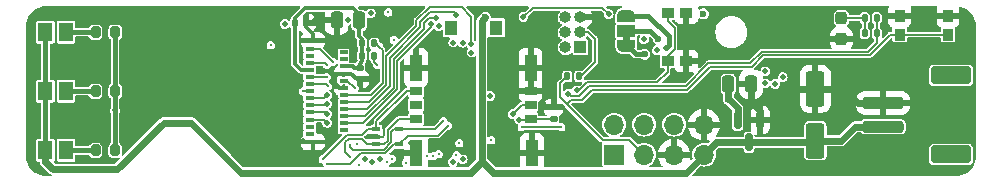
<source format=gbr>
G04 #@! TF.GenerationSoftware,KiCad,Pcbnew,7.0.6*
G04 #@! TF.CreationDate,2024-03-12T10:09:57+11:00*
G04 #@! TF.ProjectId,owts,6f777473-2e6b-4696-9361-645f70636258,1.2.0*
G04 #@! TF.SameCoordinates,Original*
G04 #@! TF.FileFunction,Copper,L1,Top*
G04 #@! TF.FilePolarity,Positive*
%FSLAX46Y46*%
G04 Gerber Fmt 4.6, Leading zero omitted, Abs format (unit mm)*
G04 Created by KiCad (PCBNEW 7.0.6) date 2024-03-12 10:09:57*
%MOMM*%
%LPD*%
G01*
G04 APERTURE LIST*
G04 Aperture macros list*
%AMRoundRect*
0 Rectangle with rounded corners*
0 $1 Rounding radius*
0 $2 $3 $4 $5 $6 $7 $8 $9 X,Y pos of 4 corners*
0 Add a 4 corners polygon primitive as box body*
4,1,4,$2,$3,$4,$5,$6,$7,$8,$9,$2,$3,0*
0 Add four circle primitives for the rounded corners*
1,1,$1+$1,$2,$3*
1,1,$1+$1,$4,$5*
1,1,$1+$1,$6,$7*
1,1,$1+$1,$8,$9*
0 Add four rect primitives between the rounded corners*
20,1,$1+$1,$2,$3,$4,$5,0*
20,1,$1+$1,$4,$5,$6,$7,0*
20,1,$1+$1,$6,$7,$8,$9,0*
20,1,$1+$1,$8,$9,$2,$3,0*%
%AMFreePoly0*
4,1,19,0.550000,-0.750000,0.000000,-0.750000,0.000000,-0.744911,-0.071157,-0.744911,-0.207708,-0.704816,-0.327430,-0.627875,-0.420627,-0.520320,-0.479746,-0.390866,-0.500000,-0.250000,-0.500000,0.250000,-0.479746,0.390866,-0.420627,0.520320,-0.327430,0.627875,-0.207708,0.704816,-0.071157,0.744911,0.000000,0.744911,0.000000,0.750000,0.550000,0.750000,0.550000,-0.750000,0.550000,-0.750000,
$1*%
%AMFreePoly1*
4,1,19,0.000000,0.744911,0.071157,0.744911,0.207708,0.704816,0.327430,0.627875,0.420627,0.520320,0.479746,0.390866,0.500000,0.250000,0.500000,-0.250000,0.479746,-0.390866,0.420627,-0.520320,0.327430,-0.627875,0.207708,-0.704816,0.071157,-0.744911,0.000000,-0.744911,0.000000,-0.750000,-0.550000,-0.750000,-0.550000,0.750000,0.000000,0.750000,0.000000,0.744911,0.000000,0.744911,
$1*%
G04 Aperture macros list end*
G04 #@! TA.AperFunction,SMDPad,CuDef*
%ADD10RoundRect,0.200000X-0.200000X-0.275000X0.200000X-0.275000X0.200000X0.275000X-0.200000X0.275000X0*%
G04 #@! TD*
G04 #@! TA.AperFunction,SMDPad,CuDef*
%ADD11R,1.250000X1.600000*%
G04 #@! TD*
G04 #@! TA.AperFunction,ConnectorPad*
%ADD12R,1.000000X0.800000*%
G04 #@! TD*
G04 #@! TA.AperFunction,ConnectorPad*
%ADD13R,1.000000X2.300000*%
G04 #@! TD*
G04 #@! TA.AperFunction,ConnectorPad*
%ADD14R,1.100000X1.300000*%
G04 #@! TD*
G04 #@! TA.AperFunction,ComponentPad*
%ADD15R,1.700000X1.700000*%
G04 #@! TD*
G04 #@! TA.AperFunction,ComponentPad*
%ADD16O,1.700000X1.700000*%
G04 #@! TD*
G04 #@! TA.AperFunction,SMDPad,CuDef*
%ADD17RoundRect,0.135000X-0.135000X-0.185000X0.135000X-0.185000X0.135000X0.185000X-0.135000X0.185000X0*%
G04 #@! TD*
G04 #@! TA.AperFunction,SMDPad,CuDef*
%ADD18RoundRect,0.150000X-0.150000X0.587500X-0.150000X-0.587500X0.150000X-0.587500X0.150000X0.587500X0*%
G04 #@! TD*
G04 #@! TA.AperFunction,SMDPad,CuDef*
%ADD19R,0.900000X1.000000*%
G04 #@! TD*
G04 #@! TA.AperFunction,SMDPad,CuDef*
%ADD20RoundRect,0.250000X1.500000X-0.250000X1.500000X0.250000X-1.500000X0.250000X-1.500000X-0.250000X0*%
G04 #@! TD*
G04 #@! TA.AperFunction,SMDPad,CuDef*
%ADD21RoundRect,0.250001X1.449999X-0.499999X1.449999X0.499999X-1.449999X0.499999X-1.449999X-0.499999X0*%
G04 #@! TD*
G04 #@! TA.AperFunction,SMDPad,CuDef*
%ADD22R,1.000000X0.900000*%
G04 #@! TD*
G04 #@! TA.AperFunction,SMDPad,CuDef*
%ADD23RoundRect,0.140000X-0.170000X0.140000X-0.170000X-0.140000X0.170000X-0.140000X0.170000X0.140000X0*%
G04 #@! TD*
G04 #@! TA.AperFunction,SMDPad,CuDef*
%ADD24RoundRect,0.140000X-0.140000X-0.170000X0.140000X-0.170000X0.140000X0.170000X-0.140000X0.170000X0*%
G04 #@! TD*
G04 #@! TA.AperFunction,SMDPad,CuDef*
%ADD25RoundRect,0.250000X0.550000X-1.250000X0.550000X1.250000X-0.550000X1.250000X-0.550000X-1.250000X0*%
G04 #@! TD*
G04 #@! TA.AperFunction,SMDPad,CuDef*
%ADD26R,0.650000X0.400000*%
G04 #@! TD*
G04 #@! TA.AperFunction,SMDPad,CuDef*
%ADD27FreePoly0,90.000000*%
G04 #@! TD*
G04 #@! TA.AperFunction,SMDPad,CuDef*
%ADD28R,1.500000X1.000000*%
G04 #@! TD*
G04 #@! TA.AperFunction,SMDPad,CuDef*
%ADD29FreePoly1,90.000000*%
G04 #@! TD*
G04 #@! TA.AperFunction,ComponentPad*
%ADD30R,1.000000X1.000000*%
G04 #@! TD*
G04 #@! TA.AperFunction,ComponentPad*
%ADD31O,1.000000X1.000000*%
G04 #@! TD*
G04 #@! TA.AperFunction,SMDPad,CuDef*
%ADD32RoundRect,0.250000X0.250000X0.475000X-0.250000X0.475000X-0.250000X-0.475000X0.250000X-0.475000X0*%
G04 #@! TD*
G04 #@! TA.AperFunction,SMDPad,CuDef*
%ADD33RoundRect,0.135000X0.135000X0.185000X-0.135000X0.185000X-0.135000X-0.185000X0.135000X-0.185000X0*%
G04 #@! TD*
G04 #@! TA.AperFunction,SMDPad,CuDef*
%ADD34RoundRect,0.237500X0.237500X-0.287500X0.237500X0.287500X-0.237500X0.287500X-0.237500X-0.287500X0*%
G04 #@! TD*
G04 #@! TA.AperFunction,SMDPad,CuDef*
%ADD35RoundRect,0.250000X-0.250000X-0.475000X0.250000X-0.475000X0.250000X0.475000X-0.250000X0.475000X0*%
G04 #@! TD*
G04 #@! TA.AperFunction,SMDPad,CuDef*
%ADD36R,0.800000X0.300000*%
G04 #@! TD*
G04 #@! TA.AperFunction,SMDPad,CuDef*
%ADD37R,0.650000X0.300000*%
G04 #@! TD*
G04 #@! TA.AperFunction,SMDPad,CuDef*
%ADD38R,0.950000X0.400000*%
G04 #@! TD*
G04 #@! TA.AperFunction,ViaPad*
%ADD39C,0.500000*%
G04 #@! TD*
G04 #@! TA.AperFunction,ViaPad*
%ADD40C,0.300000*%
G04 #@! TD*
G04 #@! TA.AperFunction,ViaPad*
%ADD41C,0.600000*%
G04 #@! TD*
G04 #@! TA.AperFunction,Conductor*
%ADD42C,0.160000*%
G04 #@! TD*
G04 #@! TA.AperFunction,Conductor*
%ADD43C,0.400000*%
G04 #@! TD*
G04 #@! TA.AperFunction,Conductor*
%ADD44C,0.600000*%
G04 #@! TD*
G04 #@! TA.AperFunction,Conductor*
%ADD45C,0.300000*%
G04 #@! TD*
G04 APERTURE END LIST*
G04 #@! TA.AperFunction,EtchedComponent*
G36*
X74400000Y-103300000D02*
G01*
X73800000Y-103300000D01*
X73800000Y-102800000D01*
X74400000Y-102800000D01*
X74400000Y-103300000D01*
G37*
G04 #@! TD.AperFunction*
D10*
X29175000Y-112500000D03*
X30825000Y-112500000D03*
X29175000Y-107500000D03*
X30825000Y-107500000D03*
X29175000Y-102500000D03*
X30825000Y-102500000D03*
D11*
X26680000Y-112500000D03*
X24920000Y-112500000D03*
X26680000Y-107500000D03*
X24920000Y-107500000D03*
X26680000Y-102500000D03*
X24920000Y-102500000D03*
D12*
X66000000Y-109850000D03*
X66000000Y-108650000D03*
X56300000Y-109850000D03*
D13*
X56300000Y-105500000D03*
X56300000Y-112700000D03*
X66000000Y-105500000D03*
D12*
X66000000Y-107450000D03*
D13*
X66100000Y-112700000D03*
D12*
X56300000Y-108650000D03*
X56300000Y-107450000D03*
D14*
X59295000Y-102135000D03*
X63105000Y-102135000D03*
D15*
X73075000Y-112875000D03*
D16*
X73075000Y-110335000D03*
X75615000Y-112875000D03*
X75615000Y-110335000D03*
X78155000Y-112875000D03*
X78155000Y-110335000D03*
X80695000Y-112875000D03*
X80695000Y-110335000D03*
D17*
X69090000Y-106250000D03*
X70110000Y-106250000D03*
D18*
X85450000Y-109962500D03*
X83550000Y-109962500D03*
X84500000Y-111837500D03*
D19*
X97250000Y-101100000D03*
X101350000Y-101100000D03*
X101350000Y-102700000D03*
X97250000Y-102700000D03*
D20*
X95850000Y-110500000D03*
X95850000Y-108500000D03*
D21*
X101600000Y-106150000D03*
X101600000Y-112850000D03*
D22*
X79200000Y-100850000D03*
X79200000Y-104950000D03*
X77600000Y-104950000D03*
X77600000Y-100850000D03*
D23*
X51528000Y-105520000D03*
X51528000Y-106480000D03*
D17*
X51740000Y-104479000D03*
X52760000Y-104479000D03*
D24*
X46048000Y-101750000D03*
X47008000Y-101750000D03*
D25*
X90100000Y-111700000D03*
X90100000Y-107300000D03*
D26*
X52950000Y-110705000D03*
X52950000Y-111355000D03*
X52950000Y-112005000D03*
X54850000Y-112005000D03*
X54850000Y-110705000D03*
D17*
X51740000Y-103455000D03*
X52760000Y-103455000D03*
D27*
X74100000Y-103700000D03*
D28*
X74100000Y-102400000D03*
D29*
X74100000Y-101100000D03*
D30*
X70225000Y-103775000D03*
D31*
X68955000Y-103775000D03*
X70225000Y-102505000D03*
X68955000Y-102505000D03*
X70225000Y-101235000D03*
X68955000Y-101235000D03*
D32*
X51478000Y-101500000D03*
X49578000Y-101500000D03*
D33*
X95310000Y-101300000D03*
X94290000Y-101300000D03*
D34*
X92320000Y-103070000D03*
X92320000Y-101320000D03*
D33*
X95310000Y-102600000D03*
X94290000Y-102600000D03*
D23*
X67950000Y-108870000D03*
X67950000Y-109830000D03*
D35*
X82750000Y-106900000D03*
X84650000Y-106900000D03*
D36*
X47303000Y-103900000D03*
D37*
X50178000Y-104200000D03*
D36*
X47303000Y-104500000D03*
D37*
X50178000Y-104800000D03*
D36*
X47303000Y-105100000D03*
D37*
X50178000Y-105400000D03*
D36*
X47303000Y-105700000D03*
D37*
X50178000Y-106000000D03*
D36*
X47303000Y-106300000D03*
D37*
X50178000Y-106600000D03*
D36*
X47303000Y-106900000D03*
D37*
X50178000Y-107200000D03*
D36*
X47303000Y-107500000D03*
D37*
X50178000Y-107800000D03*
D36*
X47303000Y-108100000D03*
D37*
X50178000Y-108400000D03*
D36*
X47303000Y-108700000D03*
D37*
X50178000Y-109000000D03*
D36*
X47303000Y-109300000D03*
D37*
X50178000Y-109600000D03*
D36*
X47303000Y-109900000D03*
D37*
X50178000Y-110200000D03*
D36*
X47303000Y-110500000D03*
D37*
X50178000Y-110800000D03*
D36*
X47303000Y-111100000D03*
D38*
X47578000Y-103200000D03*
X47578000Y-111800000D03*
D39*
X27750000Y-111000000D03*
D40*
X51500000Y-113750000D03*
X55450000Y-113550000D03*
X54250000Y-113200000D03*
D39*
X30825000Y-109125000D03*
D40*
X48825000Y-107075000D03*
X48750000Y-106300000D03*
X53190000Y-103715000D03*
X46740000Y-107505000D03*
X53000000Y-105250000D03*
X62675000Y-111655000D03*
X48750000Y-105250000D03*
X59960000Y-111895000D03*
X51100000Y-107250000D03*
D39*
X59410000Y-113485000D03*
X60250000Y-113265000D03*
X61000000Y-104225000D03*
X48777502Y-107850000D03*
X60980000Y-103505000D03*
X60240000Y-103385000D03*
X48756694Y-108572751D03*
X59720000Y-101035000D03*
X59450000Y-103375000D03*
X48777502Y-109400000D03*
X58025000Y-101305000D03*
X57539058Y-101844058D03*
D40*
X49250000Y-105000000D03*
D39*
X48775000Y-110175000D03*
X58219495Y-101985505D03*
X40400000Y-101805000D03*
X56421558Y-105501558D03*
X41200000Y-106405000D03*
X55000000Y-109005000D03*
X55225000Y-101505000D03*
D41*
X97225000Y-113355000D03*
D39*
X48100000Y-101400000D03*
X55836667Y-111879500D03*
X45600000Y-109405000D03*
D41*
X63747086Y-103224968D03*
D40*
X58730000Y-113195000D03*
D41*
X100125000Y-101105000D03*
X97525000Y-104955000D03*
D39*
X41800000Y-101805000D03*
D41*
X63475156Y-111780000D03*
X67050000Y-108580000D03*
D39*
X52700000Y-106500000D03*
X43600000Y-101805000D03*
D41*
X84700000Y-108400000D03*
X72100000Y-105445500D03*
D39*
X62596800Y-109003200D03*
X39400000Y-104605000D03*
X35600000Y-101205000D03*
X64475000Y-107855000D03*
X39400000Y-101205000D03*
X45600000Y-106405000D03*
X41200000Y-109405000D03*
D41*
X91240000Y-103075000D03*
X86300000Y-113100000D03*
D39*
X44600000Y-106405000D03*
X52748500Y-101745000D03*
X44600000Y-109405000D03*
X35600000Y-104605000D03*
X40400000Y-103805000D03*
D41*
X79200000Y-102175000D03*
X87510000Y-109695000D03*
D39*
X41800000Y-103805000D03*
X46766652Y-111742471D03*
D41*
X75650000Y-104365000D03*
X51478000Y-101365000D03*
X82750000Y-108200000D03*
D39*
X62600000Y-107900000D03*
X45200000Y-101805000D03*
D41*
X80620000Y-100935000D03*
D40*
X48800000Y-113700000D03*
D39*
X65050000Y-109900000D03*
D40*
X59000000Y-110415000D03*
D41*
X61880000Y-113445000D03*
X62169049Y-101254581D03*
D40*
X57230540Y-112998428D03*
X57730000Y-113005000D03*
D39*
X53220000Y-113264500D03*
X87350000Y-106309500D03*
X52598561Y-113453356D03*
X85875000Y-106830000D03*
X86700000Y-106880000D03*
X51982673Y-113247115D03*
X85867959Y-105805500D03*
D40*
X51300000Y-111995000D03*
D39*
X50530000Y-101465000D03*
X75600000Y-103100000D03*
X52470000Y-100905000D03*
X65400000Y-101204500D03*
X72610000Y-100965000D03*
X76690000Y-104025000D03*
D40*
X53950000Y-100830000D03*
X44000000Y-103605000D03*
X54420000Y-103155000D03*
X58610000Y-110035000D03*
X50730000Y-112065000D03*
D39*
X64475000Y-109430000D03*
D40*
X50700000Y-113065000D03*
X48406594Y-113250000D03*
X53847198Y-113495388D03*
D39*
X69897645Y-107427645D03*
X69200000Y-107700000D03*
D41*
X76820000Y-103085000D03*
D40*
X59730000Y-112915000D03*
X68600000Y-110550000D03*
X65250000Y-110550000D03*
D39*
X77460000Y-103845000D03*
D40*
X58230000Y-112830000D03*
D42*
X72092355Y-111600000D02*
X74340000Y-111600000D01*
X74340000Y-111600000D02*
X75615000Y-112875000D01*
X69090000Y-108597645D02*
X72092355Y-111600000D01*
X51643946Y-112745000D02*
X53718406Y-112745000D01*
X54458406Y-112005000D02*
X54850000Y-112005000D01*
X50688946Y-113700000D02*
X51643946Y-112745000D01*
X53718406Y-112745000D02*
X54458406Y-112005000D01*
X48800000Y-113700000D02*
X50688946Y-113700000D01*
X48150000Y-103900000D02*
X47303000Y-103900000D01*
X49250000Y-105000000D02*
X48150000Y-103900000D01*
X48600000Y-105100000D02*
X47303000Y-105100000D01*
X48750000Y-105250000D02*
X48600000Y-105100000D01*
X52760000Y-105010000D02*
X53000000Y-105250000D01*
X52760000Y-104479000D02*
X52760000Y-105010000D01*
D43*
X30825000Y-112500000D02*
X30825000Y-109125000D01*
X30825000Y-109125000D02*
X30825000Y-107500000D01*
D44*
X24920000Y-113470000D02*
X24920000Y-112500000D01*
X25550000Y-114100000D02*
X24920000Y-113470000D01*
X31000000Y-114100000D02*
X25550000Y-114100000D01*
X34950000Y-110150000D02*
X31000000Y-114100000D01*
X37250000Y-110150000D02*
X34950000Y-110150000D01*
X41500000Y-114400000D02*
X37250000Y-110150000D01*
X60925000Y-114400000D02*
X41500000Y-114400000D01*
X61880000Y-113445000D02*
X60925000Y-114400000D01*
D42*
X52210000Y-110705000D02*
X52950000Y-110705000D01*
X48406594Y-113250000D02*
X50461594Y-111195000D01*
X50461594Y-111195000D02*
X51720000Y-111195000D01*
X51720000Y-111195000D02*
X52210000Y-110705000D01*
X48373015Y-106300000D02*
X48750000Y-106300000D01*
X47303000Y-106300000D02*
X48373015Y-106300000D01*
X48650000Y-106900000D02*
X47303000Y-106900000D01*
X48825000Y-107075000D02*
X48650000Y-106900000D01*
D43*
X30825000Y-107500000D02*
X30825000Y-102500000D01*
X26680000Y-102500000D02*
X29175000Y-102500000D01*
X29175000Y-107500000D02*
X26680000Y-107500000D01*
X26680000Y-112500000D02*
X29175000Y-112500000D01*
X24920000Y-107500000D02*
X24920000Y-112500000D01*
X24920000Y-102500000D02*
X24920000Y-107500000D01*
D42*
X95310000Y-103416594D02*
X95310000Y-102600000D01*
X94581594Y-104145000D02*
X95310000Y-103416594D01*
X85561594Y-104145000D02*
X94581594Y-104145000D01*
X84581594Y-105125000D02*
X85561594Y-104145000D01*
X81061594Y-105125000D02*
X84581594Y-105125000D01*
X79121594Y-107065000D02*
X81061594Y-105125000D01*
X69427645Y-107927645D02*
X70104752Y-107927645D01*
X70104752Y-107927645D02*
X70967397Y-107065000D01*
X69200000Y-107700000D02*
X69427645Y-107927645D01*
X70967397Y-107065000D02*
X79121594Y-107065000D01*
X53470000Y-103995000D02*
X53190000Y-103715000D01*
X52496376Y-107800000D02*
X53470000Y-106826376D01*
X52930000Y-103455000D02*
X53190000Y-103715000D01*
X53470000Y-106826376D02*
X53470000Y-103995000D01*
X50178000Y-107800000D02*
X52496376Y-107800000D01*
X46745000Y-107500000D02*
X46740000Y-107505000D01*
X47303000Y-107500000D02*
X46745000Y-107500000D01*
X51100000Y-107250000D02*
X50450000Y-106600000D01*
X50450000Y-106600000D02*
X50178000Y-106600000D01*
X48527502Y-108100000D02*
X48777502Y-107850000D01*
X47303000Y-108100000D02*
X48527502Y-108100000D01*
X60165000Y-100380000D02*
X60980000Y-101195000D01*
X56340000Y-101488188D02*
X57448188Y-100380000D01*
X60980000Y-101195000D02*
X60980000Y-103505000D01*
X53780000Y-104539782D02*
X56340000Y-101979782D01*
X53780000Y-106954782D02*
X53780000Y-104539782D01*
X52334782Y-108400000D02*
X53780000Y-106954782D01*
X56340000Y-101979782D02*
X56340000Y-101488188D01*
X50178000Y-108400000D02*
X52334782Y-108400000D01*
X57448188Y-100380000D02*
X60165000Y-100380000D01*
X48629445Y-108700000D02*
X47303000Y-108700000D01*
X48756694Y-108572751D02*
X48629445Y-108700000D01*
X59479500Y-100794500D02*
X57472094Y-100794500D01*
X52173188Y-109000000D02*
X50178000Y-109000000D01*
X54090000Y-107083188D02*
X52173188Y-109000000D01*
X56670000Y-101596594D02*
X56670000Y-102088188D01*
X54090000Y-104668188D02*
X54090000Y-107083188D01*
X57472094Y-100794500D02*
X56670000Y-101596594D01*
X56670000Y-102088188D02*
X54090000Y-104668188D01*
X59720000Y-101035000D02*
X59479500Y-100794500D01*
X48777502Y-109400000D02*
X48677502Y-109300000D01*
X48677502Y-109300000D02*
X47303000Y-109300000D01*
X54400000Y-107211594D02*
X52011594Y-109600000D01*
X52011594Y-109600000D02*
X50178000Y-109600000D01*
X57400000Y-101305000D02*
X57000000Y-101705000D01*
X57000000Y-102196594D02*
X54400000Y-104796594D01*
X58025000Y-101305000D02*
X57400000Y-101305000D01*
X57000000Y-101705000D02*
X57000000Y-102196594D01*
X54400000Y-104796594D02*
X54400000Y-107211594D01*
X54710000Y-104925000D02*
X54710000Y-107340000D01*
X57539058Y-101844058D02*
X57539058Y-102095942D01*
X51850000Y-110200000D02*
X50178000Y-110200000D01*
X54710000Y-107340000D02*
X51850000Y-110200000D01*
X57539058Y-102095942D02*
X54710000Y-104925000D01*
X48500000Y-109900000D02*
X47303000Y-109900000D01*
X48775000Y-110175000D02*
X48500000Y-109900000D01*
X53600000Y-110405000D02*
X55000000Y-109005000D01*
X52950000Y-111355000D02*
X53490000Y-111355000D01*
X67050000Y-107775000D02*
X67050000Y-108575000D01*
D45*
X51528000Y-106480000D02*
X51315000Y-106480000D01*
X49685000Y-106000000D02*
X50178000Y-106000000D01*
D44*
X85450000Y-109150000D02*
X84700000Y-108400000D01*
D42*
X67205000Y-108730000D02*
X67345000Y-108870000D01*
D45*
X47435000Y-101750000D02*
X47785000Y-101400000D01*
X47008000Y-102103000D02*
X47578000Y-102673000D01*
D44*
X85450000Y-109962500D02*
X85450000Y-109150000D01*
D45*
X50835000Y-106000000D02*
X50178000Y-106000000D01*
D44*
X90100000Y-107300000D02*
X87800000Y-107300000D01*
X93700000Y-108500000D02*
X92500000Y-107300000D01*
D45*
X47008000Y-101750000D02*
X47435000Y-101750000D01*
X47008000Y-101750000D02*
X47008000Y-102103000D01*
D42*
X67200000Y-108730000D02*
X67205000Y-108730000D01*
X97250000Y-101100000D02*
X99975000Y-101100000D01*
X79200000Y-102175000D02*
X79200000Y-100850000D01*
X79200000Y-102175000D02*
X79200000Y-104950000D01*
X53600000Y-111245000D02*
X53600000Y-110405000D01*
D44*
X86700000Y-108400000D02*
X84700000Y-108400000D01*
D42*
X46824181Y-111800000D02*
X47578000Y-111800000D01*
D45*
X48100000Y-101400000D02*
X49478000Y-101400000D01*
D42*
X67345000Y-108870000D02*
X67950000Y-108870000D01*
X67050000Y-108575000D02*
X67205000Y-108730000D01*
D45*
X52680000Y-106480000D02*
X52700000Y-106500000D01*
D42*
X63475156Y-111780000D02*
X64395156Y-112700000D01*
X64395156Y-112700000D02*
X66100000Y-112700000D01*
D45*
X49417708Y-106807291D02*
X49417708Y-106267292D01*
D42*
X91245000Y-103080000D02*
X92310000Y-103080000D01*
D45*
X49417708Y-106267292D02*
X49685000Y-106000000D01*
D42*
X53490000Y-111355000D02*
X53600000Y-111245000D01*
X91240000Y-103075000D02*
X91245000Y-103080000D01*
D45*
X51315000Y-106480000D02*
X50835000Y-106000000D01*
X50178000Y-107200000D02*
X49810417Y-107200000D01*
X47578000Y-102673000D02*
X47578000Y-103200000D01*
D44*
X92500000Y-107300000D02*
X90100000Y-107300000D01*
D42*
X46766652Y-111742471D02*
X46824181Y-111800000D01*
D44*
X95850000Y-108500000D02*
X93700000Y-108500000D01*
D42*
X66000000Y-107450000D02*
X66000000Y-105500000D01*
D45*
X47785000Y-101400000D02*
X48100000Y-101400000D01*
X49810417Y-107200000D02*
X49417708Y-106807291D01*
D44*
X84700000Y-108400000D02*
X84700000Y-106950000D01*
D42*
X67050000Y-108580000D02*
X67200000Y-108730000D01*
X66725000Y-107450000D02*
X67050000Y-107775000D01*
X99975000Y-101100000D02*
X101350000Y-101100000D01*
D45*
X51528000Y-106480000D02*
X52680000Y-106480000D01*
D44*
X87800000Y-107300000D02*
X86700000Y-108400000D01*
D42*
X66000000Y-107450000D02*
X66725000Y-107450000D01*
D45*
X51528000Y-105157000D02*
X51740000Y-104945000D01*
X51740000Y-104479000D02*
X51740000Y-103455000D01*
X46048000Y-105183000D02*
X46048000Y-101750000D01*
X51740000Y-103455000D02*
X51740000Y-103115000D01*
D43*
X74922500Y-104365000D02*
X74257500Y-103700000D01*
D45*
X51478000Y-100948000D02*
X50980000Y-100450000D01*
D44*
X83550000Y-108950000D02*
X83550000Y-109962500D01*
X82750000Y-108200000D02*
X82800000Y-108200000D01*
D45*
X50980000Y-100450000D02*
X46905000Y-100450000D01*
D44*
X82800000Y-108200000D02*
X83550000Y-108950000D01*
D45*
X51740000Y-104945000D02*
X51740000Y-104479000D01*
X51528000Y-105520000D02*
X51528000Y-105157000D01*
D43*
X75650000Y-104365000D02*
X74922500Y-104365000D01*
D45*
X47303000Y-105700000D02*
X46565000Y-105700000D01*
X46905000Y-100450000D02*
X46048000Y-101307000D01*
X50925000Y-105400000D02*
X51045000Y-105520000D01*
D44*
X82750000Y-108200000D02*
X82750000Y-106900000D01*
D45*
X51045000Y-105520000D02*
X51528000Y-105520000D01*
X46565000Y-105700000D02*
X46048000Y-105183000D01*
X46048000Y-101307000D02*
X46048000Y-101750000D01*
X51478000Y-102853000D02*
X51478000Y-101500000D01*
X50178000Y-105400000D02*
X50925000Y-105400000D01*
X51740000Y-103115000D02*
X51478000Y-102853000D01*
D42*
X59000000Y-110415000D02*
X58165000Y-111250000D01*
X55625000Y-111250000D02*
X54870000Y-112005000D01*
X65050000Y-109900000D02*
X65950000Y-109900000D01*
X58165000Y-111250000D02*
X55625000Y-111250000D01*
X66000000Y-109850000D02*
X67930000Y-109850000D01*
D44*
X80695000Y-112875000D02*
X79170000Y-114400000D01*
X84500000Y-111837500D02*
X89962500Y-111837500D01*
X95850000Y-110500000D02*
X93500000Y-110500000D01*
X61880000Y-113445000D02*
X61876800Y-113441800D01*
X62835000Y-114400000D02*
X78500000Y-114400000D01*
X84500000Y-111837500D02*
X81732500Y-111837500D01*
X92300000Y-111700000D02*
X90100000Y-111700000D01*
X81732500Y-111837500D02*
X80695000Y-112875000D01*
X61876800Y-113441800D02*
X61876800Y-101546830D01*
X61880000Y-113445000D02*
X62835000Y-114400000D01*
X79170000Y-114400000D02*
X78500000Y-114400000D01*
X61876800Y-101546830D02*
X62169049Y-101254581D01*
X93500000Y-110500000D02*
X92300000Y-111700000D01*
D42*
X65400000Y-101204500D02*
X66169500Y-100435000D01*
X66169500Y-100435000D02*
X72080000Y-100435000D01*
X72080000Y-100435000D02*
X72610000Y-100965000D01*
X68500000Y-108007645D02*
X69090000Y-108597645D01*
X69450000Y-108237645D02*
X69090000Y-108597645D01*
X68500000Y-106840000D02*
X68500000Y-108007645D01*
X85690000Y-104455000D02*
X84710000Y-105435000D01*
X79250000Y-107375000D02*
X71225000Y-107375000D01*
X84710000Y-105435000D02*
X81190000Y-105435000D01*
X96465000Y-102700000D02*
X94710000Y-104455000D01*
X81190000Y-105435000D02*
X79250000Y-107375000D01*
X71225000Y-107375000D02*
X70362355Y-108237645D01*
X94710000Y-104455000D02*
X85690000Y-104455000D01*
X70362355Y-108237645D02*
X69450000Y-108237645D01*
X68500000Y-106840000D02*
X69090000Y-106250000D01*
X101350000Y-102700000D02*
X97250000Y-102700000D01*
X97250000Y-102700000D02*
X96465000Y-102700000D01*
X71440000Y-105055000D02*
X71440000Y-103045000D01*
X70900000Y-102505000D02*
X70225000Y-102505000D01*
X71440000Y-103045000D02*
X70900000Y-102505000D01*
X70110000Y-106250000D02*
X70245000Y-106250000D01*
X70245000Y-106250000D02*
X71440000Y-105055000D01*
X54428406Y-110705000D02*
X54850000Y-110705000D01*
X57920000Y-110725000D02*
X55025000Y-110725000D01*
X64475000Y-109430000D02*
X65255000Y-108650000D01*
X50990000Y-112445000D02*
X51486397Y-112445000D01*
X54220000Y-110913406D02*
X54428406Y-110705000D01*
X50730000Y-112065000D02*
X50730000Y-112185000D01*
X53590000Y-112435000D02*
X54220000Y-111805000D01*
X51496397Y-112435000D02*
X53590000Y-112435000D01*
X54220000Y-111805000D02*
X54220000Y-110913406D01*
X58610000Y-110035000D02*
X57920000Y-110725000D01*
X51486397Y-112445000D02*
X51496397Y-112435000D01*
X65255000Y-108650000D02*
X66000000Y-108650000D01*
X50730000Y-112185000D02*
X50990000Y-112445000D01*
X50280000Y-111815000D02*
X50590000Y-111505000D01*
X52950000Y-112005000D02*
X53581594Y-112005000D01*
X51690000Y-111505000D02*
X52190000Y-112005000D01*
X50700000Y-113065000D02*
X50280000Y-112645000D01*
X53910000Y-110785000D02*
X54845000Y-109850000D01*
X50590000Y-111505000D02*
X51690000Y-111505000D01*
X53581594Y-112005000D02*
X53910000Y-111676594D01*
X50280000Y-112645000D02*
X50280000Y-111815000D01*
X54845000Y-109850000D02*
X56300000Y-109850000D01*
X53910000Y-111676594D02*
X53910000Y-110785000D01*
X52190000Y-112005000D02*
X52950000Y-112005000D01*
X55525000Y-107450000D02*
X52950000Y-110025000D01*
X56300000Y-107450000D02*
X55525000Y-107450000D01*
X52950000Y-110025000D02*
X52950000Y-110705000D01*
X94290000Y-101300000D02*
X94290000Y-102600000D01*
X92325000Y-101315000D02*
X94275000Y-101315000D01*
X78190000Y-103915000D02*
X78190000Y-102115000D01*
X77600000Y-105885000D02*
X77600000Y-105015000D01*
X70137355Y-107427645D02*
X70810000Y-106755000D01*
X78190000Y-102115000D02*
X77600000Y-101525000D01*
X76730000Y-106755000D02*
X77600000Y-105885000D01*
X70810000Y-106755000D02*
X76730000Y-106755000D01*
X77600000Y-104950000D02*
X77600000Y-104505000D01*
X77600000Y-101525000D02*
X77600000Y-100850000D01*
X77600000Y-104505000D02*
X78190000Y-103915000D01*
X69897645Y-107427645D02*
X70137355Y-107427645D01*
X95310000Y-102600000D02*
X95310000Y-101300000D01*
D43*
X74257500Y-102400000D02*
X76135000Y-102400000D01*
X76135000Y-102400000D02*
X76820000Y-103085000D01*
D42*
X68600000Y-110550000D02*
X65250000Y-110550000D01*
D43*
X74257500Y-101100000D02*
X75965000Y-101100000D01*
X77680000Y-102815000D02*
X77680000Y-103625000D01*
X77680000Y-103625000D02*
X77460000Y-103845000D01*
X75965000Y-101100000D02*
X77680000Y-102815000D01*
G04 #@! TA.AperFunction,Conductor*
G36*
X46475444Y-100318982D02*
G01*
X46502464Y-100365782D01*
X46493080Y-100419000D01*
X46480525Y-100435361D01*
X45873369Y-101042516D01*
X45863054Y-101049940D01*
X45863485Y-101050510D01*
X45857642Y-101054922D01*
X45823987Y-101091838D01*
X45822730Y-101093155D01*
X45808100Y-101107785D01*
X45805562Y-101111490D01*
X45802169Y-101115772D01*
X45779435Y-101140711D01*
X45779433Y-101140714D01*
X45774788Y-101152703D01*
X45766302Y-101168803D01*
X45759037Y-101179409D01*
X45751310Y-101212257D01*
X45749691Y-101217486D01*
X45737500Y-101248957D01*
X45737500Y-101261812D01*
X45735402Y-101279899D01*
X45732458Y-101292412D01*
X45732121Y-101299724D01*
X45729001Y-101299579D01*
X45720384Y-101339818D01*
X45709314Y-101353714D01*
X45655796Y-101407232D01*
X45655792Y-101407238D01*
X45618748Y-101491133D01*
X45581329Y-101530120D01*
X45527603Y-101535934D01*
X45490619Y-101515083D01*
X45444296Y-101468760D01*
X45437054Y-101465070D01*
X45328433Y-101409725D01*
X45328429Y-101409724D01*
X45328426Y-101409723D01*
X45200002Y-101389383D01*
X45199998Y-101389383D01*
X45071573Y-101409723D01*
X45071568Y-101409724D01*
X45071567Y-101409725D01*
X45017907Y-101437066D01*
X44955703Y-101468760D01*
X44863760Y-101560703D01*
X44843853Y-101599774D01*
X44804725Y-101676567D01*
X44804724Y-101676568D01*
X44804725Y-101676568D01*
X44804723Y-101676573D01*
X44784383Y-101804997D01*
X44784383Y-101805002D01*
X44804723Y-101933426D01*
X44804724Y-101933429D01*
X44804725Y-101933433D01*
X44858389Y-102038754D01*
X44863760Y-102049296D01*
X44955703Y-102141239D01*
X44955705Y-102141240D01*
X44955706Y-102141241D01*
X45071567Y-102200275D01*
X45071572Y-102200275D01*
X45071573Y-102200276D01*
X45199998Y-102220617D01*
X45200000Y-102220617D01*
X45200002Y-102220617D01*
X45328218Y-102200309D01*
X45328433Y-102200275D01*
X45444294Y-102141241D01*
X45524312Y-102061222D01*
X45573287Y-102038385D01*
X45625485Y-102052371D01*
X45652440Y-102085171D01*
X45655791Y-102092759D01*
X45655794Y-102092765D01*
X45655796Y-102092767D01*
X45655798Y-102092770D01*
X45714361Y-102151333D01*
X45737199Y-102200309D01*
X45737500Y-102207194D01*
X45737500Y-105119465D01*
X45735453Y-105132014D01*
X45736162Y-105132113D01*
X45735151Y-105139358D01*
X45735151Y-105139359D01*
X45735375Y-105144211D01*
X45737458Y-105189263D01*
X45737500Y-105191088D01*
X45737500Y-105211768D01*
X45738322Y-105216167D01*
X45738952Y-105221601D01*
X45740512Y-105255322D01*
X45740513Y-105255325D01*
X45745706Y-105267086D01*
X45751091Y-105284475D01*
X45753452Y-105297106D01*
X45753452Y-105297107D01*
X45753453Y-105297108D01*
X45757427Y-105303527D01*
X45771212Y-105325792D01*
X45773765Y-105330635D01*
X45787399Y-105361512D01*
X45787403Y-105361517D01*
X45796490Y-105370604D01*
X45807793Y-105384872D01*
X45810896Y-105389883D01*
X45814563Y-105395806D01*
X45814564Y-105395807D01*
X45841493Y-105416143D01*
X45845617Y-105419731D01*
X46081242Y-105655355D01*
X46300516Y-105874629D01*
X46307944Y-105884950D01*
X46308515Y-105884520D01*
X46312923Y-105890358D01*
X46312924Y-105890359D01*
X46340263Y-105915282D01*
X46349850Y-105924021D01*
X46351170Y-105925283D01*
X46365786Y-105939899D01*
X46369481Y-105942429D01*
X46373762Y-105945820D01*
X46398712Y-105968565D01*
X46410699Y-105973208D01*
X46426804Y-105981697D01*
X46437410Y-105988962D01*
X46470260Y-105996688D01*
X46475475Y-105998303D01*
X46494816Y-106005796D01*
X46506957Y-106010500D01*
X46506958Y-106010500D01*
X46519814Y-106010500D01*
X46537901Y-106012598D01*
X46550411Y-106015541D01*
X46583836Y-106010878D01*
X46589291Y-106010500D01*
X46670843Y-106010500D01*
X46721623Y-106028982D01*
X46748643Y-106075782D01*
X46748325Y-106104913D01*
X46742500Y-106134195D01*
X46742500Y-106465805D01*
X46751812Y-106512623D01*
X46780869Y-106556111D01*
X46793712Y-106608602D01*
X46780869Y-106643889D01*
X46751812Y-106687376D01*
X46742500Y-106734194D01*
X46742500Y-107065805D01*
X46742655Y-107066585D01*
X46742607Y-107066896D01*
X46742880Y-107069667D01*
X46742169Y-107069736D01*
X46734434Y-107119995D01*
X46693805Y-107155626D01*
X46677533Y-107160024D01*
X46630344Y-107167498D01*
X46630340Y-107167499D01*
X46630339Y-107167500D01*
X46591730Y-107187172D01*
X46531410Y-107217906D01*
X46452906Y-107296410D01*
X46429046Y-107343240D01*
X46402500Y-107395339D01*
X46402499Y-107395340D01*
X46402500Y-107395340D01*
X46402498Y-107395344D01*
X46385131Y-107504997D01*
X46385131Y-107505002D01*
X46402498Y-107614655D01*
X46402499Y-107614658D01*
X46402500Y-107614661D01*
X46428559Y-107665805D01*
X46452906Y-107713589D01*
X46531410Y-107792093D01*
X46531412Y-107792094D01*
X46531413Y-107792095D01*
X46630339Y-107842500D01*
X46676108Y-107849749D01*
X46723370Y-107875947D01*
X46742737Y-107926396D01*
X46742500Y-107932286D01*
X46742500Y-108265805D01*
X46751812Y-108312623D01*
X46780869Y-108356111D01*
X46793712Y-108408602D01*
X46780869Y-108443889D01*
X46751812Y-108487376D01*
X46742500Y-108534194D01*
X46742500Y-108865805D01*
X46751812Y-108912623D01*
X46780869Y-108956111D01*
X46793712Y-109008602D01*
X46780869Y-109043889D01*
X46751812Y-109087376D01*
X46742500Y-109134194D01*
X46742500Y-109465805D01*
X46751812Y-109512623D01*
X46780869Y-109556111D01*
X46793712Y-109608602D01*
X46780869Y-109643889D01*
X46751812Y-109687376D01*
X46742500Y-109734194D01*
X46742500Y-110065805D01*
X46751812Y-110112623D01*
X46780869Y-110156111D01*
X46793712Y-110208602D01*
X46780869Y-110243889D01*
X46751812Y-110287376D01*
X46742500Y-110334194D01*
X46742500Y-110665805D01*
X46751812Y-110712623D01*
X46780869Y-110756111D01*
X46793712Y-110808602D01*
X46780869Y-110843889D01*
X46751812Y-110887376D01*
X46742499Y-110934194D01*
X46742500Y-111207590D01*
X46726743Y-111254933D01*
X46652555Y-111354035D01*
X46652554Y-111354037D01*
X46601506Y-111490903D01*
X46601504Y-111490911D01*
X46595000Y-111551403D01*
X46595000Y-111600000D01*
X48561000Y-111600000D01*
X48561000Y-111551403D01*
X48554495Y-111490911D01*
X48554493Y-111490903D01*
X48503445Y-111354037D01*
X48503444Y-111354035D01*
X48415903Y-111237096D01*
X48298964Y-111149555D01*
X48298962Y-111149554D01*
X48162096Y-111098506D01*
X48162088Y-111098504D01*
X48101596Y-111092000D01*
X47942500Y-111092000D01*
X47891720Y-111073518D01*
X47864700Y-111026718D01*
X47863500Y-111013000D01*
X47863500Y-110934194D01*
X47854187Y-110887376D01*
X47825129Y-110843887D01*
X47812285Y-110791400D01*
X47825130Y-110756111D01*
X47854187Y-110712624D01*
X47863500Y-110665806D01*
X47863500Y-110334194D01*
X47854187Y-110287376D01*
X47838159Y-110263389D01*
X47825316Y-110210899D01*
X47849217Y-110162433D01*
X47898679Y-110140669D01*
X47903846Y-110140500D01*
X48286446Y-110140500D01*
X48337226Y-110158982D01*
X48364246Y-110205782D01*
X48364473Y-110207141D01*
X48379723Y-110303427D01*
X48379724Y-110303430D01*
X48379725Y-110303433D01*
X48435643Y-110413178D01*
X48438760Y-110419296D01*
X48530703Y-110511239D01*
X48530705Y-110511240D01*
X48530706Y-110511241D01*
X48646567Y-110570275D01*
X48646572Y-110570275D01*
X48646573Y-110570276D01*
X48774998Y-110590617D01*
X48775000Y-110590617D01*
X48775002Y-110590617D01*
X48870615Y-110575472D01*
X48903433Y-110570275D01*
X49019294Y-110511241D01*
X49111241Y-110419294D01*
X49170275Y-110303433D01*
X49184044Y-110216500D01*
X49190617Y-110175002D01*
X49190617Y-110174997D01*
X49170276Y-110046573D01*
X49170275Y-110046572D01*
X49170275Y-110046567D01*
X49111241Y-109930706D01*
X49111240Y-109930705D01*
X49111239Y-109930703D01*
X49025148Y-109844612D01*
X49002310Y-109795636D01*
X49016296Y-109743438D01*
X49025148Y-109732890D01*
X49113741Y-109644296D01*
X49113741Y-109644295D01*
X49113743Y-109644294D01*
X49172777Y-109528433D01*
X49182696Y-109465806D01*
X49193119Y-109400002D01*
X49193119Y-109399997D01*
X49172778Y-109271573D01*
X49172777Y-109271572D01*
X49172777Y-109271567D01*
X49113743Y-109155706D01*
X49113742Y-109155705D01*
X49113741Y-109155703D01*
X49021798Y-109063760D01*
X49013437Y-109059500D01*
X48997664Y-109051463D01*
X48960810Y-109011942D01*
X48957982Y-108957977D01*
X48990503Y-108914819D01*
X48997671Y-108910682D01*
X49000285Y-108909350D01*
X49000988Y-108908992D01*
X49092935Y-108817045D01*
X49151969Y-108701184D01*
X49164595Y-108621467D01*
X49172311Y-108572753D01*
X49172311Y-108572748D01*
X49151970Y-108444324D01*
X49151969Y-108444323D01*
X49151969Y-108444318D01*
X49092935Y-108328457D01*
X49092934Y-108328456D01*
X49092933Y-108328454D01*
X49042119Y-108277640D01*
X49019281Y-108228664D01*
X49033267Y-108176466D01*
X49042113Y-108165923D01*
X49113743Y-108094294D01*
X49172777Y-107978433D01*
X49184439Y-107904803D01*
X49193119Y-107850002D01*
X49193119Y-107849997D01*
X49172778Y-107721573D01*
X49172777Y-107721572D01*
X49172777Y-107721567D01*
X49113743Y-107605706D01*
X49113742Y-107605705D01*
X49113741Y-107605703D01*
X49021797Y-107513759D01*
X49017006Y-107511318D01*
X48980154Y-107471794D01*
X48977328Y-107417829D01*
X49009852Y-107374673D01*
X49017000Y-107370546D01*
X49033587Y-107362095D01*
X49112095Y-107283587D01*
X49162500Y-107184661D01*
X49162708Y-107183351D01*
X49179869Y-107075000D01*
X49179869Y-107074997D01*
X49162501Y-106965344D01*
X49162500Y-106965343D01*
X49162500Y-106965339D01*
X49112095Y-106866413D01*
X49112094Y-106866412D01*
X49112093Y-106866410D01*
X49033589Y-106787906D01*
X49014981Y-106778425D01*
X48937175Y-106738781D01*
X48900322Y-106699261D01*
X48897494Y-106645296D01*
X48930015Y-106602138D01*
X48937172Y-106598006D01*
X48958587Y-106587095D01*
X49037095Y-106508587D01*
X49087500Y-106409661D01*
X49087501Y-106409655D01*
X49104869Y-106300002D01*
X49104869Y-106299997D01*
X49087501Y-106190344D01*
X49087500Y-106190343D01*
X49087500Y-106190339D01*
X49037095Y-106091413D01*
X49037094Y-106091412D01*
X49037093Y-106091410D01*
X48958589Y-106012906D01*
X48953867Y-106010500D01*
X48859661Y-105962500D01*
X48859658Y-105962499D01*
X48859655Y-105962498D01*
X48750002Y-105945131D01*
X48749998Y-105945131D01*
X48640344Y-105962498D01*
X48640340Y-105962499D01*
X48640339Y-105962500D01*
X48612823Y-105976520D01*
X48541410Y-106012906D01*
X48517958Y-106036360D01*
X48468983Y-106059199D01*
X48462096Y-106059500D01*
X47903846Y-106059500D01*
X47853066Y-106041018D01*
X47826046Y-105994218D01*
X47835430Y-105941000D01*
X47838160Y-105936610D01*
X47854187Y-105912624D01*
X47863500Y-105865806D01*
X47863500Y-105534194D01*
X47854187Y-105487376D01*
X47838159Y-105463389D01*
X47825316Y-105410899D01*
X47849217Y-105362433D01*
X47898679Y-105340669D01*
X47903846Y-105340500D01*
X48354326Y-105340500D01*
X48405106Y-105358982D01*
X48424714Y-105383632D01*
X48441279Y-105416143D01*
X48462906Y-105458589D01*
X48541410Y-105537093D01*
X48541412Y-105537094D01*
X48541413Y-105537095D01*
X48640339Y-105587500D01*
X48640343Y-105587500D01*
X48640344Y-105587501D01*
X48749998Y-105604869D01*
X48750000Y-105604869D01*
X48750002Y-105604869D01*
X48859655Y-105587501D01*
X48859655Y-105587500D01*
X48859661Y-105587500D01*
X48958587Y-105537095D01*
X49037095Y-105458587D01*
X49075836Y-105382551D01*
X49115356Y-105345698D01*
X49158584Y-105340390D01*
X49249998Y-105354869D01*
X49250000Y-105354869D01*
X49250002Y-105354869D01*
X49359655Y-105337501D01*
X49359655Y-105337500D01*
X49359661Y-105337500D01*
X49458587Y-105287095D01*
X49537095Y-105208587D01*
X49543110Y-105196780D01*
X49582631Y-105159926D01*
X49636597Y-105157098D01*
X49679755Y-105189619D01*
X49692500Y-105232647D01*
X49692499Y-105312828D01*
X49674016Y-105363608D01*
X49641109Y-105386845D01*
X49607039Y-105399553D01*
X49607035Y-105399555D01*
X49490096Y-105487096D01*
X49402555Y-105604035D01*
X49402554Y-105604037D01*
X49351506Y-105740903D01*
X49351504Y-105740911D01*
X49345000Y-105801403D01*
X49345000Y-105850000D01*
X50249000Y-105850000D01*
X50299780Y-105868482D01*
X50326800Y-105915282D01*
X50328000Y-105929000D01*
X50328000Y-106210500D01*
X50309518Y-106261280D01*
X50262718Y-106288300D01*
X50249000Y-106289500D01*
X50107000Y-106289500D01*
X50056220Y-106271018D01*
X50029200Y-106224218D01*
X50028000Y-106210500D01*
X50028000Y-106150000D01*
X49345000Y-106150000D01*
X49345000Y-106198596D01*
X49351504Y-106259088D01*
X49351506Y-106259096D01*
X49402554Y-106395962D01*
X49402555Y-106395964D01*
X49490095Y-106512903D01*
X49521959Y-106536756D01*
X49551534Y-106581983D01*
X49545119Y-106635640D01*
X49521961Y-106663240D01*
X49490097Y-106687094D01*
X49402555Y-106804035D01*
X49402554Y-106804037D01*
X49351506Y-106940903D01*
X49351504Y-106940911D01*
X49345000Y-107001403D01*
X49345000Y-107050000D01*
X50028000Y-107050000D01*
X50028000Y-106989500D01*
X50046482Y-106938720D01*
X50093282Y-106911700D01*
X50107000Y-106910500D01*
X50249000Y-106910500D01*
X50299780Y-106928982D01*
X50326800Y-106975782D01*
X50328000Y-106989500D01*
X50328000Y-107271000D01*
X50309518Y-107321780D01*
X50262718Y-107348800D01*
X50249000Y-107350000D01*
X49345000Y-107350000D01*
X49345000Y-107398596D01*
X49351504Y-107459088D01*
X49351506Y-107459096D01*
X49402554Y-107595962D01*
X49402555Y-107595964D01*
X49490096Y-107712903D01*
X49607038Y-107800446D01*
X49641107Y-107813153D01*
X49682227Y-107848215D01*
X49692500Y-107887172D01*
X49692500Y-107965805D01*
X49701812Y-108012623D01*
X49730869Y-108056111D01*
X49743712Y-108108602D01*
X49730869Y-108143889D01*
X49701812Y-108187376D01*
X49695754Y-108217835D01*
X49692500Y-108234194D01*
X49692500Y-108565806D01*
X49693882Y-108572753D01*
X49701812Y-108612623D01*
X49730869Y-108656111D01*
X49743712Y-108708602D01*
X49730869Y-108743889D01*
X49701812Y-108787376D01*
X49697901Y-108807040D01*
X49692500Y-108834194D01*
X49692500Y-109165806D01*
X49694024Y-109173467D01*
X49701812Y-109212623D01*
X49730869Y-109256111D01*
X49743712Y-109308602D01*
X49730869Y-109343889D01*
X49701812Y-109387376D01*
X49697248Y-109410323D01*
X49692500Y-109434194D01*
X49692500Y-109765806D01*
X49693688Y-109771780D01*
X49701812Y-109812623D01*
X49730869Y-109856111D01*
X49743712Y-109908602D01*
X49730869Y-109943889D01*
X49701812Y-109987376D01*
X49692500Y-110034194D01*
X49692500Y-110365805D01*
X49701812Y-110412623D01*
X49730869Y-110456111D01*
X49743712Y-110508602D01*
X49730869Y-110543889D01*
X49701812Y-110587376D01*
X49692500Y-110634194D01*
X49692500Y-110965805D01*
X49701812Y-111012623D01*
X49737285Y-111065714D01*
X49763830Y-111083450D01*
X49790376Y-111101187D01*
X49837194Y-111110500D01*
X50015253Y-111110500D01*
X50066033Y-111128982D01*
X50093053Y-111175782D01*
X50083669Y-111229000D01*
X50071114Y-111245361D01*
X48442269Y-112874204D01*
X48398767Y-112896370D01*
X48296938Y-112912498D01*
X48296934Y-112912499D01*
X48296933Y-112912500D01*
X48265643Y-112928443D01*
X48198004Y-112962906D01*
X48119500Y-113041410D01*
X48100636Y-113078433D01*
X48069094Y-113140339D01*
X48069093Y-113140340D01*
X48069094Y-113140340D01*
X48069092Y-113140344D01*
X48051725Y-113249997D01*
X48051725Y-113250002D01*
X48069092Y-113359655D01*
X48069093Y-113359658D01*
X48069094Y-113359661D01*
X48102800Y-113425813D01*
X48119500Y-113458589D01*
X48198004Y-113537093D01*
X48198006Y-113537094D01*
X48198007Y-113537095D01*
X48296933Y-113587500D01*
X48296938Y-113587500D01*
X48296939Y-113587501D01*
X48380858Y-113600793D01*
X48428122Y-113626991D01*
X48447488Y-113677441D01*
X48446528Y-113691174D01*
X48445131Y-113699997D01*
X48445131Y-113700002D01*
X48462498Y-113809655D01*
X48462499Y-113809658D01*
X48462500Y-113809661D01*
X48468400Y-113821241D01*
X48470130Y-113824636D01*
X48476715Y-113878272D01*
X48447282Y-113923593D01*
X48399740Y-113939500D01*
X41723468Y-113939500D01*
X41672688Y-113921018D01*
X41667607Y-113916361D01*
X40651241Y-112899995D01*
X39751246Y-112000000D01*
X46595000Y-112000000D01*
X46595000Y-112048596D01*
X46601504Y-112109088D01*
X46601506Y-112109096D01*
X46652554Y-112245962D01*
X46652555Y-112245964D01*
X46740096Y-112362903D01*
X46857035Y-112450444D01*
X46857037Y-112450445D01*
X46993903Y-112501493D01*
X46993911Y-112501495D01*
X47054404Y-112508000D01*
X47378000Y-112508000D01*
X47378000Y-112000000D01*
X47778000Y-112000000D01*
X47778000Y-112508000D01*
X48101596Y-112508000D01*
X48162088Y-112501495D01*
X48162096Y-112501493D01*
X48298962Y-112450445D01*
X48298964Y-112450444D01*
X48415903Y-112362903D01*
X48503444Y-112245964D01*
X48503445Y-112245962D01*
X48554493Y-112109096D01*
X48554495Y-112109088D01*
X48561000Y-112048596D01*
X48561000Y-112000000D01*
X47778000Y-112000000D01*
X47378000Y-112000000D01*
X46595000Y-112000000D01*
X39751246Y-112000000D01*
X37595481Y-109844236D01*
X37592536Y-109840941D01*
X37587543Y-109834680D01*
X37566758Y-109808616D01*
X37516513Y-109774360D01*
X37508538Y-109768474D01*
X37467608Y-109738265D01*
X37462377Y-109735501D01*
X37462423Y-109735413D01*
X37457441Y-109732897D01*
X37457398Y-109732987D01*
X37452061Y-109730417D01*
X37393966Y-109712497D01*
X37372506Y-109704988D01*
X37336582Y-109692417D01*
X37330765Y-109691317D01*
X37330783Y-109691219D01*
X37325276Y-109690284D01*
X37325262Y-109690382D01*
X37319409Y-109689500D01*
X37258612Y-109689500D01*
X37197858Y-109687227D01*
X37197857Y-109687227D01*
X37191977Y-109687890D01*
X37191965Y-109687789D01*
X37178976Y-109689500D01*
X34978088Y-109689500D01*
X34973662Y-109689251D01*
X34932591Y-109684623D01*
X34932586Y-109684623D01*
X34886589Y-109693326D01*
X34872832Y-109695929D01*
X34812732Y-109704988D01*
X34812730Y-109704988D01*
X34812729Y-109704989D01*
X34807071Y-109706734D01*
X34807041Y-109706638D01*
X34801743Y-109708381D01*
X34801776Y-109708475D01*
X34796190Y-109710429D01*
X34742428Y-109738844D01*
X34687663Y-109765217D01*
X34682766Y-109768556D01*
X34682710Y-109768474D01*
X34678163Y-109771700D01*
X34678222Y-109771780D01*
X34673458Y-109775295D01*
X34630457Y-109818295D01*
X34585901Y-109859637D01*
X34582211Y-109864265D01*
X34582133Y-109864202D01*
X34574155Y-109874597D01*
X31510538Y-112938215D01*
X31461562Y-112961053D01*
X31409364Y-112947067D01*
X31378369Y-112902801D01*
X31376503Y-112870966D01*
X31385500Y-112809215D01*
X31385499Y-112190786D01*
X31375291Y-112120714D01*
X31322449Y-112012625D01*
X31322446Y-112012621D01*
X31237380Y-111927555D01*
X31237376Y-111927552D01*
X31237375Y-111927551D01*
X31229801Y-111923848D01*
X31192300Y-111884942D01*
X31185500Y-111852877D01*
X31185500Y-109340648D01*
X31194111Y-109304782D01*
X31205813Y-109281816D01*
X31220275Y-109253433D01*
X31231002Y-109185706D01*
X31240617Y-109125002D01*
X31240617Y-109124997D01*
X31220276Y-108996573D01*
X31220275Y-108996572D01*
X31220275Y-108996567D01*
X31204555Y-108965714D01*
X31194110Y-108945215D01*
X31185499Y-108909354D01*
X31185499Y-108147122D01*
X31203981Y-108096343D01*
X31229806Y-108076149D01*
X31237375Y-108072449D01*
X31322449Y-107987375D01*
X31375291Y-107879286D01*
X31385500Y-107809215D01*
X31385499Y-107190786D01*
X31375291Y-107120714D01*
X31322449Y-107012625D01*
X31322446Y-107012621D01*
X31237380Y-106927555D01*
X31237376Y-106927552D01*
X31237375Y-106927551D01*
X31229801Y-106923848D01*
X31192300Y-106884942D01*
X31185500Y-106852877D01*
X31185500Y-103605002D01*
X43645131Y-103605002D01*
X43662498Y-103714655D01*
X43662499Y-103714658D01*
X43662500Y-103714661D01*
X43707283Y-103802553D01*
X43712906Y-103813589D01*
X43791410Y-103892093D01*
X43791412Y-103892094D01*
X43791413Y-103892095D01*
X43890339Y-103942500D01*
X43890343Y-103942500D01*
X43890344Y-103942501D01*
X43999998Y-103959869D01*
X44000000Y-103959869D01*
X44000002Y-103959869D01*
X44109655Y-103942501D01*
X44109655Y-103942500D01*
X44109661Y-103942500D01*
X44208587Y-103892095D01*
X44287095Y-103813587D01*
X44337500Y-103714661D01*
X44340914Y-103693105D01*
X44354869Y-103605002D01*
X44354869Y-103604997D01*
X44337501Y-103495344D01*
X44337500Y-103495343D01*
X44337500Y-103495339D01*
X44287095Y-103396413D01*
X44287094Y-103396412D01*
X44287093Y-103396410D01*
X44208589Y-103317906D01*
X44204287Y-103315714D01*
X44109661Y-103267500D01*
X44109658Y-103267499D01*
X44109655Y-103267498D01*
X44000002Y-103250131D01*
X43999998Y-103250131D01*
X43890344Y-103267498D01*
X43890340Y-103267499D01*
X43890339Y-103267500D01*
X43841782Y-103292240D01*
X43791410Y-103317906D01*
X43712906Y-103396410D01*
X43692613Y-103436239D01*
X43662500Y-103495339D01*
X43662499Y-103495340D01*
X43662500Y-103495340D01*
X43662498Y-103495344D01*
X43645131Y-103604997D01*
X43645131Y-103605002D01*
X31185500Y-103605002D01*
X31185500Y-103147123D01*
X31203982Y-103096343D01*
X31229805Y-103076150D01*
X31231487Y-103075327D01*
X31237375Y-103072449D01*
X31322449Y-102987375D01*
X31375291Y-102879286D01*
X31385500Y-102809215D01*
X31385499Y-102190786D01*
X31375291Y-102120714D01*
X31322449Y-102012625D01*
X31322446Y-102012621D01*
X31237378Y-101927553D01*
X31237372Y-101927549D01*
X31168758Y-101894006D01*
X31129286Y-101874709D01*
X31129288Y-101874709D01*
X31094250Y-101869604D01*
X31059215Y-101864500D01*
X31059213Y-101864500D01*
X30590790Y-101864500D01*
X30590783Y-101864501D01*
X30520712Y-101874709D01*
X30520710Y-101874710D01*
X30412625Y-101927550D01*
X30412621Y-101927553D01*
X30327553Y-102012621D01*
X30327549Y-102012627D01*
X30274709Y-102120713D01*
X30264500Y-102190783D01*
X30264500Y-102809209D01*
X30264501Y-102809216D01*
X30274709Y-102879287D01*
X30274710Y-102879289D01*
X30327550Y-102987374D01*
X30327553Y-102987378D01*
X30412620Y-103072445D01*
X30412623Y-103072447D01*
X30412625Y-103072449D01*
X30412628Y-103072450D01*
X30412629Y-103072451D01*
X30420196Y-103076151D01*
X30457699Y-103115058D01*
X30464499Y-103147123D01*
X30464499Y-106852877D01*
X30446017Y-106903657D01*
X30420199Y-106923848D01*
X30412627Y-106927549D01*
X30412619Y-106927555D01*
X30327553Y-107012621D01*
X30327549Y-107012627D01*
X30274709Y-107120713D01*
X30264500Y-107190783D01*
X30264500Y-107809209D01*
X30264501Y-107809216D01*
X30274709Y-107879287D01*
X30274710Y-107879289D01*
X30327550Y-107987374D01*
X30327553Y-107987378D01*
X30412620Y-108072445D01*
X30412622Y-108072446D01*
X30412625Y-108072449D01*
X30417400Y-108074783D01*
X30420195Y-108076150D01*
X30457699Y-108115056D01*
X30464500Y-108147123D01*
X30464500Y-108909350D01*
X30455890Y-108945214D01*
X30429726Y-108996565D01*
X30429723Y-108996573D01*
X30409383Y-109124997D01*
X30409383Y-109125002D01*
X30429724Y-109253431D01*
X30429724Y-109253432D01*
X30455889Y-109304782D01*
X30464500Y-109340648D01*
X30464500Y-111852877D01*
X30446018Y-111903657D01*
X30420199Y-111923848D01*
X30417176Y-111925325D01*
X30412626Y-111927550D01*
X30412619Y-111927555D01*
X30327553Y-112012621D01*
X30327549Y-112012627D01*
X30274709Y-112120713D01*
X30264500Y-112190783D01*
X30264500Y-112809209D01*
X30264501Y-112809216D01*
X30274709Y-112879287D01*
X30274710Y-112879289D01*
X30327550Y-112987374D01*
X30327553Y-112987378D01*
X30412621Y-113072446D01*
X30412624Y-113072448D01*
X30412625Y-113072449D01*
X30520712Y-113125290D01*
X30520714Y-113125291D01*
X30590785Y-113135500D01*
X31059214Y-113135499D01*
X31120968Y-113126502D01*
X31173880Y-113137471D01*
X31207364Y-113179886D01*
X31205751Y-113233901D01*
X31188217Y-113260537D01*
X30832393Y-113616361D01*
X30783418Y-113639199D01*
X30776533Y-113639500D01*
X25773469Y-113639500D01*
X25722689Y-113621018D01*
X25717608Y-113616361D01*
X25642607Y-113541360D01*
X25619769Y-113492384D01*
X25633755Y-113440186D01*
X25654581Y-113419811D01*
X25660714Y-113415714D01*
X25696187Y-113362624D01*
X25705500Y-113315806D01*
X25705500Y-113315805D01*
X25894500Y-113315805D01*
X25903812Y-113362623D01*
X25939285Y-113415714D01*
X25954400Y-113425813D01*
X25992376Y-113451187D01*
X26039194Y-113460500D01*
X27320806Y-113460500D01*
X27367624Y-113451187D01*
X27420714Y-113415714D01*
X27456187Y-113362624D01*
X27465500Y-113315806D01*
X27465500Y-112939500D01*
X27483982Y-112888720D01*
X27530782Y-112861700D01*
X27544500Y-112860500D01*
X28566211Y-112860500D01*
X28616991Y-112878982D01*
X28637182Y-112904801D01*
X28641145Y-112912906D01*
X28677550Y-112987374D01*
X28677553Y-112987378D01*
X28762621Y-113072446D01*
X28762624Y-113072448D01*
X28762625Y-113072449D01*
X28870712Y-113125290D01*
X28870714Y-113125291D01*
X28940785Y-113135500D01*
X29409214Y-113135499D01*
X29479286Y-113125291D01*
X29587375Y-113072449D01*
X29672449Y-112987375D01*
X29725291Y-112879286D01*
X29735500Y-112809215D01*
X29735499Y-112190786D01*
X29725291Y-112120714D01*
X29672449Y-112012625D01*
X29672446Y-112012621D01*
X29587378Y-111927553D01*
X29587372Y-111927549D01*
X29529959Y-111899482D01*
X29479286Y-111874709D01*
X29479288Y-111874709D01*
X29444250Y-111869604D01*
X29409215Y-111864500D01*
X29409213Y-111864500D01*
X28940790Y-111864500D01*
X28940783Y-111864501D01*
X28870712Y-111874709D01*
X28870710Y-111874710D01*
X28762625Y-111927550D01*
X28762621Y-111927553D01*
X28677553Y-112012621D01*
X28677550Y-112012625D01*
X28654567Y-112059639D01*
X28643039Y-112083221D01*
X28637184Y-112095197D01*
X28598277Y-112132700D01*
X28566211Y-112139500D01*
X27544500Y-112139500D01*
X27493720Y-112121018D01*
X27466700Y-112074218D01*
X27465500Y-112060500D01*
X27465500Y-111684194D01*
X27456187Y-111637376D01*
X27420714Y-111584285D01*
X27376884Y-111555000D01*
X27367624Y-111548813D01*
X27367623Y-111548812D01*
X27320806Y-111539500D01*
X26039194Y-111539500D01*
X25992376Y-111548812D01*
X25939285Y-111584285D01*
X25903812Y-111637376D01*
X25894500Y-111684194D01*
X25894500Y-113315805D01*
X25705500Y-113315805D01*
X25705500Y-111684194D01*
X25696187Y-111637376D01*
X25689333Y-111627118D01*
X25660714Y-111584285D01*
X25616884Y-111555000D01*
X25607624Y-111548813D01*
X25607623Y-111548812D01*
X25560806Y-111539500D01*
X25359500Y-111539500D01*
X25308720Y-111521018D01*
X25281700Y-111474218D01*
X25280500Y-111460500D01*
X25280500Y-108539500D01*
X25298982Y-108488720D01*
X25345782Y-108461700D01*
X25359500Y-108460500D01*
X25560806Y-108460500D01*
X25607624Y-108451187D01*
X25660714Y-108415714D01*
X25696187Y-108362624D01*
X25705500Y-108315806D01*
X25894500Y-108315806D01*
X25896352Y-108325118D01*
X25903812Y-108362623D01*
X25939285Y-108415714D01*
X25961731Y-108430711D01*
X25992376Y-108451187D01*
X26039194Y-108460500D01*
X27320806Y-108460500D01*
X27367624Y-108451187D01*
X27420714Y-108415714D01*
X27456187Y-108362624D01*
X27465500Y-108315806D01*
X27465500Y-107939500D01*
X27483982Y-107888720D01*
X27530782Y-107861700D01*
X27544500Y-107860500D01*
X28566211Y-107860500D01*
X28616991Y-107878982D01*
X28637184Y-107904803D01*
X28677550Y-107987374D01*
X28677553Y-107987378D01*
X28762621Y-108072446D01*
X28762624Y-108072448D01*
X28762625Y-108072449D01*
X28870712Y-108125290D01*
X28870714Y-108125291D01*
X28940785Y-108135500D01*
X29409214Y-108135499D01*
X29479286Y-108125291D01*
X29587375Y-108072449D01*
X29672449Y-107987375D01*
X29725291Y-107879286D01*
X29735500Y-107809215D01*
X29735499Y-107190786D01*
X29725291Y-107120714D01*
X29672449Y-107012625D01*
X29672446Y-107012621D01*
X29587378Y-106927553D01*
X29587372Y-106927549D01*
X29509541Y-106889500D01*
X29479286Y-106874709D01*
X29479288Y-106874709D01*
X29444250Y-106869604D01*
X29409215Y-106864500D01*
X29409213Y-106864500D01*
X28940790Y-106864500D01*
X28940783Y-106864501D01*
X28870712Y-106874709D01*
X28870710Y-106874710D01*
X28762625Y-106927550D01*
X28762621Y-106927553D01*
X28677553Y-107012621D01*
X28677550Y-107012625D01*
X28654147Y-107060498D01*
X28639038Y-107091405D01*
X28637184Y-107095197D01*
X28598277Y-107132700D01*
X28566211Y-107139500D01*
X27544500Y-107139500D01*
X27493720Y-107121018D01*
X27466700Y-107074218D01*
X27465500Y-107060500D01*
X27465500Y-106684194D01*
X27456187Y-106637376D01*
X27420714Y-106584285D01*
X27378546Y-106556111D01*
X27367624Y-106548813D01*
X27367623Y-106548812D01*
X27320806Y-106539500D01*
X26039194Y-106539500D01*
X25992376Y-106548812D01*
X25939285Y-106584285D01*
X25903812Y-106637376D01*
X25894500Y-106684193D01*
X25894500Y-106684194D01*
X25894500Y-108315806D01*
X25705500Y-108315806D01*
X25705500Y-106684194D01*
X25696187Y-106637376D01*
X25686995Y-106623619D01*
X25660714Y-106584285D01*
X25618546Y-106556111D01*
X25607624Y-106548813D01*
X25607623Y-106548812D01*
X25560806Y-106539500D01*
X25359500Y-106539500D01*
X25308720Y-106521018D01*
X25281700Y-106474218D01*
X25280500Y-106460500D01*
X25280500Y-103539500D01*
X25298982Y-103488720D01*
X25345782Y-103461700D01*
X25359500Y-103460500D01*
X25560806Y-103460500D01*
X25607624Y-103451187D01*
X25660714Y-103415714D01*
X25696187Y-103362624D01*
X25705500Y-103315806D01*
X25705500Y-103315805D01*
X25894500Y-103315805D01*
X25903812Y-103362623D01*
X25939285Y-103415714D01*
X25957531Y-103427905D01*
X25992376Y-103451187D01*
X26039194Y-103460500D01*
X27320806Y-103460500D01*
X27367624Y-103451187D01*
X27420714Y-103415714D01*
X27456187Y-103362624D01*
X27465500Y-103315806D01*
X27465500Y-102939500D01*
X27483982Y-102888720D01*
X27530782Y-102861700D01*
X27544500Y-102860500D01*
X28566211Y-102860500D01*
X28616991Y-102878982D01*
X28637182Y-102904801D01*
X28654146Y-102939500D01*
X28677550Y-102987374D01*
X28677553Y-102987378D01*
X28762621Y-103072446D01*
X28762624Y-103072448D01*
X28762625Y-103072449D01*
X28870712Y-103125290D01*
X28870714Y-103125291D01*
X28940785Y-103135500D01*
X29409214Y-103135499D01*
X29479286Y-103125291D01*
X29587375Y-103072449D01*
X29672449Y-102987375D01*
X29725291Y-102879286D01*
X29735500Y-102809215D01*
X29735499Y-102190786D01*
X29725291Y-102120714D01*
X29672449Y-102012625D01*
X29672446Y-102012621D01*
X29587378Y-101927553D01*
X29587372Y-101927549D01*
X29518758Y-101894006D01*
X29479286Y-101874709D01*
X29479288Y-101874709D01*
X29444250Y-101869604D01*
X29409215Y-101864500D01*
X29409213Y-101864500D01*
X28940790Y-101864500D01*
X28940783Y-101864501D01*
X28870712Y-101874709D01*
X28870710Y-101874710D01*
X28762625Y-101927550D01*
X28762621Y-101927553D01*
X28677553Y-102012621D01*
X28677550Y-102012625D01*
X28651525Y-102065862D01*
X28638376Y-102092759D01*
X28637184Y-102095197D01*
X28598277Y-102132700D01*
X28566211Y-102139500D01*
X27544500Y-102139500D01*
X27493720Y-102121018D01*
X27466700Y-102074218D01*
X27465500Y-102060500D01*
X27465500Y-101684194D01*
X27456187Y-101637376D01*
X27420714Y-101584285D01*
X27375128Y-101553827D01*
X27367624Y-101548813D01*
X27367623Y-101548812D01*
X27320806Y-101539500D01*
X26039194Y-101539500D01*
X25992376Y-101548812D01*
X25939285Y-101584285D01*
X25903812Y-101637376D01*
X25894500Y-101684194D01*
X25894500Y-103315805D01*
X25705500Y-103315805D01*
X25705500Y-101684194D01*
X25696187Y-101637376D01*
X25690327Y-101628606D01*
X25660714Y-101584285D01*
X25615128Y-101553827D01*
X25607624Y-101548813D01*
X25607623Y-101548812D01*
X25560806Y-101539500D01*
X24279194Y-101539500D01*
X24232376Y-101548812D01*
X24179285Y-101584285D01*
X24143812Y-101637376D01*
X24134500Y-101684194D01*
X24134500Y-103315805D01*
X24143812Y-103362623D01*
X24179285Y-103415714D01*
X24197531Y-103427905D01*
X24232376Y-103451187D01*
X24279194Y-103460500D01*
X24480500Y-103460500D01*
X24531280Y-103478982D01*
X24558300Y-103525782D01*
X24559500Y-103539500D01*
X24559500Y-106460500D01*
X24541018Y-106511280D01*
X24494218Y-106538300D01*
X24480500Y-106539500D01*
X24279194Y-106539500D01*
X24232376Y-106548812D01*
X24179285Y-106584285D01*
X24143812Y-106637376D01*
X24134500Y-106684193D01*
X24134500Y-106684194D01*
X24134500Y-108315806D01*
X24136352Y-108325118D01*
X24143812Y-108362623D01*
X24179285Y-108415714D01*
X24201731Y-108430711D01*
X24232376Y-108451187D01*
X24279194Y-108460500D01*
X24480500Y-108460500D01*
X24531280Y-108478982D01*
X24558300Y-108525782D01*
X24559500Y-108539500D01*
X24559500Y-111460500D01*
X24541018Y-111511280D01*
X24494218Y-111538300D01*
X24480500Y-111539500D01*
X24279194Y-111539500D01*
X24232376Y-111548812D01*
X24179285Y-111584285D01*
X24143812Y-111637376D01*
X24134500Y-111684194D01*
X24134500Y-113315805D01*
X24143812Y-113362623D01*
X24179285Y-113415714D01*
X24194400Y-113425813D01*
X24232376Y-113451187D01*
X24279194Y-113460500D01*
X24384077Y-113460500D01*
X24434857Y-113478982D01*
X24461699Y-113524811D01*
X24465929Y-113547167D01*
X24474626Y-113604869D01*
X24474989Y-113607273D01*
X24476733Y-113612927D01*
X24476638Y-113612956D01*
X24478383Y-113618258D01*
X24478477Y-113618226D01*
X24480432Y-113623814D01*
X24499703Y-113660276D01*
X24508839Y-113677562D01*
X24535219Y-113732339D01*
X24535221Y-113732341D01*
X24538552Y-113737227D01*
X24538469Y-113737282D01*
X24541703Y-113741839D01*
X24541783Y-113741781D01*
X24545299Y-113746545D01*
X24588282Y-113789527D01*
X24629641Y-113834102D01*
X24634267Y-113837790D01*
X24634204Y-113837868D01*
X24644601Y-113845847D01*
X25204516Y-114405761D01*
X25207461Y-114409057D01*
X25233237Y-114441379D01*
X25233240Y-114441381D01*
X25233242Y-114441384D01*
X25253610Y-114455271D01*
X25283486Y-114475640D01*
X25323768Y-114505369D01*
X25331614Y-114511160D01*
X25332395Y-114511736D01*
X25337626Y-114514501D01*
X25337578Y-114514590D01*
X25342565Y-114517107D01*
X25342609Y-114517016D01*
X25347939Y-114519583D01*
X25406038Y-114537503D01*
X25430130Y-114545934D01*
X25471956Y-114580151D01*
X25482002Y-114633248D01*
X25455567Y-114680380D01*
X25405021Y-114699494D01*
X25404037Y-114699500D01*
X25001416Y-114699500D01*
X24998597Y-114699399D01*
X24763772Y-114682605D01*
X24752615Y-114681000D01*
X24526711Y-114631856D01*
X24515897Y-114628681D01*
X24299301Y-114547896D01*
X24289047Y-114543214D01*
X24086138Y-114432417D01*
X24076656Y-114426323D01*
X24053591Y-114409057D01*
X23891583Y-114287778D01*
X23883064Y-114280396D01*
X23719603Y-114116935D01*
X23712221Y-114108417D01*
X23703109Y-114096245D01*
X23573672Y-113923337D01*
X23567586Y-113913868D01*
X23456784Y-113710950D01*
X23452103Y-113700698D01*
X23451843Y-113700002D01*
X23371317Y-113484101D01*
X23368143Y-113473288D01*
X23318999Y-113247384D01*
X23317395Y-113236236D01*
X23306135Y-113078784D01*
X23300601Y-113001403D01*
X23300500Y-112998584D01*
X23300500Y-102001414D01*
X23300601Y-101998595D01*
X23309071Y-101880163D01*
X23317395Y-101763761D01*
X23318999Y-101752615D01*
X23368143Y-101526711D01*
X23371318Y-101515897D01*
X23373514Y-101510009D01*
X23452106Y-101299293D01*
X23456781Y-101289054D01*
X23567590Y-101086125D01*
X23573667Y-101076668D01*
X23712227Y-100891574D01*
X23719596Y-100883071D01*
X23883071Y-100719596D01*
X23891574Y-100712227D01*
X24076668Y-100573667D01*
X24086125Y-100567590D01*
X24289054Y-100456781D01*
X24299293Y-100452106D01*
X24515902Y-100371316D01*
X24526711Y-100368143D01*
X24752615Y-100318999D01*
X24763761Y-100317395D01*
X24895743Y-100307956D01*
X24998597Y-100300601D01*
X25001416Y-100300500D01*
X25047595Y-100300500D01*
X46424664Y-100300500D01*
X46475444Y-100318982D01*
G37*
G04 #@! TD.AperFunction*
G04 #@! TA.AperFunction,Conductor*
G36*
X96306521Y-100318982D02*
G01*
X96333541Y-100365782D01*
X96329760Y-100407107D01*
X96298506Y-100490900D01*
X96298504Y-100490911D01*
X96292000Y-100551403D01*
X96292000Y-100846000D01*
X98208000Y-100846000D01*
X98208000Y-100551403D01*
X98201495Y-100490911D01*
X98201493Y-100490900D01*
X98170240Y-100407107D01*
X98169811Y-100353070D01*
X98204218Y-100311399D01*
X98244259Y-100300500D01*
X100355741Y-100300500D01*
X100406521Y-100318982D01*
X100433541Y-100365782D01*
X100429760Y-100407107D01*
X100398506Y-100490900D01*
X100398504Y-100490911D01*
X100392000Y-100551403D01*
X100392000Y-100846000D01*
X102308000Y-100846000D01*
X102308000Y-100551403D01*
X102301495Y-100490911D01*
X102301493Y-100490903D01*
X102287053Y-100452186D01*
X102286624Y-100398148D01*
X102321031Y-100356477D01*
X102374173Y-100346672D01*
X102377865Y-100347384D01*
X102473288Y-100368143D01*
X102484101Y-100371317D01*
X102700700Y-100452104D01*
X102710950Y-100456784D01*
X102913868Y-100567586D01*
X102923337Y-100573672D01*
X103090434Y-100698759D01*
X103108417Y-100712221D01*
X103116935Y-100719603D01*
X103280396Y-100883064D01*
X103287778Y-100891582D01*
X103296313Y-100902983D01*
X103425886Y-101076073D01*
X103426323Y-101076656D01*
X103432415Y-101086135D01*
X103448598Y-101115772D01*
X103543214Y-101289047D01*
X103547896Y-101299301D01*
X103628681Y-101515897D01*
X103631856Y-101526711D01*
X103681000Y-101752615D01*
X103682605Y-101763772D01*
X103699399Y-101998595D01*
X103699500Y-102001414D01*
X103699500Y-112998584D01*
X103699399Y-113001403D01*
X103682605Y-113236227D01*
X103681000Y-113247384D01*
X103631856Y-113473288D01*
X103628681Y-113484102D01*
X103547896Y-113700698D01*
X103543214Y-113710952D01*
X103432417Y-113913861D01*
X103426323Y-113923343D01*
X103287778Y-114108417D01*
X103280396Y-114116935D01*
X103116935Y-114280396D01*
X103108417Y-114287778D01*
X102923343Y-114426323D01*
X102913861Y-114432417D01*
X102710952Y-114543214D01*
X102700698Y-114547896D01*
X102484102Y-114628681D01*
X102473288Y-114631856D01*
X102247384Y-114681000D01*
X102236227Y-114682605D01*
X102001403Y-114699399D01*
X101998584Y-114699500D01*
X79712466Y-114699500D01*
X79661686Y-114681018D01*
X79634666Y-114634218D01*
X79644050Y-114581000D01*
X79656605Y-114564639D01*
X79986182Y-114235062D01*
X80350990Y-113870253D01*
X80399965Y-113847416D01*
X80429783Y-113850517D01*
X80494846Y-113870254D01*
X80496907Y-113870879D01*
X80695000Y-113890389D01*
X80893093Y-113870879D01*
X81083573Y-113813097D01*
X81259120Y-113719265D01*
X81412988Y-113592988D01*
X81539265Y-113439120D01*
X81569635Y-113382301D01*
X99739500Y-113382301D01*
X99739501Y-113382317D01*
X99754723Y-113478425D01*
X99754724Y-113478428D01*
X99754725Y-113478432D01*
X99797373Y-113562134D01*
X99813760Y-113594295D01*
X99905704Y-113686239D01*
X99905706Y-113686240D01*
X99905707Y-113686241D01*
X100021568Y-113745275D01*
X100117694Y-113760500D01*
X100117699Y-113760500D01*
X103082301Y-113760500D01*
X103082306Y-113760500D01*
X103178432Y-113745275D01*
X103294293Y-113686241D01*
X103386241Y-113594293D01*
X103445275Y-113478432D01*
X103460500Y-113382306D01*
X103460500Y-112317694D01*
X103447007Y-112232501D01*
X103445276Y-112221574D01*
X103445275Y-112221573D01*
X103445275Y-112221568D01*
X103386241Y-112105707D01*
X103386240Y-112105706D01*
X103386239Y-112105704D01*
X103294295Y-112013760D01*
X103276425Y-112004655D01*
X103178432Y-111954725D01*
X103178428Y-111954724D01*
X103178425Y-111954723D01*
X103082317Y-111939501D01*
X103082309Y-111939500D01*
X103082306Y-111939500D01*
X100117694Y-111939500D01*
X100117691Y-111939500D01*
X100117682Y-111939501D01*
X100021574Y-111954723D01*
X100021569Y-111954724D01*
X100021568Y-111954725D01*
X99994702Y-111968414D01*
X99905704Y-112013760D01*
X99813760Y-112105704D01*
X99793732Y-112145012D01*
X99754725Y-112221568D01*
X99754724Y-112221569D01*
X99754725Y-112221569D01*
X99754723Y-112221574D01*
X99739501Y-112317682D01*
X99739500Y-112317698D01*
X99739500Y-113382301D01*
X81569635Y-113382301D01*
X81633097Y-113263573D01*
X81690879Y-113073093D01*
X81710389Y-112875000D01*
X81690879Y-112676907D01*
X81670517Y-112609783D01*
X81673462Y-112555825D01*
X81690251Y-112530992D01*
X81900106Y-112321138D01*
X81949083Y-112298301D01*
X81955968Y-112298000D01*
X83960501Y-112298000D01*
X84011281Y-112316482D01*
X84038301Y-112363282D01*
X84039501Y-112377000D01*
X84039501Y-112471362D01*
X84041249Y-112486427D01*
X84042512Y-112497320D01*
X84089401Y-112603514D01*
X84089403Y-112603516D01*
X84089405Y-112603519D01*
X84171480Y-112685594D01*
X84171483Y-112685596D01*
X84171486Y-112685599D01*
X84277680Y-112732488D01*
X84303643Y-112735500D01*
X84696356Y-112735499D01*
X84722320Y-112732488D01*
X84828514Y-112685599D01*
X84910599Y-112603514D01*
X84957488Y-112497320D01*
X84960500Y-112471357D01*
X84960500Y-112377000D01*
X84978982Y-112326220D01*
X85025782Y-112299200D01*
X85039500Y-112298000D01*
X89060501Y-112298000D01*
X89111281Y-112316482D01*
X89138301Y-112363282D01*
X89139501Y-112377000D01*
X89139501Y-112982306D01*
X89154725Y-113078433D01*
X89203756Y-113174661D01*
X89213760Y-113194296D01*
X89305703Y-113286239D01*
X89305705Y-113286240D01*
X89305706Y-113286241D01*
X89421567Y-113345275D01*
X89517693Y-113360500D01*
X90682306Y-113360499D01*
X90778433Y-113345275D01*
X90894294Y-113286241D01*
X90986241Y-113194294D01*
X91045275Y-113078433D01*
X91060500Y-112982307D01*
X91060500Y-112239499D01*
X91078982Y-112188720D01*
X91125782Y-112161700D01*
X91139500Y-112160500D01*
X92271912Y-112160500D01*
X92276338Y-112160749D01*
X92282779Y-112161474D01*
X92317413Y-112165377D01*
X92377167Y-112154070D01*
X92437268Y-112145012D01*
X92437277Y-112145007D01*
X92442930Y-112143265D01*
X92442960Y-112143362D01*
X92448257Y-112141619D01*
X92448224Y-112141524D01*
X92453812Y-112139569D01*
X92507562Y-112111160D01*
X92518885Y-112105707D01*
X92562339Y-112084781D01*
X92562341Y-112084778D01*
X92567230Y-112081446D01*
X92567287Y-112081529D01*
X92571838Y-112078300D01*
X92571778Y-112078219D01*
X92576541Y-112074703D01*
X92576540Y-112074703D01*
X92576543Y-112074702D01*
X92619527Y-112031717D01*
X92664100Y-111990360D01*
X92664102Y-111990355D01*
X92664104Y-111990354D01*
X92667796Y-111985726D01*
X92667874Y-111985788D01*
X92675846Y-111975397D01*
X93667605Y-110983639D01*
X93716582Y-110960801D01*
X93723467Y-110960500D01*
X93948954Y-110960500D01*
X93999734Y-110978982D01*
X94012868Y-110993068D01*
X94013760Y-110994296D01*
X94105703Y-111086239D01*
X94105705Y-111086240D01*
X94105706Y-111086241D01*
X94221567Y-111145275D01*
X94317693Y-111160500D01*
X97382306Y-111160499D01*
X97478433Y-111145275D01*
X97594294Y-111086241D01*
X97686241Y-110994294D01*
X97745275Y-110878433D01*
X97760500Y-110782307D01*
X97760499Y-110217694D01*
X97745275Y-110121567D01*
X97686241Y-110005706D01*
X97686240Y-110005705D01*
X97686239Y-110005703D01*
X97594296Y-109913760D01*
X97567290Y-109900000D01*
X97478433Y-109854725D01*
X97478429Y-109854724D01*
X97478426Y-109854723D01*
X97382318Y-109839501D01*
X97382310Y-109839500D01*
X97382307Y-109839500D01*
X97382302Y-109839500D01*
X94317696Y-109839500D01*
X94248339Y-109850485D01*
X94221567Y-109854725D01*
X94182566Y-109874597D01*
X94105703Y-109913760D01*
X94013760Y-110005703D01*
X94012868Y-110006932D01*
X94011835Y-110007628D01*
X94009362Y-110010102D01*
X94008881Y-110009621D01*
X93968069Y-110037153D01*
X93948954Y-110039500D01*
X93528083Y-110039500D01*
X93523657Y-110039251D01*
X93482592Y-110034624D01*
X93482586Y-110034624D01*
X93454210Y-110039993D01*
X93422858Y-110045925D01*
X93362732Y-110054988D01*
X93362731Y-110054988D01*
X93362727Y-110054989D01*
X93357073Y-110056733D01*
X93357044Y-110056639D01*
X93351741Y-110058384D01*
X93351774Y-110058478D01*
X93346186Y-110060433D01*
X93334736Y-110066485D01*
X93292449Y-110088834D01*
X93255643Y-110106559D01*
X93237660Y-110115219D01*
X93232774Y-110118551D01*
X93232719Y-110118470D01*
X93228158Y-110121705D01*
X93228217Y-110121785D01*
X93223455Y-110125299D01*
X93180472Y-110168282D01*
X93135899Y-110209639D01*
X93132209Y-110214267D01*
X93132131Y-110214205D01*
X93124153Y-110224600D01*
X92132394Y-111216361D01*
X92083418Y-111239199D01*
X92076533Y-111239500D01*
X91139499Y-111239500D01*
X91088719Y-111221018D01*
X91061699Y-111174218D01*
X91060499Y-111160500D01*
X91060499Y-110417696D01*
X91060497Y-110417681D01*
X91045275Y-110321567D01*
X90986241Y-110205706D01*
X90986240Y-110205705D01*
X90986239Y-110205703D01*
X90894296Y-110113760D01*
X90892064Y-110112623D01*
X90778433Y-110054725D01*
X90778429Y-110054724D01*
X90778426Y-110054723D01*
X90682318Y-110039501D01*
X90682310Y-110039500D01*
X90682307Y-110039500D01*
X90682302Y-110039500D01*
X89517696Y-110039500D01*
X89439656Y-110051860D01*
X89421567Y-110054725D01*
X89369999Y-110081000D01*
X89305703Y-110113760D01*
X89213760Y-110205703D01*
X89194304Y-110243889D01*
X89154725Y-110321567D01*
X89154724Y-110321568D01*
X89154725Y-110321568D01*
X89154723Y-110321573D01*
X89139501Y-110417681D01*
X89139500Y-110417697D01*
X89139500Y-111298000D01*
X89121018Y-111348780D01*
X89074218Y-111375800D01*
X89060500Y-111377000D01*
X85039499Y-111377000D01*
X84988719Y-111358518D01*
X84961699Y-111311718D01*
X84960499Y-111298000D01*
X84960499Y-111241791D01*
X84978981Y-111191011D01*
X85025781Y-111163991D01*
X85061539Y-111165928D01*
X85195999Y-111204992D01*
X85196000Y-111204991D01*
X85196000Y-110216500D01*
X85704000Y-110216500D01*
X85704000Y-111204992D01*
X85863397Y-111158683D01*
X86006498Y-111074054D01*
X86006501Y-111074052D01*
X86124052Y-110956501D01*
X86124054Y-110956498D01*
X86208680Y-110813401D01*
X86255064Y-110653752D01*
X86255064Y-110653750D01*
X86258000Y-110616454D01*
X86258000Y-110216500D01*
X85704000Y-110216500D01*
X85196000Y-110216500D01*
X84642001Y-110216500D01*
X84642001Y-110616453D01*
X84644935Y-110653751D01*
X84691318Y-110813401D01*
X84695391Y-110820287D01*
X84705330Y-110873405D01*
X84678801Y-110920484D01*
X84628216Y-110939496D01*
X84627391Y-110939500D01*
X84303649Y-110939500D01*
X84303637Y-110939501D01*
X84277680Y-110942512D01*
X84171486Y-110989401D01*
X84171480Y-110989405D01*
X84089405Y-111071480D01*
X84089401Y-111071486D01*
X84042512Y-111177679D01*
X84039500Y-111203642D01*
X84039500Y-111298000D01*
X84021018Y-111348780D01*
X83974218Y-111375800D01*
X83960500Y-111377000D01*
X81760581Y-111377000D01*
X81756164Y-111376751D01*
X81752904Y-111376384D01*
X81704521Y-111352314D01*
X81682931Y-111302775D01*
X81698234Y-111250948D01*
X81703657Y-111244378D01*
X81770326Y-111171955D01*
X81893413Y-110983559D01*
X81893418Y-110983550D01*
X81983821Y-110777454D01*
X82031543Y-110589000D01*
X81126116Y-110589000D01*
X81154493Y-110544844D01*
X81195000Y-110406889D01*
X81195000Y-110263111D01*
X81154493Y-110125156D01*
X81126116Y-110081000D01*
X82031543Y-110081000D01*
X81983821Y-109892545D01*
X81893418Y-109686449D01*
X81893413Y-109686440D01*
X81770325Y-109498041D01*
X81770324Y-109498040D01*
X81617906Y-109332469D01*
X81617896Y-109332460D01*
X81440300Y-109194232D01*
X81440295Y-109194228D01*
X81242374Y-109087118D01*
X81029506Y-109014041D01*
X81029498Y-109014039D01*
X80949000Y-109000606D01*
X80949000Y-109901325D01*
X80837315Y-109850320D01*
X80730763Y-109835000D01*
X80659237Y-109835000D01*
X80552685Y-109850320D01*
X80441000Y-109901325D01*
X80441000Y-109000607D01*
X80440999Y-109000606D01*
X80360501Y-109014039D01*
X80360493Y-109014041D01*
X80147625Y-109087118D01*
X79949704Y-109194228D01*
X79949699Y-109194232D01*
X79772103Y-109332460D01*
X79772093Y-109332469D01*
X79619675Y-109498040D01*
X79619674Y-109498041D01*
X79496586Y-109686440D01*
X79496581Y-109686449D01*
X79406178Y-109892545D01*
X79358457Y-110081000D01*
X80263884Y-110081000D01*
X80235507Y-110125156D01*
X80195000Y-110263111D01*
X80195000Y-110406889D01*
X80235507Y-110544844D01*
X80263884Y-110589000D01*
X79358457Y-110589000D01*
X79406178Y-110777454D01*
X79496581Y-110983550D01*
X79496586Y-110983559D01*
X79619674Y-111171958D01*
X79619675Y-111171959D01*
X79772093Y-111337530D01*
X79772103Y-111337539D01*
X79949699Y-111475767D01*
X79949704Y-111475771D01*
X80147625Y-111582881D01*
X80360485Y-111655956D01*
X80440999Y-111669391D01*
X80441000Y-111669391D01*
X80441000Y-110768674D01*
X80552685Y-110819680D01*
X80659237Y-110835000D01*
X80730763Y-110835000D01*
X80837315Y-110819680D01*
X80949000Y-110768674D01*
X80949000Y-111669391D01*
X81029517Y-111655955D01*
X81061779Y-111644880D01*
X81115809Y-111645872D01*
X81156561Y-111681362D01*
X81164966Y-111734743D01*
X81143292Y-111775460D01*
X81039008Y-111879744D01*
X80990032Y-111902582D01*
X80960215Y-111899482D01*
X80912282Y-111884942D01*
X80893093Y-111879121D01*
X80695000Y-111859611D01*
X80496904Y-111879121D01*
X80496900Y-111879122D01*
X80306430Y-111936901D01*
X80306429Y-111936901D01*
X80130878Y-112030735D01*
X79977011Y-112157011D01*
X79850735Y-112310878D01*
X79756901Y-112486429D01*
X79756901Y-112486430D01*
X79699122Y-112676900D01*
X79699121Y-112676904D01*
X79679689Y-112874204D01*
X79679611Y-112875000D01*
X79681716Y-112896370D01*
X79699121Y-113073094D01*
X79699122Y-113073098D01*
X79704354Y-113090344D01*
X79719389Y-113139910D01*
X79719482Y-113140214D01*
X79716536Y-113194173D01*
X79699745Y-113219008D01*
X79593295Y-113325458D01*
X79544319Y-113348296D01*
X79492121Y-113334310D01*
X79461126Y-113290044D01*
X79460851Y-113250204D01*
X79491543Y-113129000D01*
X78586116Y-113129000D01*
X78614493Y-113084844D01*
X78655000Y-112946889D01*
X78655000Y-112803111D01*
X78614493Y-112665156D01*
X78586116Y-112621000D01*
X79491543Y-112621000D01*
X79443821Y-112432545D01*
X79353418Y-112226449D01*
X79353413Y-112226440D01*
X79230325Y-112038041D01*
X79230324Y-112038040D01*
X79077906Y-111872469D01*
X79077896Y-111872460D01*
X78900300Y-111734232D01*
X78900295Y-111734228D01*
X78702374Y-111627118D01*
X78489506Y-111554041D01*
X78489498Y-111554039D01*
X78409000Y-111540606D01*
X78409000Y-112441325D01*
X78297315Y-112390320D01*
X78190763Y-112375000D01*
X78119237Y-112375000D01*
X78012685Y-112390320D01*
X77900999Y-112441325D01*
X77900999Y-111540607D01*
X77900999Y-111540606D01*
X77820501Y-111554039D01*
X77820493Y-111554041D01*
X77607625Y-111627118D01*
X77409704Y-111734228D01*
X77409699Y-111734232D01*
X77232103Y-111872460D01*
X77232093Y-111872469D01*
X77079675Y-112038040D01*
X77079674Y-112038041D01*
X76956586Y-112226440D01*
X76956581Y-112226449D01*
X76866178Y-112432545D01*
X76818457Y-112621000D01*
X77723884Y-112621000D01*
X77695507Y-112665156D01*
X77655000Y-112803111D01*
X77655000Y-112946889D01*
X77695507Y-113084844D01*
X77723884Y-113129000D01*
X76818457Y-113129000D01*
X76866178Y-113317454D01*
X76956581Y-113523550D01*
X76956586Y-113523559D01*
X77079674Y-113711958D01*
X77079675Y-113711959D01*
X77167162Y-113806995D01*
X77187957Y-113856873D01*
X77171825Y-113908448D01*
X77126316Y-113937588D01*
X77109040Y-113939500D01*
X76082475Y-113939500D01*
X76031695Y-113921018D01*
X76004675Y-113874218D01*
X76014059Y-113821000D01*
X76045235Y-113790828D01*
X76045308Y-113790789D01*
X76179120Y-113719265D01*
X76332988Y-113592988D01*
X76459265Y-113439120D01*
X76553097Y-113263573D01*
X76610879Y-113073093D01*
X76630389Y-112875000D01*
X76610879Y-112676907D01*
X76608025Y-112667500D01*
X76553098Y-112486430D01*
X76553098Y-112486429D01*
X76529153Y-112441632D01*
X76459265Y-112310880D01*
X76459264Y-112310878D01*
X76332988Y-112157011D01*
X76179121Y-112030735D01*
X76018439Y-111944849D01*
X76003573Y-111936903D01*
X76003572Y-111936902D01*
X76003569Y-111936901D01*
X75813099Y-111879122D01*
X75813095Y-111879121D01*
X75643612Y-111862429D01*
X75615000Y-111859611D01*
X75614999Y-111859611D01*
X75416904Y-111879121D01*
X75416900Y-111879122D01*
X75226431Y-111936901D01*
X75226425Y-111936903D01*
X75141632Y-111982225D01*
X75088135Y-111989862D01*
X75048532Y-111968414D01*
X74806080Y-111725962D01*
X74515236Y-111435118D01*
X74513832Y-111433638D01*
X74484525Y-111401089D01*
X74484523Y-111401087D01*
X74484521Y-111401085D01*
X74484518Y-111401083D01*
X74484516Y-111401082D01*
X74460784Y-111390515D01*
X74449894Y-111384603D01*
X74448086Y-111383429D01*
X74428113Y-111370458D01*
X74428112Y-111370457D01*
X74428111Y-111370457D01*
X74419167Y-111369041D01*
X74399396Y-111363185D01*
X74391120Y-111359500D01*
X74391119Y-111359500D01*
X74365143Y-111359500D01*
X74352785Y-111358527D01*
X74327134Y-111354464D01*
X74327129Y-111354464D01*
X74318384Y-111356808D01*
X74297937Y-111359500D01*
X73617309Y-111359500D01*
X73566529Y-111341018D01*
X73539509Y-111294218D01*
X73548893Y-111241000D01*
X73580067Y-111210829D01*
X73639120Y-111179265D01*
X73792988Y-111052988D01*
X73919265Y-110899120D01*
X74013097Y-110723573D01*
X74070879Y-110533093D01*
X74090389Y-110335000D01*
X74599611Y-110335000D01*
X74602636Y-110365714D01*
X74619121Y-110533095D01*
X74619122Y-110533099D01*
X74676901Y-110723569D01*
X74676901Y-110723570D01*
X74770735Y-110899121D01*
X74897011Y-111052988D01*
X75050878Y-111179264D01*
X75050880Y-111179265D01*
X75226427Y-111273097D01*
X75226429Y-111273097D01*
X75226430Y-111273098D01*
X75372802Y-111317500D01*
X75416907Y-111330879D01*
X75615000Y-111350389D01*
X75813093Y-111330879D01*
X76003573Y-111273097D01*
X76179120Y-111179265D01*
X76332988Y-111052988D01*
X76459265Y-110899120D01*
X76553097Y-110723573D01*
X76610879Y-110533093D01*
X76630389Y-110335000D01*
X77139611Y-110335000D01*
X77159121Y-110533095D01*
X77159122Y-110533099D01*
X77216901Y-110723569D01*
X77216901Y-110723570D01*
X77310735Y-110899121D01*
X77437011Y-111052988D01*
X77590878Y-111179264D01*
X77590880Y-111179265D01*
X77766427Y-111273097D01*
X77766429Y-111273097D01*
X77766430Y-111273098D01*
X77912802Y-111317500D01*
X77956907Y-111330879D01*
X78155000Y-111350389D01*
X78353093Y-111330879D01*
X78543573Y-111273097D01*
X78719120Y-111179265D01*
X78872988Y-111052988D01*
X78999265Y-110899120D01*
X79093097Y-110723573D01*
X79150879Y-110533093D01*
X79170389Y-110335000D01*
X79150879Y-110136907D01*
X79147357Y-110125298D01*
X79093098Y-109946430D01*
X79093098Y-109946429D01*
X78999264Y-109770878D01*
X78872988Y-109617011D01*
X78719121Y-109490735D01*
X78568674Y-109410320D01*
X78543573Y-109396903D01*
X78543572Y-109396902D01*
X78543569Y-109396901D01*
X78353099Y-109339122D01*
X78353095Y-109339121D01*
X78221030Y-109326114D01*
X78155000Y-109319611D01*
X78154999Y-109319611D01*
X77956904Y-109339121D01*
X77956900Y-109339122D01*
X77766430Y-109396901D01*
X77766429Y-109396901D01*
X77590878Y-109490735D01*
X77437011Y-109617011D01*
X77310735Y-109770878D01*
X77216901Y-109946429D01*
X77216901Y-109946430D01*
X77159122Y-110136900D01*
X77159121Y-110136904D01*
X77139611Y-110335000D01*
X76630389Y-110335000D01*
X76610879Y-110136907D01*
X76607357Y-110125298D01*
X76553098Y-109946430D01*
X76553098Y-109946429D01*
X76459264Y-109770878D01*
X76332988Y-109617011D01*
X76179121Y-109490735D01*
X76028674Y-109410320D01*
X76003573Y-109396903D01*
X76003572Y-109396902D01*
X76003569Y-109396901D01*
X75813099Y-109339122D01*
X75813095Y-109339121D01*
X75615000Y-109319611D01*
X75416904Y-109339121D01*
X75416900Y-109339122D01*
X75226430Y-109396901D01*
X75226429Y-109396901D01*
X75050878Y-109490735D01*
X74897011Y-109617011D01*
X74770735Y-109770878D01*
X74676901Y-109946429D01*
X74676901Y-109946430D01*
X74619122Y-110136900D01*
X74619121Y-110136904D01*
X74602122Y-110309500D01*
X74599611Y-110335000D01*
X74090389Y-110335000D01*
X74070879Y-110136907D01*
X74067357Y-110125298D01*
X74013098Y-109946430D01*
X74013098Y-109946429D01*
X73919264Y-109770878D01*
X73792988Y-109617011D01*
X73639121Y-109490735D01*
X73488674Y-109410320D01*
X73463573Y-109396903D01*
X73463572Y-109396902D01*
X73463569Y-109396901D01*
X73273099Y-109339122D01*
X73273095Y-109339121D01*
X73075000Y-109319611D01*
X72876904Y-109339121D01*
X72876900Y-109339122D01*
X72686430Y-109396901D01*
X72686429Y-109396901D01*
X72510878Y-109490735D01*
X72357011Y-109617011D01*
X72230735Y-109770878D01*
X72136901Y-109946429D01*
X72136901Y-109946430D01*
X72079122Y-110136900D01*
X72079121Y-110136904D01*
X72062122Y-110309500D01*
X72059611Y-110335000D01*
X72062636Y-110365714D01*
X72079121Y-110533095D01*
X72079122Y-110533099D01*
X72136901Y-110723569D01*
X72136901Y-110723570D01*
X72230735Y-110899121D01*
X72357011Y-111052988D01*
X72510878Y-111179264D01*
X72510880Y-111179265D01*
X72569931Y-111210828D01*
X72606003Y-111251066D01*
X72607771Y-111305076D01*
X72574408Y-111347587D01*
X72532691Y-111359500D01*
X72224695Y-111359500D01*
X72173915Y-111341018D01*
X72168834Y-111336361D01*
X69485979Y-108653506D01*
X69463141Y-108604530D01*
X69477127Y-108552332D01*
X69485972Y-108541791D01*
X69526481Y-108501282D01*
X69575459Y-108478445D01*
X69582342Y-108478145D01*
X70355014Y-108478145D01*
X70357081Y-108478199D01*
X70363918Y-108478557D01*
X70400817Y-108480491D01*
X70425072Y-108471179D01*
X70436951Y-108467661D01*
X70462361Y-108462261D01*
X70469687Y-108456937D01*
X70487816Y-108447095D01*
X70496265Y-108443852D01*
X70496265Y-108443851D01*
X70496267Y-108443851D01*
X70514633Y-108425483D01*
X70524061Y-108417432D01*
X70525392Y-108416465D01*
X70545074Y-108402166D01*
X70549601Y-108394323D01*
X70562152Y-108377964D01*
X71301480Y-107638637D01*
X71350455Y-107615801D01*
X71357340Y-107615500D01*
X79242659Y-107615500D01*
X79244726Y-107615554D01*
X79251563Y-107615912D01*
X79288462Y-107617846D01*
X79312717Y-107608534D01*
X79324596Y-107605016D01*
X79350006Y-107599616D01*
X79357332Y-107594292D01*
X79375461Y-107584450D01*
X79383910Y-107581207D01*
X79383910Y-107581206D01*
X79383912Y-107581206D01*
X79402278Y-107562838D01*
X79411706Y-107554787D01*
X79432719Y-107539521D01*
X79437246Y-107531678D01*
X79449800Y-107515316D01*
X79557813Y-107407303D01*
X82089500Y-107407303D01*
X82097651Y-107458769D01*
X82104725Y-107503433D01*
X82144353Y-107581207D01*
X82163760Y-107619296D01*
X82255703Y-107711239D01*
X82256932Y-107712132D01*
X82257628Y-107713164D01*
X82260102Y-107715638D01*
X82259621Y-107716118D01*
X82287153Y-107756931D01*
X82289500Y-107776046D01*
X82289500Y-108139207D01*
X82287520Y-108156784D01*
X82285599Y-108165197D01*
X82286383Y-108175657D01*
X82285801Y-108192794D01*
X82284765Y-108200002D01*
X82284765Y-108200003D01*
X82289060Y-108229882D01*
X82289351Y-108232541D01*
X82289498Y-108234503D01*
X82291853Y-108250137D01*
X82292184Y-108253069D01*
X82295973Y-108303623D01*
X82295974Y-108303630D01*
X82298448Y-108309933D01*
X82303102Y-108327541D01*
X82303610Y-108331076D01*
X82303766Y-108331606D01*
X82304920Y-108336827D01*
X82304985Y-108337259D01*
X82304987Y-108337266D01*
X82326984Y-108382944D01*
X82328165Y-108385651D01*
X82346690Y-108432851D01*
X82346691Y-108432852D01*
X82348590Y-108435234D01*
X82358127Y-108450759D01*
X82362861Y-108458125D01*
X82365212Y-108462329D01*
X82365217Y-108462337D01*
X82365219Y-108462339D01*
X82399704Y-108499505D01*
X82401623Y-108501736D01*
X82433237Y-108541379D01*
X82436403Y-108544316D01*
X82440786Y-108548220D01*
X82441064Y-108547900D01*
X82449605Y-108555300D01*
X82449501Y-108555419D01*
X82458836Y-108563233D01*
X82459640Y-108564100D01*
X82459642Y-108564101D01*
X82503540Y-108589446D01*
X82506042Y-108591018D01*
X82547937Y-108619582D01*
X82547939Y-108619583D01*
X82548234Y-108619674D01*
X82553013Y-108621493D01*
X82556728Y-108623189D01*
X82556734Y-108623193D01*
X82558360Y-108623670D01*
X82575620Y-108631062D01*
X82576555Y-108631602D01*
X82592906Y-108644151D01*
X83066361Y-109117606D01*
X83089199Y-109166582D01*
X83089500Y-109173467D01*
X83089500Y-110596350D01*
X83089501Y-110596362D01*
X83091832Y-110616453D01*
X83092512Y-110622320D01*
X83139401Y-110728514D01*
X83139403Y-110728516D01*
X83139405Y-110728519D01*
X83221480Y-110810594D01*
X83221483Y-110810596D01*
X83221486Y-110810599D01*
X83327680Y-110857488D01*
X83353643Y-110860500D01*
X83746356Y-110860499D01*
X83772320Y-110857488D01*
X83878514Y-110810599D01*
X83960599Y-110728514D01*
X84007488Y-110622320D01*
X84010500Y-110596357D01*
X84010500Y-109963769D01*
X84010500Y-109708500D01*
X84642000Y-109708500D01*
X85196000Y-109708500D01*
X85196000Y-108720007D01*
X85704000Y-108720007D01*
X85704000Y-109708500D01*
X86257999Y-109708500D01*
X86257999Y-109308547D01*
X86255064Y-109271248D01*
X86208680Y-109111598D01*
X86124054Y-108968501D01*
X86124052Y-108968498D01*
X86006501Y-108850947D01*
X86006498Y-108850945D01*
X85863401Y-108766319D01*
X85704000Y-108720007D01*
X85196000Y-108720007D01*
X85036598Y-108766319D01*
X84893501Y-108850945D01*
X84893498Y-108850947D01*
X84775947Y-108968498D01*
X84775945Y-108968501D01*
X84691319Y-109111598D01*
X84644937Y-109271242D01*
X84644935Y-109271249D01*
X84642000Y-109308546D01*
X84642000Y-109708500D01*
X84010500Y-109708500D01*
X84010500Y-108978088D01*
X84010749Y-108973662D01*
X84014485Y-108940500D01*
X84015377Y-108932587D01*
X84004070Y-108872832D01*
X83995012Y-108812732D01*
X83995010Y-108812727D01*
X83993266Y-108807070D01*
X83993362Y-108807040D01*
X83991620Y-108801743D01*
X83991524Y-108801777D01*
X83989568Y-108796187D01*
X83973782Y-108766319D01*
X83961160Y-108742437D01*
X83934781Y-108687661D01*
X83934778Y-108687658D01*
X83931446Y-108682770D01*
X83931528Y-108682713D01*
X83928298Y-108678162D01*
X83928218Y-108678222D01*
X83924705Y-108673463D01*
X83924702Y-108673457D01*
X83881717Y-108630472D01*
X83840360Y-108585900D01*
X83840359Y-108585899D01*
X83835728Y-108582206D01*
X83835790Y-108582128D01*
X83825396Y-108574151D01*
X83233639Y-107982394D01*
X83210801Y-107933418D01*
X83210500Y-107926533D01*
X83210500Y-107776046D01*
X83228982Y-107725266D01*
X83243068Y-107712132D01*
X83244291Y-107711242D01*
X83244294Y-107711241D01*
X83336241Y-107619294D01*
X83395275Y-107503433D01*
X83410500Y-107407307D01*
X83410500Y-107154000D01*
X83642000Y-107154000D01*
X83642000Y-107425504D01*
X83652605Y-107529323D01*
X83708341Y-107697525D01*
X83801364Y-107848338D01*
X83801366Y-107848341D01*
X83926658Y-107973633D01*
X83926661Y-107973635D01*
X84077474Y-108066658D01*
X84245676Y-108122394D01*
X84245675Y-108122394D01*
X84349495Y-108133000D01*
X84396000Y-108133000D01*
X84396000Y-107154000D01*
X83642000Y-107154000D01*
X83410500Y-107154000D01*
X83410499Y-106392694D01*
X83395275Y-106296567D01*
X83336241Y-106180706D01*
X83336240Y-106180705D01*
X83336239Y-106180703D01*
X83244296Y-106088760D01*
X83218825Y-106075782D01*
X83128433Y-106029725D01*
X83128429Y-106029724D01*
X83128426Y-106029723D01*
X83032318Y-106014501D01*
X83032310Y-106014500D01*
X83032307Y-106014500D01*
X83032302Y-106014500D01*
X82467696Y-106014500D01*
X82391930Y-106026500D01*
X82371567Y-106029725D01*
X82314698Y-106058700D01*
X82255703Y-106088760D01*
X82163760Y-106180703D01*
X82140069Y-106227200D01*
X82104725Y-106296567D01*
X82104724Y-106296568D01*
X82104725Y-106296568D01*
X82104723Y-106296573D01*
X82089501Y-106392681D01*
X82089500Y-106392697D01*
X82089500Y-107407303D01*
X79557813Y-107407303D01*
X81266478Y-105698639D01*
X81315455Y-105675801D01*
X81322340Y-105675500D01*
X83892689Y-105675500D01*
X83943469Y-105693982D01*
X83970489Y-105740782D01*
X83961105Y-105794000D01*
X83934162Y-105821739D01*
X83926656Y-105826368D01*
X83801366Y-105951658D01*
X83801364Y-105951661D01*
X83708341Y-106102474D01*
X83652605Y-106270676D01*
X83642000Y-106374495D01*
X83642000Y-106646000D01*
X84825000Y-106646000D01*
X84875780Y-106664482D01*
X84902800Y-106711282D01*
X84904000Y-106725000D01*
X84904000Y-108133000D01*
X84950505Y-108133000D01*
X85054323Y-108122394D01*
X85222525Y-108066658D01*
X85373338Y-107973635D01*
X85373341Y-107973633D01*
X85498633Y-107848341D01*
X85498635Y-107848338D01*
X85591658Y-107697525D01*
X85639217Y-107554000D01*
X88792000Y-107554000D01*
X88792000Y-108600504D01*
X88802605Y-108704323D01*
X88858341Y-108872525D01*
X88951364Y-109023338D01*
X88951366Y-109023341D01*
X89076658Y-109148633D01*
X89076661Y-109148635D01*
X89227474Y-109241658D01*
X89395676Y-109297394D01*
X89395675Y-109297394D01*
X89499495Y-109308000D01*
X89846000Y-109308000D01*
X89846000Y-107554000D01*
X90354000Y-107554000D01*
X90354000Y-109308000D01*
X90700505Y-109308000D01*
X90804323Y-109297394D01*
X90972525Y-109241658D01*
X91123338Y-109148635D01*
X91123341Y-109148633D01*
X91248633Y-109023341D01*
X91248635Y-109023338D01*
X91341658Y-108872525D01*
X91380933Y-108754000D01*
X93592000Y-108754000D01*
X93592000Y-108800504D01*
X93602605Y-108904323D01*
X93658341Y-109072525D01*
X93751364Y-109223338D01*
X93751366Y-109223341D01*
X93876658Y-109348633D01*
X93876661Y-109348635D01*
X94027474Y-109441658D01*
X94195676Y-109497394D01*
X94195675Y-109497394D01*
X94299495Y-109508000D01*
X95596000Y-109508000D01*
X95596000Y-108754000D01*
X96104000Y-108754000D01*
X96104000Y-109508000D01*
X97400505Y-109508000D01*
X97504323Y-109497394D01*
X97672525Y-109441658D01*
X97823338Y-109348635D01*
X97823341Y-109348633D01*
X97948633Y-109223341D01*
X97948635Y-109223338D01*
X98041658Y-109072525D01*
X98097394Y-108904323D01*
X98108000Y-108800504D01*
X98108000Y-108754000D01*
X96104000Y-108754000D01*
X95596000Y-108754000D01*
X93592000Y-108754000D01*
X91380933Y-108754000D01*
X91397394Y-108704323D01*
X91408000Y-108600504D01*
X91408000Y-108246000D01*
X93592000Y-108246000D01*
X95596000Y-108246000D01*
X95596000Y-107492000D01*
X96104000Y-107492000D01*
X96104000Y-108246000D01*
X98108000Y-108246000D01*
X98108000Y-108199495D01*
X98097394Y-108095676D01*
X98041658Y-107927474D01*
X97948635Y-107776661D01*
X97948633Y-107776658D01*
X97823341Y-107651366D01*
X97823338Y-107651364D01*
X97672525Y-107558341D01*
X97504323Y-107502605D01*
X97504324Y-107502605D01*
X97400505Y-107492000D01*
X96104000Y-107492000D01*
X95596000Y-107492000D01*
X94299495Y-107492000D01*
X94195676Y-107502605D01*
X94027474Y-107558341D01*
X93876661Y-107651364D01*
X93876658Y-107651366D01*
X93751366Y-107776658D01*
X93751364Y-107776661D01*
X93658341Y-107927474D01*
X93602605Y-108095676D01*
X93592000Y-108199495D01*
X93592000Y-108246000D01*
X91408000Y-108246000D01*
X91408000Y-107554000D01*
X90354000Y-107554000D01*
X89846000Y-107554000D01*
X88792000Y-107554000D01*
X85639217Y-107554000D01*
X85647394Y-107529323D01*
X85658000Y-107425504D01*
X85658000Y-107303744D01*
X85676482Y-107252964D01*
X85723282Y-107225944D01*
X85749357Y-107225717D01*
X85803460Y-107234286D01*
X85874999Y-107245617D01*
X85875000Y-107245617D01*
X85875002Y-107245617D01*
X86000642Y-107225717D01*
X86003433Y-107225275D01*
X86119294Y-107166241D01*
X86165540Y-107119995D01*
X86215638Y-107069898D01*
X86216956Y-107071216D01*
X86254924Y-107045595D01*
X86308668Y-107051233D01*
X86344440Y-107086380D01*
X86363757Y-107124292D01*
X86363759Y-107124295D01*
X86455703Y-107216239D01*
X86455705Y-107216240D01*
X86455706Y-107216241D01*
X86571567Y-107275275D01*
X86571572Y-107275275D01*
X86571573Y-107275276D01*
X86699998Y-107295617D01*
X86700000Y-107295617D01*
X86700002Y-107295617D01*
X86795615Y-107280472D01*
X86828433Y-107275275D01*
X86944294Y-107216241D01*
X87036241Y-107124294D01*
X87076134Y-107046000D01*
X88792000Y-107046000D01*
X89846000Y-107046000D01*
X89846000Y-105292000D01*
X90354000Y-105292000D01*
X90354000Y-107046000D01*
X91408000Y-107046000D01*
X91408000Y-106682301D01*
X99739500Y-106682301D01*
X99739501Y-106682317D01*
X99754723Y-106778425D01*
X99754724Y-106778428D01*
X99754725Y-106778432D01*
X99811317Y-106889500D01*
X99813760Y-106894295D01*
X99905704Y-106986239D01*
X99905706Y-106986240D01*
X99905707Y-106986241D01*
X100021568Y-107045275D01*
X100021573Y-107045275D01*
X100021574Y-107045276D01*
X100051400Y-107050000D01*
X100117694Y-107060500D01*
X100117699Y-107060500D01*
X103082301Y-107060500D01*
X103082306Y-107060500D01*
X103178432Y-107045275D01*
X103294293Y-106986241D01*
X103386241Y-106894293D01*
X103445275Y-106778432D01*
X103460500Y-106682306D01*
X103460500Y-105617694D01*
X103445275Y-105521568D01*
X103386241Y-105405707D01*
X103386240Y-105405706D01*
X103386239Y-105405704D01*
X103294295Y-105313760D01*
X103286933Y-105310009D01*
X103178432Y-105254725D01*
X103178428Y-105254724D01*
X103178425Y-105254723D01*
X103082317Y-105239501D01*
X103082309Y-105239500D01*
X103082306Y-105239500D01*
X100117694Y-105239500D01*
X100117691Y-105239500D01*
X100117682Y-105239501D01*
X100021574Y-105254723D01*
X100021569Y-105254724D01*
X100021568Y-105254725D01*
X99964699Y-105283700D01*
X99905704Y-105313760D01*
X99813760Y-105405704D01*
X99790496Y-105451364D01*
X99754725Y-105521568D01*
X99754724Y-105521569D01*
X99754725Y-105521569D01*
X99754723Y-105521574D01*
X99739501Y-105617682D01*
X99739500Y-105617698D01*
X99739500Y-106682301D01*
X91408000Y-106682301D01*
X91408000Y-105999495D01*
X91397394Y-105895676D01*
X91341658Y-105727474D01*
X91248635Y-105576661D01*
X91248633Y-105576658D01*
X91123341Y-105451366D01*
X91123338Y-105451364D01*
X90972525Y-105358341D01*
X90804323Y-105302605D01*
X90804324Y-105302605D01*
X90700505Y-105292000D01*
X90354000Y-105292000D01*
X89846000Y-105292000D01*
X89499495Y-105292000D01*
X89395676Y-105302605D01*
X89227474Y-105358341D01*
X89076661Y-105451364D01*
X89076658Y-105451366D01*
X88951366Y-105576658D01*
X88951364Y-105576661D01*
X88858341Y-105727474D01*
X88802605Y-105895676D01*
X88792000Y-105999495D01*
X88792000Y-107046000D01*
X87076134Y-107046000D01*
X87095275Y-107008433D01*
X87102100Y-106965340D01*
X87115617Y-106880002D01*
X87115617Y-106879998D01*
X87107257Y-106827215D01*
X87100381Y-106783805D01*
X87110692Y-106730760D01*
X87152688Y-106696752D01*
X87206719Y-106697695D01*
X87214271Y-106701057D01*
X87221567Y-106704775D01*
X87221572Y-106704775D01*
X87221573Y-106704776D01*
X87349998Y-106725117D01*
X87350000Y-106725117D01*
X87350002Y-106725117D01*
X87445615Y-106709972D01*
X87478433Y-106704775D01*
X87594294Y-106645741D01*
X87686241Y-106553794D01*
X87745275Y-106437933D01*
X87761691Y-106334286D01*
X87765617Y-106309502D01*
X87765617Y-106309497D01*
X87745276Y-106181073D01*
X87745275Y-106181072D01*
X87745275Y-106181067D01*
X87686241Y-106065206D01*
X87686240Y-106065205D01*
X87686239Y-106065203D01*
X87594296Y-105973260D01*
X87585081Y-105968565D01*
X87478433Y-105914225D01*
X87478429Y-105914224D01*
X87478426Y-105914223D01*
X87350002Y-105893883D01*
X87349998Y-105893883D01*
X87221573Y-105914223D01*
X87221568Y-105914224D01*
X87221567Y-105914225D01*
X87171611Y-105939679D01*
X87105703Y-105973260D01*
X87013760Y-106065203D01*
X87000407Y-106091410D01*
X86954725Y-106181067D01*
X86954724Y-106181068D01*
X86954725Y-106181068D01*
X86954723Y-106181073D01*
X86934383Y-106309497D01*
X86934383Y-106309502D01*
X86949618Y-106405693D01*
X86939307Y-106458739D01*
X86897311Y-106492747D01*
X86843280Y-106491804D01*
X86835729Y-106488442D01*
X86828435Y-106484726D01*
X86828434Y-106484725D01*
X86828433Y-106484725D01*
X86828431Y-106484724D01*
X86828426Y-106484723D01*
X86700002Y-106464383D01*
X86699998Y-106464383D01*
X86571573Y-106484723D01*
X86571568Y-106484724D01*
X86571567Y-106484725D01*
X86553837Y-106493759D01*
X86455703Y-106543760D01*
X86359362Y-106640102D01*
X86358047Y-106638787D01*
X86320050Y-106664410D01*
X86266308Y-106658754D01*
X86230559Y-106623620D01*
X86211241Y-106585706D01*
X86211240Y-106585705D01*
X86211239Y-106585703D01*
X86119296Y-106493760D01*
X86103787Y-106485858D01*
X86003433Y-106434725D01*
X86003429Y-106434724D01*
X86003426Y-106434723D01*
X85875002Y-106414383D01*
X85874997Y-106414383D01*
X85747928Y-106434508D01*
X85694882Y-106424197D01*
X85660874Y-106382200D01*
X85656979Y-106364509D01*
X85649052Y-106286905D01*
X85662279Y-106234509D01*
X85706090Y-106202874D01*
X85740000Y-106200850D01*
X85800927Y-106210500D01*
X85867958Y-106221117D01*
X85867959Y-106221117D01*
X85867961Y-106221117D01*
X85963574Y-106205972D01*
X85996392Y-106200775D01*
X86112253Y-106141741D01*
X86204200Y-106049794D01*
X86263234Y-105933933D01*
X86273022Y-105872134D01*
X86283576Y-105805502D01*
X86283576Y-105805497D01*
X86263235Y-105677073D01*
X86263234Y-105677072D01*
X86263234Y-105677067D01*
X86204200Y-105561206D01*
X86204199Y-105561205D01*
X86204198Y-105561203D01*
X86112255Y-105469260D01*
X86091308Y-105458587D01*
X85996392Y-105410225D01*
X85996388Y-105410224D01*
X85996385Y-105410223D01*
X85867961Y-105389883D01*
X85867957Y-105389883D01*
X85739532Y-105410223D01*
X85739527Y-105410224D01*
X85739526Y-105410225D01*
X85720856Y-105419738D01*
X85623662Y-105469260D01*
X85531719Y-105561203D01*
X85509595Y-105604625D01*
X85472684Y-105677067D01*
X85472683Y-105677068D01*
X85472684Y-105677068D01*
X85472682Y-105677073D01*
X85460853Y-105751756D01*
X85434654Y-105799020D01*
X85384204Y-105818385D01*
X85341353Y-105806635D01*
X85222525Y-105733341D01*
X85054323Y-105677605D01*
X85054324Y-105677605D01*
X84995776Y-105671624D01*
X84947137Y-105648076D01*
X84925014Y-105598773D01*
X84939758Y-105546784D01*
X84947932Y-105537184D01*
X85766480Y-104718637D01*
X85815455Y-104695801D01*
X85822340Y-104695500D01*
X94702659Y-104695500D01*
X94704726Y-104695554D01*
X94711563Y-104695912D01*
X94748462Y-104697846D01*
X94772717Y-104688534D01*
X94784596Y-104685016D01*
X94810006Y-104679616D01*
X94817332Y-104674292D01*
X94835461Y-104664450D01*
X94843910Y-104661207D01*
X94843910Y-104661206D01*
X94843912Y-104661206D01*
X94862278Y-104642838D01*
X94871706Y-104634787D01*
X94872522Y-104634194D01*
X94892719Y-104619521D01*
X94897246Y-104611678D01*
X94909800Y-104595316D01*
X96504640Y-103000478D01*
X96553615Y-102977641D01*
X96605813Y-102991627D01*
X96636808Y-103035893D01*
X96639500Y-103056340D01*
X96639499Y-103215805D01*
X96648812Y-103262623D01*
X96684285Y-103315714D01*
X96696687Y-103324000D01*
X96737376Y-103351187D01*
X96784194Y-103360500D01*
X97715806Y-103360500D01*
X97762624Y-103351187D01*
X97815714Y-103315714D01*
X97851187Y-103262624D01*
X97860500Y-103215806D01*
X97860500Y-103019500D01*
X97878982Y-102968720D01*
X97925782Y-102941700D01*
X97939500Y-102940500D01*
X100660500Y-102940500D01*
X100711280Y-102958982D01*
X100738300Y-103005782D01*
X100739500Y-103019500D01*
X100739500Y-103215805D01*
X100748812Y-103262623D01*
X100784285Y-103315714D01*
X100796687Y-103324000D01*
X100837376Y-103351187D01*
X100884194Y-103360500D01*
X101815806Y-103360500D01*
X101862624Y-103351187D01*
X101915714Y-103315714D01*
X101951187Y-103262624D01*
X101960500Y-103215806D01*
X101960500Y-102184194D01*
X101954751Y-102155293D01*
X101962971Y-102101885D01*
X102003600Y-102066254D01*
X102004627Y-102065862D01*
X102045962Y-102050445D01*
X102162903Y-101962903D01*
X102250444Y-101845964D01*
X102250445Y-101845962D01*
X102301493Y-101709096D01*
X102301495Y-101709088D01*
X102308000Y-101648596D01*
X102308000Y-101354000D01*
X100392000Y-101354000D01*
X100392000Y-101648596D01*
X100398504Y-101709088D01*
X100398506Y-101709096D01*
X100449554Y-101845962D01*
X100449555Y-101845964D01*
X100537096Y-101962903D01*
X100654038Y-102050446D01*
X100695373Y-102065863D01*
X100736493Y-102100925D01*
X100745455Y-102154216D01*
X100745248Y-102155293D01*
X100739500Y-102184192D01*
X100739500Y-102380500D01*
X100721018Y-102431280D01*
X100674218Y-102458300D01*
X100660500Y-102459500D01*
X97939500Y-102459500D01*
X97888720Y-102441018D01*
X97861700Y-102394218D01*
X97860500Y-102380500D01*
X97860500Y-102184195D01*
X97860500Y-102184194D01*
X97854751Y-102155293D01*
X97862971Y-102101885D01*
X97903600Y-102066254D01*
X97904627Y-102065862D01*
X97945962Y-102050445D01*
X98062903Y-101962903D01*
X98150444Y-101845964D01*
X98150445Y-101845962D01*
X98201493Y-101709096D01*
X98201495Y-101709088D01*
X98208000Y-101648596D01*
X98208000Y-101354000D01*
X96292000Y-101354000D01*
X96292000Y-101648596D01*
X96298504Y-101709088D01*
X96298506Y-101709096D01*
X96349554Y-101845962D01*
X96349555Y-101845964D01*
X96437096Y-101962903D01*
X96554038Y-102050446D01*
X96595373Y-102065863D01*
X96636493Y-102100925D01*
X96645455Y-102154216D01*
X96645248Y-102155293D01*
X96639500Y-102184192D01*
X96639500Y-102380500D01*
X96621018Y-102431280D01*
X96574218Y-102458300D01*
X96560500Y-102459500D01*
X96472341Y-102459500D01*
X96470274Y-102459446D01*
X96436590Y-102457680D01*
X96426538Y-102457154D01*
X96426537Y-102457154D01*
X96426536Y-102457154D01*
X96402280Y-102466464D01*
X96390403Y-102469982D01*
X96364992Y-102475384D01*
X96357659Y-102480711D01*
X96339551Y-102490543D01*
X96331087Y-102493792D01*
X96312715Y-102512164D01*
X96303295Y-102520210D01*
X96282281Y-102535479D01*
X96282280Y-102535479D01*
X96277750Y-102543326D01*
X96265198Y-102559681D01*
X95911759Y-102913122D01*
X95851913Y-102972968D01*
X95802936Y-102995806D01*
X95750739Y-102981820D01*
X95719743Y-102937554D01*
X95723783Y-102885196D01*
X95724623Y-102883295D01*
X95737634Y-102853827D01*
X95740500Y-102829123D01*
X95740499Y-102370878D01*
X95737634Y-102346173D01*
X95693010Y-102245109D01*
X95693007Y-102245106D01*
X95693005Y-102245103D01*
X95614893Y-102166991D01*
X95614890Y-102166989D01*
X95597588Y-102159349D01*
X95558601Y-102121929D01*
X95550500Y-102087081D01*
X95550500Y-101812917D01*
X95568982Y-101762137D01*
X95597588Y-101740649D01*
X95614891Y-101733010D01*
X95693010Y-101654891D01*
X95737634Y-101553827D01*
X95740500Y-101529123D01*
X95740499Y-101070878D01*
X95737634Y-101046173D01*
X95693010Y-100945109D01*
X95693007Y-100945106D01*
X95693005Y-100945103D01*
X95614896Y-100866994D01*
X95614890Y-100866989D01*
X95546003Y-100836573D01*
X95513827Y-100822366D01*
X95489123Y-100819500D01*
X95489122Y-100819500D01*
X95130883Y-100819500D01*
X95130871Y-100819501D01*
X95106173Y-100822366D01*
X95005109Y-100866990D01*
X95005103Y-100866994D01*
X94926994Y-100945103D01*
X94926989Y-100945109D01*
X94882366Y-101046173D01*
X94879500Y-101070874D01*
X94879500Y-101529116D01*
X94879501Y-101529128D01*
X94881840Y-101549294D01*
X94882366Y-101553827D01*
X94926990Y-101654891D01*
X94926992Y-101654893D01*
X94926994Y-101654896D01*
X95005103Y-101733005D01*
X95005108Y-101733009D01*
X95005109Y-101733010D01*
X95022410Y-101740649D01*
X95061397Y-101778065D01*
X95069500Y-101812917D01*
X95069500Y-102087081D01*
X95051018Y-102137861D01*
X95022412Y-102159349D01*
X95005109Y-102166989D01*
X95005106Y-102166991D01*
X94926994Y-102245103D01*
X94926989Y-102245109D01*
X94882366Y-102346173D01*
X94879500Y-102370874D01*
X94879500Y-102829116D01*
X94879501Y-102829128D01*
X94881647Y-102847624D01*
X94882366Y-102853827D01*
X94926990Y-102954891D01*
X94926992Y-102954893D01*
X94926994Y-102954896D01*
X95005103Y-103033005D01*
X95005108Y-103033009D01*
X95005109Y-103033010D01*
X95022410Y-103040649D01*
X95061397Y-103078065D01*
X95069500Y-103112917D01*
X95069500Y-103284253D01*
X95051018Y-103335033D01*
X95046361Y-103340114D01*
X94505115Y-103881361D01*
X94456139Y-103904199D01*
X94449254Y-103904500D01*
X93237561Y-103904500D01*
X93186781Y-103886018D01*
X93159761Y-103839218D01*
X93169145Y-103786000D01*
X93170323Y-103784027D01*
X93237752Y-103674707D01*
X93292569Y-103509278D01*
X93303000Y-103407172D01*
X93303000Y-103324000D01*
X91337000Y-103324000D01*
X91337000Y-103407172D01*
X91347430Y-103509278D01*
X91402247Y-103674707D01*
X91469677Y-103784027D01*
X91480605Y-103836950D01*
X91454958Y-103884515D01*
X91404737Y-103904467D01*
X91402439Y-103904500D01*
X85568926Y-103904500D01*
X85566858Y-103904446D01*
X85544121Y-103903254D01*
X85523131Y-103902154D01*
X85523130Y-103902154D01*
X85523129Y-103902154D01*
X85523126Y-103902154D01*
X85498879Y-103911462D01*
X85486998Y-103914982D01*
X85461587Y-103920384D01*
X85454258Y-103925709D01*
X85436141Y-103935546D01*
X85427681Y-103938793D01*
X85409312Y-103957162D01*
X85399891Y-103965208D01*
X85378875Y-103980478D01*
X85378872Y-103980481D01*
X85374343Y-103988326D01*
X85361790Y-104004684D01*
X84505114Y-104861361D01*
X84456139Y-104884199D01*
X84449254Y-104884500D01*
X81068926Y-104884500D01*
X81066858Y-104884446D01*
X81044121Y-104883254D01*
X81023131Y-104882154D01*
X81023130Y-104882154D01*
X81023129Y-104882154D01*
X81023126Y-104882154D01*
X80998879Y-104891462D01*
X80986998Y-104894982D01*
X80961587Y-104900384D01*
X80954258Y-104905709D01*
X80936141Y-104915546D01*
X80927681Y-104918793D01*
X80909312Y-104937162D01*
X80899891Y-104945208D01*
X80878875Y-104960478D01*
X80878872Y-104960481D01*
X80874343Y-104968326D01*
X80861790Y-104984684D01*
X80342861Y-105503614D01*
X80293885Y-105526452D01*
X80241688Y-105512466D01*
X80210692Y-105468200D01*
X80208000Y-105447753D01*
X80208000Y-105204000D01*
X79454000Y-105204000D01*
X79454000Y-105908000D01*
X79747754Y-105908000D01*
X79798534Y-105926482D01*
X79825554Y-105973282D01*
X79816170Y-106026500D01*
X79803615Y-106042861D01*
X79045115Y-106801361D01*
X78996139Y-106824199D01*
X78989254Y-106824500D01*
X77191340Y-106824500D01*
X77140560Y-106806018D01*
X77113540Y-106759218D01*
X77122924Y-106706000D01*
X77135479Y-106689639D01*
X77289407Y-106535711D01*
X77764906Y-106060211D01*
X77766369Y-106058824D01*
X77798915Y-106029521D01*
X77809479Y-106005792D01*
X77815394Y-105994898D01*
X77819249Y-105988962D01*
X77829543Y-105973112D01*
X77830959Y-105964168D01*
X77836817Y-105944389D01*
X77840500Y-105936120D01*
X77840500Y-105910142D01*
X77841473Y-105897785D01*
X77843697Y-105883742D01*
X77845536Y-105872132D01*
X77844558Y-105868482D01*
X77843191Y-105863377D01*
X77840500Y-105842935D01*
X77840500Y-105639500D01*
X77858982Y-105588720D01*
X77905782Y-105561700D01*
X77919500Y-105560500D01*
X78115804Y-105560500D01*
X78115806Y-105560500D01*
X78144705Y-105554751D01*
X78198114Y-105562971D01*
X78233745Y-105603599D01*
X78234136Y-105604625D01*
X78249554Y-105645962D01*
X78249555Y-105645964D01*
X78337096Y-105762903D01*
X78454035Y-105850444D01*
X78454037Y-105850445D01*
X78590903Y-105901493D01*
X78590911Y-105901495D01*
X78651404Y-105908000D01*
X78946000Y-105908000D01*
X78946000Y-103992000D01*
X79454000Y-103992000D01*
X79454000Y-104696000D01*
X80208000Y-104696000D01*
X80208000Y-104451403D01*
X80201495Y-104390911D01*
X80201493Y-104390903D01*
X80150445Y-104254037D01*
X80150444Y-104254035D01*
X80062903Y-104137096D01*
X79945964Y-104049555D01*
X79945962Y-104049554D01*
X79809096Y-103998506D01*
X79809088Y-103998504D01*
X79748596Y-103992000D01*
X79454000Y-103992000D01*
X78946000Y-103992000D01*
X78651404Y-103992000D01*
X78590911Y-103998504D01*
X78590900Y-103998506D01*
X78537107Y-104018570D01*
X78483069Y-104018998D01*
X78441399Y-103984592D01*
X78430500Y-103944551D01*
X78430500Y-103940142D01*
X78431473Y-103927783D01*
X78431679Y-103926482D01*
X78435536Y-103902132D01*
X78434647Y-103898813D01*
X78433192Y-103893383D01*
X78430500Y-103872937D01*
X78430500Y-102500004D01*
X81644341Y-102500004D01*
X81664935Y-102735399D01*
X81664937Y-102735412D01*
X81710139Y-102904108D01*
X81725818Y-102962623D01*
X81726098Y-102963666D01*
X81726098Y-102963667D01*
X81825962Y-103177825D01*
X81956033Y-103363587D01*
X81961505Y-103371401D01*
X82128599Y-103538495D01*
X82128604Y-103538499D01*
X82128606Y-103538500D01*
X82138603Y-103545500D01*
X82317062Y-103670458D01*
X82322174Y-103674037D01*
X82474496Y-103745066D01*
X82536337Y-103773903D01*
X82684442Y-103813587D01*
X82764587Y-103835062D01*
X82764590Y-103835062D01*
X82764592Y-103835063D01*
X82764594Y-103835063D01*
X82764599Y-103835064D01*
X82941030Y-103850500D01*
X82941034Y-103850500D01*
X83058970Y-103850500D01*
X83235400Y-103835064D01*
X83235403Y-103835063D01*
X83235408Y-103835063D01*
X83463663Y-103773903D01*
X83636934Y-103693105D01*
X83677825Y-103674037D01*
X83677825Y-103674036D01*
X83677829Y-103674035D01*
X83871401Y-103538495D01*
X84038495Y-103371401D01*
X84174035Y-103177830D01*
X84174264Y-103177340D01*
X84234008Y-103049218D01*
X84273903Y-102963663D01*
X84313469Y-102816000D01*
X91337000Y-102816000D01*
X93303000Y-102816000D01*
X93303000Y-102732827D01*
X93292569Y-102630721D01*
X93237752Y-102465292D01*
X93146263Y-102316967D01*
X93146261Y-102316964D01*
X93023035Y-102193738D01*
X93023032Y-102193736D01*
X92874707Y-102102247D01*
X92804906Y-102079118D01*
X92762517Y-102045601D01*
X92751589Y-101992678D01*
X92777236Y-101945113D01*
X92793890Y-101933738D01*
X92794355Y-101933502D01*
X92883502Y-101844355D01*
X92940739Y-101732022D01*
X92951686Y-101662903D01*
X92955500Y-101638825D01*
X92955500Y-101634500D01*
X92973982Y-101583720D01*
X93020782Y-101556700D01*
X93034500Y-101555500D01*
X93811628Y-101555500D01*
X93862408Y-101573982D01*
X93883897Y-101602590D01*
X93906989Y-101654889D01*
X93906994Y-101654896D01*
X93985103Y-101733005D01*
X93985108Y-101733009D01*
X93985109Y-101733010D01*
X94002410Y-101740649D01*
X94041397Y-101778065D01*
X94049500Y-101812917D01*
X94049500Y-102087081D01*
X94031018Y-102137861D01*
X94002412Y-102159349D01*
X93985109Y-102166989D01*
X93985106Y-102166991D01*
X93906994Y-102245103D01*
X93906989Y-102245109D01*
X93862366Y-102346173D01*
X93859500Y-102370874D01*
X93859500Y-102829116D01*
X93859501Y-102829128D01*
X93861647Y-102847624D01*
X93862366Y-102853827D01*
X93906990Y-102954891D01*
X93906992Y-102954893D01*
X93906994Y-102954896D01*
X93985103Y-103033005D01*
X93985108Y-103033009D01*
X93985109Y-103033010D01*
X94086173Y-103077634D01*
X94110877Y-103080500D01*
X94469122Y-103080499D01*
X94493827Y-103077634D01*
X94594891Y-103033010D01*
X94673010Y-102954891D01*
X94717634Y-102853827D01*
X94720500Y-102829123D01*
X94720499Y-102370878D01*
X94717634Y-102346173D01*
X94673010Y-102245109D01*
X94673007Y-102245106D01*
X94673005Y-102245103D01*
X94594893Y-102166991D01*
X94594890Y-102166989D01*
X94577588Y-102159349D01*
X94538601Y-102121929D01*
X94530500Y-102087081D01*
X94530500Y-101812917D01*
X94548982Y-101762137D01*
X94577588Y-101740649D01*
X94594891Y-101733010D01*
X94673010Y-101654891D01*
X94717634Y-101553827D01*
X94720500Y-101529123D01*
X94720499Y-101070878D01*
X94717634Y-101046173D01*
X94673010Y-100945109D01*
X94673007Y-100945106D01*
X94673005Y-100945103D01*
X94594896Y-100866994D01*
X94594890Y-100866989D01*
X94526003Y-100836573D01*
X94493827Y-100822366D01*
X94469123Y-100819500D01*
X94469122Y-100819500D01*
X94110883Y-100819500D01*
X94110871Y-100819501D01*
X94086173Y-100822366D01*
X93985109Y-100866990D01*
X93985103Y-100866994D01*
X93906994Y-100945103D01*
X93906990Y-100945109D01*
X93875260Y-101016972D01*
X93870651Y-101027410D01*
X93833232Y-101066398D01*
X93798382Y-101074500D01*
X93034296Y-101074500D01*
X92983516Y-101056018D01*
X92956496Y-101009218D01*
X92955539Y-101001689D01*
X92955499Y-101001181D01*
X92955499Y-101001178D01*
X92940739Y-100907978D01*
X92883502Y-100795645D01*
X92883501Y-100795644D01*
X92883500Y-100795642D01*
X92794356Y-100706498D01*
X92794353Y-100706496D01*
X92682024Y-100649261D01*
X92682020Y-100649260D01*
X92588825Y-100634500D01*
X92051180Y-100634500D01*
X91957978Y-100649261D01*
X91845642Y-100706499D01*
X91756498Y-100795643D01*
X91756496Y-100795646D01*
X91699261Y-100907975D01*
X91699260Y-100907979D01*
X91684500Y-101001174D01*
X91684500Y-101638819D01*
X91695412Y-101707719D01*
X91699261Y-101732022D01*
X91743522Y-101818888D01*
X91756499Y-101844357D01*
X91845643Y-101933501D01*
X91845645Y-101933502D01*
X91846107Y-101933738D01*
X91846396Y-101934048D01*
X91850675Y-101937157D01*
X91850070Y-101937988D01*
X91882963Y-101973258D01*
X91885793Y-102027223D01*
X91853272Y-102070382D01*
X91835093Y-102079118D01*
X91765292Y-102102247D01*
X91616967Y-102193736D01*
X91616964Y-102193738D01*
X91493738Y-102316964D01*
X91493736Y-102316967D01*
X91402247Y-102465292D01*
X91347430Y-102630721D01*
X91337000Y-102732827D01*
X91337000Y-102816000D01*
X84313469Y-102816000D01*
X84335063Y-102735408D01*
X84335289Y-102732827D01*
X84355659Y-102500004D01*
X84355659Y-102499995D01*
X84335064Y-102264600D01*
X84335062Y-102264587D01*
X84312477Y-102180299D01*
X84273903Y-102036337D01*
X84268852Y-102025505D01*
X84174037Y-101822174D01*
X84159557Y-101801495D01*
X84038495Y-101628599D01*
X83871401Y-101461505D01*
X83871398Y-101461502D01*
X83871393Y-101461499D01*
X83677825Y-101325962D01*
X83463666Y-101226098D01*
X83463663Y-101226097D01*
X83412011Y-101212257D01*
X83235412Y-101164937D01*
X83235400Y-101164935D01*
X83058970Y-101149500D01*
X83058966Y-101149500D01*
X82941034Y-101149500D01*
X82941030Y-101149500D01*
X82764599Y-101164935D01*
X82764587Y-101164937D01*
X82536333Y-101226098D01*
X82536332Y-101226098D01*
X82322174Y-101325962D01*
X82128606Y-101461499D01*
X82128597Y-101461506D01*
X81961506Y-101628597D01*
X81961499Y-101628606D01*
X81825962Y-101822173D01*
X81726098Y-102036332D01*
X81726098Y-102036333D01*
X81664937Y-102264587D01*
X81664935Y-102264600D01*
X81644341Y-102499995D01*
X81644341Y-102500004D01*
X78430500Y-102500004D01*
X78430500Y-102122339D01*
X78430554Y-102120272D01*
X78431436Y-102103433D01*
X78432846Y-102076538D01*
X78423536Y-102052287D01*
X78420015Y-102040398D01*
X78419824Y-102039500D01*
X78414616Y-102014994D01*
X78409288Y-102007661D01*
X78399452Y-101989545D01*
X78396206Y-101981088D01*
X78377835Y-101962717D01*
X78369791Y-101953298D01*
X78354521Y-101932281D01*
X78354518Y-101932279D01*
X78346674Y-101927750D01*
X78330314Y-101915196D01*
X78010479Y-101595361D01*
X77987641Y-101546385D01*
X78001627Y-101494187D01*
X78045893Y-101463192D01*
X78066340Y-101460500D01*
X78115804Y-101460500D01*
X78115806Y-101460500D01*
X78144705Y-101454751D01*
X78198114Y-101462971D01*
X78233745Y-101503599D01*
X78234136Y-101504625D01*
X78249554Y-101545962D01*
X78249555Y-101545964D01*
X78337096Y-101662903D01*
X78454035Y-101750444D01*
X78454037Y-101750445D01*
X78590903Y-101801493D01*
X78590911Y-101801495D01*
X78651404Y-101808000D01*
X78946000Y-101808000D01*
X78946000Y-100675000D01*
X78964482Y-100624220D01*
X79011282Y-100597200D01*
X79025000Y-100596000D01*
X79375000Y-100596000D01*
X79425780Y-100614482D01*
X79452800Y-100661282D01*
X79454000Y-100675000D01*
X79454000Y-101808000D01*
X79748596Y-101808000D01*
X79809088Y-101801495D01*
X79809096Y-101801493D01*
X79945962Y-101750445D01*
X79945964Y-101750444D01*
X80062903Y-101662903D01*
X80150444Y-101545964D01*
X80150445Y-101545962D01*
X80201493Y-101409096D01*
X80201495Y-101409087D01*
X80207500Y-101353241D01*
X80231304Y-101304728D01*
X80280724Y-101282866D01*
X80328758Y-101295227D01*
X80336611Y-101300274D01*
X80426734Y-101358193D01*
X80516482Y-101384545D01*
X80553789Y-101395500D01*
X80553790Y-101395500D01*
X80686211Y-101395500D01*
X80715049Y-101387031D01*
X80813266Y-101358193D01*
X80924664Y-101286601D01*
X81011381Y-101186525D01*
X81066390Y-101066072D01*
X81085235Y-100935000D01*
X81066390Y-100803928D01*
X81011381Y-100683475D01*
X80924664Y-100583399D01*
X80861952Y-100543096D01*
X80813268Y-100511808D01*
X80813266Y-100511807D01*
X80686211Y-100474500D01*
X80686210Y-100474500D01*
X80553790Y-100474500D01*
X80553789Y-100474500D01*
X80426733Y-100511807D01*
X80426730Y-100511808D01*
X80329711Y-100574160D01*
X80276999Y-100586065D01*
X80228967Y-100561303D01*
X80208089Y-100511460D01*
X80208000Y-100507701D01*
X80208000Y-100379500D01*
X80226482Y-100328720D01*
X80273282Y-100301700D01*
X80287000Y-100300500D01*
X96255741Y-100300500D01*
X96306521Y-100318982D01*
G37*
G04 #@! TD.AperFunction*
G04 #@! TA.AperFunction,Conductor*
G36*
X54491240Y-112361928D02*
G01*
X54509194Y-112365500D01*
X54509197Y-112365500D01*
X55190802Y-112365500D01*
X55190806Y-112365500D01*
X55197584Y-112364151D01*
X55250992Y-112372367D01*
X55286626Y-112412993D01*
X55292000Y-112441632D01*
X55292000Y-112446000D01*
X56475000Y-112446000D01*
X56525780Y-112464482D01*
X56552800Y-112511282D01*
X56554000Y-112525000D01*
X56554000Y-112875000D01*
X56535518Y-112925780D01*
X56488718Y-112952800D01*
X56475000Y-112954000D01*
X55292000Y-112954000D01*
X55292000Y-113188717D01*
X55273518Y-113239497D01*
X55248868Y-113259105D01*
X55241414Y-113262903D01*
X55241411Y-113262905D01*
X55162906Y-113341410D01*
X55137240Y-113391782D01*
X55112500Y-113440339D01*
X55112499Y-113440340D01*
X55112500Y-113440340D01*
X55112498Y-113440344D01*
X55095131Y-113549997D01*
X55095131Y-113550002D01*
X55112498Y-113659655D01*
X55112499Y-113659658D01*
X55112500Y-113659661D01*
X55156122Y-113745274D01*
X55162906Y-113758589D01*
X55208956Y-113804639D01*
X55231794Y-113853615D01*
X55217808Y-113905813D01*
X55173542Y-113936808D01*
X55153095Y-113939500D01*
X54076680Y-113939500D01*
X54025900Y-113921018D01*
X53998880Y-113874218D01*
X54008264Y-113821000D01*
X54040816Y-113790110D01*
X54045697Y-113787623D01*
X54055785Y-113782483D01*
X54134293Y-113703975D01*
X54184698Y-113605049D01*
X54184698Y-113605046D01*
X54187520Y-113599509D01*
X54189920Y-113600731D01*
X54216634Y-113566520D01*
X54246159Y-113555477D01*
X54249998Y-113554868D01*
X54250000Y-113554869D01*
X54359661Y-113537500D01*
X54458587Y-113487095D01*
X54537095Y-113408587D01*
X54587500Y-113309661D01*
X54590607Y-113290044D01*
X54604869Y-113200002D01*
X54604869Y-113199997D01*
X54587501Y-113090344D01*
X54587500Y-113090343D01*
X54587500Y-113090339D01*
X54537095Y-112991413D01*
X54537094Y-112991412D01*
X54537093Y-112991410D01*
X54458589Y-112912906D01*
X54442686Y-112904803D01*
X54359661Y-112862500D01*
X54359658Y-112862499D01*
X54359655Y-112862498D01*
X54250002Y-112845131D01*
X54249996Y-112845131D01*
X54143656Y-112861973D01*
X54090610Y-112851662D01*
X54056602Y-112809665D01*
X54057545Y-112755634D01*
X54075435Y-112728087D01*
X54419973Y-112383549D01*
X54468948Y-112360712D01*
X54491240Y-112361928D01*
G37*
G04 #@! TD.AperFunction*
G04 #@! TA.AperFunction,Conductor*
G36*
X57876967Y-102219605D02*
G01*
X57883006Y-102229459D01*
X57883254Y-102229800D01*
X57975198Y-102321744D01*
X57975200Y-102321745D01*
X57975201Y-102321746D01*
X58091062Y-102380780D01*
X58091067Y-102380780D01*
X58091068Y-102380781D01*
X58219493Y-102401122D01*
X58219495Y-102401122D01*
X58219497Y-102401122D01*
X58315110Y-102385977D01*
X58347928Y-102380780D01*
X58463789Y-102321746D01*
X58463789Y-102321745D01*
X58469329Y-102318923D01*
X58470811Y-102321831D01*
X58510897Y-102310275D01*
X58560296Y-102332183D01*
X58584055Y-102380718D01*
X58584500Y-102389090D01*
X58584500Y-102800805D01*
X58593812Y-102847623D01*
X58629285Y-102900714D01*
X58647856Y-102913122D01*
X58682376Y-102936187D01*
X58729194Y-102945500D01*
X59108242Y-102945500D01*
X59159022Y-102963982D01*
X59186042Y-103010782D01*
X59176658Y-103064000D01*
X59164103Y-103080361D01*
X59113760Y-103130703D01*
X59094370Y-103168759D01*
X59054725Y-103246567D01*
X59054724Y-103246568D01*
X59054725Y-103246568D01*
X59054723Y-103246573D01*
X59034383Y-103374997D01*
X59034383Y-103375002D01*
X59054723Y-103503426D01*
X59054724Y-103503429D01*
X59054725Y-103503433D01*
X59112676Y-103617169D01*
X59113760Y-103619296D01*
X59205703Y-103711239D01*
X59205705Y-103711240D01*
X59205706Y-103711241D01*
X59321567Y-103770275D01*
X59321572Y-103770275D01*
X59321573Y-103770276D01*
X59449998Y-103790617D01*
X59450000Y-103790617D01*
X59450002Y-103790617D01*
X59555527Y-103773903D01*
X59578433Y-103770275D01*
X59694294Y-103711241D01*
X59784693Y-103620841D01*
X59833668Y-103598004D01*
X59885866Y-103611990D01*
X59899183Y-103625076D01*
X59899362Y-103624898D01*
X59995703Y-103721239D01*
X59995705Y-103721240D01*
X59995706Y-103721241D01*
X60111567Y-103780275D01*
X60111572Y-103780275D01*
X60111573Y-103780276D01*
X60239998Y-103800617D01*
X60240000Y-103800617D01*
X60240002Y-103800617D01*
X60344744Y-103784027D01*
X60368433Y-103780275D01*
X60484294Y-103721241D01*
X60503576Y-103701958D01*
X60552551Y-103679120D01*
X60604749Y-103693105D01*
X60629827Y-103721952D01*
X60643759Y-103749294D01*
X60713603Y-103819138D01*
X60736441Y-103868113D01*
X60722455Y-103920311D01*
X60713604Y-103930860D01*
X60663759Y-103980705D01*
X60647101Y-104013399D01*
X60604725Y-104096567D01*
X60604724Y-104096568D01*
X60604725Y-104096568D01*
X60604723Y-104096573D01*
X60584383Y-104224997D01*
X60584383Y-104225002D01*
X60604723Y-104353426D01*
X60604724Y-104353429D01*
X60604725Y-104353433D01*
X60657042Y-104456111D01*
X60663760Y-104469296D01*
X60755703Y-104561239D01*
X60755705Y-104561240D01*
X60755706Y-104561241D01*
X60871567Y-104620275D01*
X60871572Y-104620275D01*
X60871573Y-104620276D01*
X60999998Y-104640617D01*
X61000000Y-104640617D01*
X61000002Y-104640617D01*
X61103633Y-104624203D01*
X61128433Y-104620275D01*
X61244294Y-104561241D01*
X61261646Y-104543889D01*
X61281439Y-104524097D01*
X61330415Y-104501259D01*
X61382613Y-104515245D01*
X61413608Y-104559511D01*
X61416300Y-104579958D01*
X61416299Y-113224732D01*
X61397817Y-113275512D01*
X61393161Y-113280593D01*
X61233569Y-113440186D01*
X60757393Y-113916361D01*
X60708418Y-113939199D01*
X60701533Y-113939500D01*
X59726758Y-113939500D01*
X59675978Y-113921018D01*
X59648958Y-113874218D01*
X59658342Y-113821000D01*
X59670897Y-113804639D01*
X59746239Y-113729296D01*
X59746238Y-113729296D01*
X59746241Y-113729294D01*
X59805275Y-113613433D01*
X59810092Y-113583017D01*
X59836289Y-113535756D01*
X59886739Y-113516389D01*
X59937834Y-113533981D01*
X59943980Y-113539516D01*
X60005703Y-113601239D01*
X60005705Y-113601240D01*
X60005706Y-113601241D01*
X60121567Y-113660275D01*
X60121572Y-113660275D01*
X60121573Y-113660276D01*
X60249998Y-113680617D01*
X60250000Y-113680617D01*
X60250002Y-113680617D01*
X60362920Y-113662732D01*
X60378433Y-113660275D01*
X60494294Y-113601241D01*
X60586241Y-113509294D01*
X60645275Y-113393433D01*
X60656171Y-113324639D01*
X60665617Y-113265002D01*
X60665617Y-113264997D01*
X60645276Y-113136573D01*
X60645275Y-113136572D01*
X60645275Y-113136567D01*
X60586241Y-113020706D01*
X60586240Y-113020705D01*
X60586239Y-113020703D01*
X60494296Y-112928760D01*
X60467284Y-112914997D01*
X60378433Y-112869725D01*
X60378429Y-112869724D01*
X60378426Y-112869723D01*
X60250002Y-112849383D01*
X60249998Y-112849383D01*
X60156684Y-112864162D01*
X60103638Y-112853851D01*
X60069630Y-112811855D01*
X60069194Y-112810551D01*
X60067501Y-112805344D01*
X60067500Y-112805343D01*
X60067500Y-112805339D01*
X60017095Y-112706413D01*
X60017094Y-112706412D01*
X60017093Y-112706410D01*
X59938589Y-112627906D01*
X59936766Y-112626977D01*
X59839661Y-112577500D01*
X59839658Y-112577499D01*
X59839655Y-112577498D01*
X59730002Y-112560131D01*
X59729998Y-112560131D01*
X59620344Y-112577498D01*
X59620340Y-112577499D01*
X59620339Y-112577500D01*
X59583817Y-112596109D01*
X59521410Y-112627906D01*
X59442906Y-112706410D01*
X59423241Y-112745006D01*
X59392500Y-112805339D01*
X59392499Y-112805340D01*
X59392500Y-112805340D01*
X59392498Y-112805344D01*
X59375131Y-112914997D01*
X59375131Y-112915003D01*
X59387479Y-112992965D01*
X59377168Y-113046011D01*
X59335172Y-113080019D01*
X59321811Y-113083350D01*
X59281573Y-113089723D01*
X59281568Y-113089724D01*
X59281567Y-113089725D01*
X59260687Y-113100364D01*
X59165703Y-113148760D01*
X59073760Y-113240703D01*
X59050924Y-113285523D01*
X59014725Y-113356567D01*
X59014724Y-113356568D01*
X59014725Y-113356568D01*
X59014723Y-113356573D01*
X58994383Y-113484997D01*
X58994383Y-113485002D01*
X59014723Y-113613426D01*
X59014724Y-113613429D01*
X59014725Y-113613433D01*
X59068649Y-113719265D01*
X59073760Y-113729296D01*
X59149103Y-113804639D01*
X59171941Y-113853615D01*
X59157955Y-113905813D01*
X59113689Y-113936808D01*
X59093242Y-113939500D01*
X57387000Y-113939500D01*
X57336220Y-113921018D01*
X57309200Y-113874218D01*
X57308000Y-113860500D01*
X57308000Y-113400746D01*
X57326482Y-113349966D01*
X57351135Y-113330357D01*
X57410808Y-113299952D01*
X57439042Y-113285565D01*
X57492678Y-113278980D01*
X57515757Y-113289499D01*
X57515873Y-113289272D01*
X57521086Y-113291928D01*
X57521349Y-113292048D01*
X57521410Y-113292092D01*
X57521413Y-113292095D01*
X57620339Y-113342500D01*
X57620343Y-113342500D01*
X57620344Y-113342501D01*
X57729998Y-113359869D01*
X57730000Y-113359869D01*
X57730002Y-113359869D01*
X57839655Y-113342501D01*
X57839655Y-113342500D01*
X57839661Y-113342500D01*
X57938587Y-113292095D01*
X58017095Y-113213587D01*
X58021273Y-113205385D01*
X58060789Y-113168531D01*
X58114754Y-113165698D01*
X58116077Y-113166115D01*
X58120342Y-113167501D01*
X58229998Y-113184869D01*
X58230000Y-113184869D01*
X58230002Y-113184869D01*
X58339655Y-113167501D01*
X58339655Y-113167500D01*
X58339661Y-113167500D01*
X58438587Y-113117095D01*
X58517095Y-113038587D01*
X58567500Y-112939661D01*
X58571406Y-112915000D01*
X58584869Y-112830002D01*
X58584869Y-112829997D01*
X58567501Y-112720344D01*
X58567500Y-112720343D01*
X58567500Y-112720339D01*
X58517095Y-112621413D01*
X58517094Y-112621412D01*
X58517093Y-112621410D01*
X58438589Y-112542906D01*
X58403446Y-112525000D01*
X58339661Y-112492500D01*
X58339658Y-112492499D01*
X58339655Y-112492498D01*
X58230002Y-112475131D01*
X58229998Y-112475131D01*
X58120344Y-112492498D01*
X58120340Y-112492499D01*
X58120339Y-112492500D01*
X58071782Y-112517240D01*
X58021410Y-112542906D01*
X57942904Y-112621412D01*
X57938723Y-112629619D01*
X57899200Y-112666472D01*
X57845235Y-112669298D01*
X57843923Y-112668885D01*
X57839656Y-112667498D01*
X57730002Y-112650131D01*
X57729998Y-112650131D01*
X57620344Y-112667498D01*
X57620340Y-112667499D01*
X57620339Y-112667500D01*
X57570532Y-112692878D01*
X57521497Y-112717862D01*
X57467860Y-112724447D01*
X57444782Y-112713928D01*
X57444667Y-112714155D01*
X57439483Y-112711513D01*
X57439192Y-112711381D01*
X57439129Y-112711335D01*
X57439127Y-112711333D01*
X57439123Y-112711331D01*
X57439119Y-112711328D01*
X57351135Y-112666498D01*
X57314280Y-112626977D01*
X57308000Y-112596109D01*
X57308000Y-111895002D01*
X59605131Y-111895002D01*
X59622498Y-112004655D01*
X59622499Y-112004658D01*
X59622500Y-112004661D01*
X59660021Y-112078300D01*
X59672906Y-112103589D01*
X59751410Y-112182093D01*
X59751412Y-112182094D01*
X59751413Y-112182095D01*
X59850339Y-112232500D01*
X59850343Y-112232500D01*
X59850344Y-112232501D01*
X59959998Y-112249869D01*
X59960000Y-112249869D01*
X59960002Y-112249869D01*
X60069655Y-112232501D01*
X60069655Y-112232500D01*
X60069661Y-112232500D01*
X60168587Y-112182095D01*
X60247095Y-112103587D01*
X60297500Y-112004661D01*
X60303241Y-111968414D01*
X60314869Y-111895002D01*
X60314869Y-111894997D01*
X60297501Y-111785344D01*
X60297500Y-111785343D01*
X60297500Y-111785339D01*
X60247095Y-111686413D01*
X60247094Y-111686412D01*
X60247093Y-111686410D01*
X60168589Y-111607906D01*
X60153072Y-111600000D01*
X60069661Y-111557500D01*
X60069658Y-111557499D01*
X60069655Y-111557498D01*
X59960002Y-111540131D01*
X59959998Y-111540131D01*
X59850344Y-111557498D01*
X59850340Y-111557499D01*
X59850339Y-111557500D01*
X59826788Y-111569500D01*
X59751410Y-111607906D01*
X59672906Y-111686410D01*
X59671441Y-111689286D01*
X59622500Y-111785339D01*
X59622499Y-111785340D01*
X59622500Y-111785340D01*
X59622498Y-111785344D01*
X59605131Y-111894997D01*
X59605131Y-111895002D01*
X57308000Y-111895002D01*
X57308000Y-111569500D01*
X57326482Y-111518720D01*
X57373282Y-111491700D01*
X57387000Y-111490500D01*
X58157659Y-111490500D01*
X58159726Y-111490554D01*
X58166388Y-111490903D01*
X58203462Y-111492846D01*
X58227717Y-111483534D01*
X58239596Y-111480016D01*
X58265006Y-111474616D01*
X58272332Y-111469292D01*
X58290461Y-111459450D01*
X58298910Y-111456207D01*
X58298910Y-111456206D01*
X58298912Y-111456206D01*
X58317278Y-111437838D01*
X58326706Y-111429787D01*
X58331445Y-111426344D01*
X58347719Y-111414521D01*
X58352246Y-111406678D01*
X58364800Y-111390316D01*
X58964322Y-110790794D01*
X59007823Y-110768630D01*
X59071230Y-110758587D01*
X59109661Y-110752500D01*
X59208587Y-110702095D01*
X59287095Y-110623587D01*
X59337500Y-110524661D01*
X59337501Y-110524655D01*
X59354869Y-110415002D01*
X59354869Y-110414997D01*
X59337501Y-110305344D01*
X59337500Y-110305343D01*
X59337500Y-110305339D01*
X59287095Y-110206413D01*
X59287094Y-110206412D01*
X59287093Y-110206410D01*
X59208589Y-110127906D01*
X59190560Y-110118720D01*
X59109661Y-110077500D01*
X59109657Y-110077499D01*
X59109654Y-110077498D01*
X59024737Y-110064048D01*
X58977473Y-110037849D01*
X58959069Y-109998379D01*
X58947501Y-109925345D01*
X58947500Y-109925344D01*
X58947500Y-109925339D01*
X58897095Y-109826413D01*
X58897094Y-109826412D01*
X58897093Y-109826410D01*
X58818589Y-109747906D01*
X58809820Y-109743438D01*
X58719661Y-109697500D01*
X58719658Y-109697499D01*
X58719655Y-109697498D01*
X58610002Y-109680131D01*
X58609998Y-109680131D01*
X58500344Y-109697498D01*
X58500340Y-109697499D01*
X58500339Y-109697500D01*
X58470906Y-109712497D01*
X58401410Y-109747906D01*
X58322906Y-109826410D01*
X58302880Y-109865714D01*
X58272500Y-109925339D01*
X58272499Y-109925340D01*
X58272500Y-109925340D01*
X58272498Y-109925345D01*
X58256369Y-110027175D01*
X58234203Y-110070677D01*
X57843520Y-110461361D01*
X57794546Y-110484199D01*
X57787660Y-110484500D01*
X56984142Y-110484500D01*
X56933362Y-110466018D01*
X56906342Y-110419218D01*
X56915726Y-110366000D01*
X56918456Y-110361610D01*
X56951187Y-110312624D01*
X56960500Y-110265806D01*
X56960500Y-109434194D01*
X56951187Y-109387376D01*
X56915713Y-109334284D01*
X56887878Y-109315687D01*
X56855923Y-109272108D01*
X56859456Y-109218185D01*
X56887878Y-109184313D01*
X56915713Y-109165715D01*
X56922403Y-109155703D01*
X56951187Y-109112624D01*
X56960500Y-109065806D01*
X56960500Y-108234194D01*
X56951187Y-108187376D01*
X56936849Y-108165917D01*
X56915713Y-108134284D01*
X56887878Y-108115687D01*
X56855923Y-108072108D01*
X56859456Y-108018185D01*
X56887878Y-107984313D01*
X56915713Y-107965715D01*
X56915714Y-107965714D01*
X56951187Y-107912624D01*
X56960500Y-107865806D01*
X56960500Y-107187172D01*
X56978982Y-107136392D01*
X57011893Y-107113153D01*
X57045960Y-107100446D01*
X57045961Y-107100446D01*
X57162903Y-107012903D01*
X57250444Y-106895964D01*
X57250445Y-106895962D01*
X57301493Y-106759096D01*
X57301495Y-106759088D01*
X57308000Y-106698596D01*
X57308000Y-105754000D01*
X55292000Y-105754000D01*
X55292000Y-106698596D01*
X55298504Y-106759088D01*
X55298506Y-106759096D01*
X55349554Y-106895962D01*
X55349555Y-106895964D01*
X55437097Y-107012906D01*
X55510863Y-107068127D01*
X55540439Y-107113354D01*
X55534023Y-107167011D01*
X55494618Y-107203991D01*
X55491827Y-107205123D01*
X55462281Y-107216463D01*
X55450403Y-107219982D01*
X55424992Y-107225384D01*
X55417659Y-107230711D01*
X55399551Y-107240543D01*
X55391087Y-107243792D01*
X55372715Y-107262164D01*
X55363295Y-107270210D01*
X55342281Y-107285479D01*
X55342280Y-107285479D01*
X55337750Y-107293326D01*
X55325198Y-107309681D01*
X52785138Y-109849743D01*
X52783638Y-109851166D01*
X52757617Y-109874597D01*
X52751085Y-109880479D01*
X52742239Y-109900348D01*
X52740520Y-109904208D01*
X52734605Y-109915101D01*
X52720458Y-109936885D01*
X52719041Y-109945832D01*
X52713185Y-109965601D01*
X52709500Y-109973878D01*
X52709500Y-109999857D01*
X52708527Y-110012215D01*
X52704978Y-110034624D01*
X52704464Y-110037868D01*
X52706795Y-110046568D01*
X52706808Y-110046614D01*
X52709500Y-110067062D01*
X52709500Y-110265500D01*
X52691018Y-110316280D01*
X52644218Y-110343300D01*
X52630500Y-110344500D01*
X52609194Y-110344500D01*
X52562376Y-110353812D01*
X52509286Y-110389285D01*
X52497524Y-110406889D01*
X52482489Y-110429389D01*
X52438912Y-110461344D01*
X52416804Y-110464500D01*
X52217341Y-110464500D01*
X52215274Y-110464446D01*
X52176861Y-110462433D01*
X52171538Y-110462154D01*
X52171537Y-110462154D01*
X52171536Y-110462154D01*
X52147280Y-110471464D01*
X52135401Y-110474982D01*
X52119219Y-110478422D01*
X52065705Y-110470903D01*
X52029545Y-110430745D01*
X52027658Y-110376738D01*
X52034375Y-110361652D01*
X52037250Y-110356671D01*
X52049800Y-110340316D01*
X54874906Y-107515211D01*
X54876369Y-107513824D01*
X54876440Y-107513760D01*
X54908915Y-107484521D01*
X54919479Y-107460792D01*
X54925394Y-107449898D01*
X54929081Y-107444221D01*
X54939543Y-107428112D01*
X54940959Y-107419168D01*
X54946817Y-107399389D01*
X54950500Y-107391120D01*
X54950500Y-107365142D01*
X54951473Y-107352785D01*
X54952985Y-107343240D01*
X54955536Y-107327132D01*
X54955535Y-107327128D01*
X54953191Y-107318377D01*
X54950500Y-107297935D01*
X54950500Y-105057340D01*
X54968982Y-105006560D01*
X54973627Y-105001490D01*
X55157140Y-104817977D01*
X55206113Y-104795141D01*
X55258311Y-104809127D01*
X55289307Y-104853393D01*
X55291999Y-104873840D01*
X55292000Y-105246000D01*
X56046000Y-105246000D01*
X56046000Y-103961838D01*
X56064482Y-103911058D01*
X56069121Y-103905996D01*
X56133117Y-103842000D01*
X56554000Y-103842000D01*
X56554000Y-105246000D01*
X57308000Y-105246000D01*
X57308000Y-104301403D01*
X57301495Y-104240911D01*
X57301493Y-104240903D01*
X57250445Y-104104037D01*
X57250444Y-104104035D01*
X57162903Y-103987096D01*
X57045964Y-103899555D01*
X57045962Y-103899554D01*
X56909096Y-103848506D01*
X56909088Y-103848504D01*
X56848596Y-103842000D01*
X56554000Y-103842000D01*
X56133117Y-103842000D01*
X57703954Y-102271162D01*
X57705417Y-102269775D01*
X57707184Y-102268184D01*
X57737973Y-102240463D01*
X57740888Y-102233914D01*
X57778421Y-102195043D01*
X57832164Y-102189390D01*
X57876967Y-102219605D01*
G37*
G04 #@! TD.AperFunction*
G04 #@! TA.AperFunction,Conductor*
G36*
X65823940Y-100318982D02*
G01*
X65850960Y-100365782D01*
X65841576Y-100419000D01*
X65829025Y-100435356D01*
X65576954Y-100687427D01*
X65493638Y-100770743D01*
X65444662Y-100793580D01*
X65425421Y-100792909D01*
X65400000Y-100788883D01*
X65399999Y-100788883D01*
X65399998Y-100788883D01*
X65399997Y-100788883D01*
X65271573Y-100809223D01*
X65271568Y-100809224D01*
X65271567Y-100809225D01*
X65228070Y-100831388D01*
X65155703Y-100868260D01*
X65063760Y-100960203D01*
X65034835Y-101016972D01*
X65004725Y-101076067D01*
X65004724Y-101076068D01*
X65004725Y-101076068D01*
X65004723Y-101076073D01*
X64984383Y-101204497D01*
X64984383Y-101204502D01*
X65004723Y-101332926D01*
X65004724Y-101332929D01*
X65004725Y-101332933D01*
X65050982Y-101423718D01*
X65063760Y-101448796D01*
X65155703Y-101540739D01*
X65155705Y-101540740D01*
X65155706Y-101540741D01*
X65271567Y-101599775D01*
X65271572Y-101599775D01*
X65271573Y-101599776D01*
X65399998Y-101620117D01*
X65400000Y-101620117D01*
X65400002Y-101620117D01*
X65510660Y-101602590D01*
X65528433Y-101599775D01*
X65644294Y-101540741D01*
X65736241Y-101448794D01*
X65795275Y-101332933D01*
X65806117Y-101264482D01*
X65815617Y-101204503D01*
X65815617Y-101204502D01*
X65815617Y-101204500D01*
X65811590Y-101179078D01*
X65821899Y-101126035D01*
X65833748Y-101110868D01*
X66245980Y-100698637D01*
X66294955Y-100675801D01*
X66301840Y-100675500D01*
X68388106Y-100675500D01*
X68438886Y-100693982D01*
X68465906Y-100740782D01*
X68456522Y-100794000D01*
X68453122Y-100799377D01*
X68365859Y-100925797D01*
X68308983Y-101075768D01*
X68308983Y-101075769D01*
X68289649Y-101234999D01*
X68289649Y-101235000D01*
X68308983Y-101394230D01*
X68308983Y-101394231D01*
X68365859Y-101544202D01*
X68404218Y-101599774D01*
X68447793Y-101662903D01*
X68456979Y-101676210D01*
X68456981Y-101676212D01*
X68519977Y-101732021D01*
X68577038Y-101782573D01*
X68610336Y-101800049D01*
X68646709Y-101840011D01*
X68648886Y-101894006D01*
X68615846Y-101936768D01*
X68610337Y-101939949D01*
X68577038Y-101957426D01*
X68456981Y-102063787D01*
X68456979Y-102063789D01*
X68365859Y-102195797D01*
X68308983Y-102345768D01*
X68308983Y-102345769D01*
X68289649Y-102504999D01*
X68289649Y-102505000D01*
X68308983Y-102664230D01*
X68308983Y-102664231D01*
X68365859Y-102814202D01*
X68417023Y-102888325D01*
X68456139Y-102944994D01*
X68456979Y-102946210D01*
X68456981Y-102946212D01*
X68512961Y-102995806D01*
X68577038Y-103052573D01*
X68610336Y-103070049D01*
X68646710Y-103110014D01*
X68648885Y-103164009D01*
X68615844Y-103206770D01*
X68610340Y-103209948D01*
X68599226Y-103215781D01*
X68577037Y-103227427D01*
X68456981Y-103333787D01*
X68456979Y-103333789D01*
X68365859Y-103465797D01*
X68308983Y-103615768D01*
X68308983Y-103615769D01*
X68289649Y-103774999D01*
X68289649Y-103775000D01*
X68308983Y-103934230D01*
X68308983Y-103934231D01*
X68365859Y-104084202D01*
X68456979Y-104216210D01*
X68456981Y-104216212D01*
X68577038Y-104322573D01*
X68577037Y-104322573D01*
X68689744Y-104381726D01*
X68719063Y-104397114D01*
X68874801Y-104435500D01*
X69035199Y-104435500D01*
X69190937Y-104397114D01*
X69332962Y-104322573D01*
X69433019Y-104233930D01*
X69433113Y-104233847D01*
X69483379Y-104214007D01*
X69534637Y-104231120D01*
X69562903Y-104277177D01*
X69563892Y-104286964D01*
X69564119Y-104286942D01*
X69564499Y-104290801D01*
X69573812Y-104337623D01*
X69609285Y-104390714D01*
X69618864Y-104397114D01*
X69662376Y-104426187D01*
X69709194Y-104435500D01*
X70740806Y-104435500D01*
X70787624Y-104426187D01*
X70840714Y-104390714D01*
X70876187Y-104337624D01*
X70885500Y-104290806D01*
X70885500Y-103259194D01*
X70876187Y-103212376D01*
X70856452Y-103182840D01*
X70840714Y-103159285D01*
X70789836Y-103125291D01*
X70787624Y-103123813D01*
X70787623Y-103123812D01*
X70740801Y-103114499D01*
X70736942Y-103114119D01*
X70737058Y-103112932D01*
X70690587Y-103096018D01*
X70663567Y-103049218D01*
X70672951Y-102996000D01*
X70688981Y-102976367D01*
X70703317Y-102963666D01*
X70723022Y-102946209D01*
X70782730Y-102859707D01*
X70826786Y-102828416D01*
X70880650Y-102832764D01*
X70903606Y-102848724D01*
X71176361Y-103121479D01*
X71199199Y-103170455D01*
X71199500Y-103177340D01*
X71199500Y-104922659D01*
X71181018Y-104973439D01*
X71176361Y-104978520D01*
X70399742Y-105755138D01*
X70350766Y-105777976D01*
X70319851Y-105772854D01*
X70319560Y-105773926D01*
X70313827Y-105772366D01*
X70289123Y-105769500D01*
X70289122Y-105769500D01*
X69930883Y-105769500D01*
X69930871Y-105769501D01*
X69906173Y-105772366D01*
X69805109Y-105816990D01*
X69805103Y-105816994D01*
X69726994Y-105895103D01*
X69726989Y-105895109D01*
X69682366Y-105996173D01*
X69679500Y-106020874D01*
X69679500Y-106479116D01*
X69679501Y-106479128D01*
X69681956Y-106500297D01*
X69682366Y-106503827D01*
X69726990Y-106604891D01*
X69726992Y-106604893D01*
X69726994Y-106604896D01*
X69805103Y-106683005D01*
X69805108Y-106683009D01*
X69805109Y-106683010D01*
X69906173Y-106727634D01*
X69930877Y-106730500D01*
X70289122Y-106730499D01*
X70295859Y-106729717D01*
X70348430Y-106742220D01*
X70380666Y-106785592D01*
X70377482Y-106839537D01*
X70360828Y-106864051D01*
X70176918Y-107047961D01*
X70127942Y-107070799D01*
X70085192Y-107062490D01*
X70026078Y-107032370D01*
X70026074Y-107032369D01*
X70026071Y-107032368D01*
X69897647Y-107012028D01*
X69897643Y-107012028D01*
X69769218Y-107032368D01*
X69769213Y-107032369D01*
X69769212Y-107032370D01*
X69714008Y-107060498D01*
X69653348Y-107091405D01*
X69561404Y-107183349D01*
X69561404Y-107183350D01*
X69500154Y-107303558D01*
X69460632Y-107340412D01*
X69406667Y-107343240D01*
X69393900Y-107338082D01*
X69372401Y-107327128D01*
X69328433Y-107304725D01*
X69328429Y-107304724D01*
X69328426Y-107304723D01*
X69200002Y-107284383D01*
X69199998Y-107284383D01*
X69071573Y-107304723D01*
X69071568Y-107304724D01*
X69071567Y-107304725D01*
X69038095Y-107321780D01*
X68955703Y-107363760D01*
X68875361Y-107444103D01*
X68826385Y-107466941D01*
X68774187Y-107452955D01*
X68743192Y-107408689D01*
X68740500Y-107388242D01*
X68740500Y-106972340D01*
X68758982Y-106921560D01*
X68763639Y-106916479D01*
X68926480Y-106753638D01*
X68975456Y-106730800D01*
X68982341Y-106730499D01*
X69269116Y-106730499D01*
X69269122Y-106730499D01*
X69293827Y-106727634D01*
X69394891Y-106683010D01*
X69473010Y-106604891D01*
X69517634Y-106503827D01*
X69520500Y-106479123D01*
X69520499Y-106020878D01*
X69517634Y-105996173D01*
X69473010Y-105895109D01*
X69473007Y-105895106D01*
X69473005Y-105895103D01*
X69394896Y-105816994D01*
X69394890Y-105816989D01*
X69306532Y-105777976D01*
X69293827Y-105772366D01*
X69269123Y-105769500D01*
X69269122Y-105769500D01*
X68910883Y-105769500D01*
X68910871Y-105769501D01*
X68886173Y-105772366D01*
X68785109Y-105816990D01*
X68785103Y-105816994D01*
X68706994Y-105895103D01*
X68706989Y-105895109D01*
X68662366Y-105996172D01*
X68659500Y-106020875D01*
X68659500Y-106307659D01*
X68641018Y-106358439D01*
X68636371Y-106363509D01*
X68485682Y-106514199D01*
X68335138Y-106664743D01*
X68333638Y-106666166D01*
X68301086Y-106695478D01*
X68301085Y-106695479D01*
X68296401Y-106706000D01*
X68290520Y-106719208D01*
X68284605Y-106730101D01*
X68270458Y-106751885D01*
X68269041Y-106760832D01*
X68263185Y-106780601D01*
X68259500Y-106788878D01*
X68259500Y-106814857D01*
X68258527Y-106827215D01*
X68254464Y-106852865D01*
X68254464Y-106852868D01*
X68256808Y-106861614D01*
X68259500Y-106882062D01*
X68259500Y-108000307D01*
X68259446Y-108002381D01*
X68259229Y-108006499D01*
X68238107Y-108056239D01*
X68227730Y-108061524D01*
X68204000Y-108083459D01*
X68204000Y-108616000D01*
X68735515Y-108616000D01*
X68786295Y-108634482D01*
X68791376Y-108639138D01*
X68883794Y-108731557D01*
X68909566Y-108757329D01*
X68912325Y-108760394D01*
X68925847Y-108777092D01*
X68935267Y-108788724D01*
X68935268Y-108788725D01*
X68935730Y-108788960D01*
X68955725Y-108803487D01*
X71917115Y-111764878D01*
X71918515Y-111766352D01*
X71947834Y-111798915D01*
X71965257Y-111806672D01*
X71971561Y-111809479D01*
X71982455Y-111815394D01*
X72004238Y-111829540D01*
X72004240Y-111829540D01*
X72004242Y-111829542D01*
X72013185Y-111830958D01*
X72032961Y-111836816D01*
X72043477Y-111841498D01*
X72082350Y-111879037D01*
X72087998Y-111932780D01*
X72077035Y-111957552D01*
X72073813Y-111962373D01*
X72073812Y-111962376D01*
X72067323Y-111995000D01*
X72064500Y-112009194D01*
X72064500Y-113740806D01*
X72065092Y-113743782D01*
X72073812Y-113787623D01*
X72093181Y-113816611D01*
X72106024Y-113869102D01*
X72082122Y-113917568D01*
X72032659Y-113939331D01*
X72027494Y-113939500D01*
X67187000Y-113939500D01*
X67136220Y-113921018D01*
X67109200Y-113874218D01*
X67108000Y-113860500D01*
X67108000Y-112954000D01*
X65092000Y-112954000D01*
X65092000Y-113860500D01*
X65073518Y-113911280D01*
X65026718Y-113938300D01*
X65013000Y-113939500D01*
X63058467Y-113939500D01*
X63007687Y-113921018D01*
X63002606Y-113916361D01*
X62360439Y-113274194D01*
X62337601Y-113225218D01*
X62337300Y-113218333D01*
X62337300Y-112446000D01*
X65092000Y-112446000D01*
X65846000Y-112446000D01*
X65846000Y-111042000D01*
X66354000Y-111042000D01*
X66354000Y-112446000D01*
X67108000Y-112446000D01*
X67108000Y-111501403D01*
X67101495Y-111440911D01*
X67101493Y-111440903D01*
X67050445Y-111304037D01*
X67050444Y-111304035D01*
X66962903Y-111187096D01*
X66845964Y-111099555D01*
X66845962Y-111099554D01*
X66709096Y-111048506D01*
X66709088Y-111048504D01*
X66648596Y-111042000D01*
X66354000Y-111042000D01*
X65846000Y-111042000D01*
X65551404Y-111042000D01*
X65490911Y-111048504D01*
X65490903Y-111048506D01*
X65354037Y-111099554D01*
X65354035Y-111099555D01*
X65237096Y-111187096D01*
X65149555Y-111304035D01*
X65149554Y-111304037D01*
X65098506Y-111440903D01*
X65098504Y-111440911D01*
X65092000Y-111501403D01*
X65092000Y-112446000D01*
X62337300Y-112446000D01*
X62337300Y-112003335D01*
X62355782Y-111952555D01*
X62402582Y-111925535D01*
X62455800Y-111934919D01*
X62462736Y-111939424D01*
X62466408Y-111942092D01*
X62466412Y-111942094D01*
X62466413Y-111942095D01*
X62565339Y-111992500D01*
X62565343Y-111992500D01*
X62565344Y-111992501D01*
X62674998Y-112009869D01*
X62675000Y-112009869D01*
X62675002Y-112009869D01*
X62784655Y-111992501D01*
X62784655Y-111992500D01*
X62784661Y-111992500D01*
X62883587Y-111942095D01*
X62962095Y-111863587D01*
X63012500Y-111764661D01*
X63018629Y-111725965D01*
X63029869Y-111655002D01*
X63029869Y-111654997D01*
X63012501Y-111545344D01*
X63012500Y-111545343D01*
X63012500Y-111545339D01*
X62962095Y-111446413D01*
X62962094Y-111446412D01*
X62962093Y-111446410D01*
X62883589Y-111367906D01*
X62867091Y-111359500D01*
X62784661Y-111317500D01*
X62784658Y-111317499D01*
X62784655Y-111317498D01*
X62675002Y-111300131D01*
X62674998Y-111300131D01*
X62565344Y-111317498D01*
X62565340Y-111317499D01*
X62565339Y-111317500D01*
X62482909Y-111359500D01*
X62466411Y-111367906D01*
X62462732Y-111370579D01*
X62410785Y-111385471D01*
X62361419Y-111363489D01*
X62337732Y-111314917D01*
X62337300Y-111306664D01*
X62337300Y-109430002D01*
X64059383Y-109430002D01*
X64079723Y-109558426D01*
X64079724Y-109558429D01*
X64079725Y-109558433D01*
X64134817Y-109666558D01*
X64138760Y-109674296D01*
X64230703Y-109766239D01*
X64230705Y-109766240D01*
X64230706Y-109766241D01*
X64346567Y-109825275D01*
X64346572Y-109825275D01*
X64346573Y-109825276D01*
X64474998Y-109845617D01*
X64475000Y-109845617D01*
X64475001Y-109845617D01*
X64507307Y-109840500D01*
X64544051Y-109834680D01*
X64597097Y-109844990D01*
X64631106Y-109886987D01*
X64634437Y-109900348D01*
X64654723Y-110028427D01*
X64654724Y-110028430D01*
X64654725Y-110028433D01*
X64705409Y-110127906D01*
X64713760Y-110144296D01*
X64805703Y-110236239D01*
X64805705Y-110236240D01*
X64805706Y-110236241D01*
X64902658Y-110285640D01*
X64939513Y-110325162D01*
X64942341Y-110379127D01*
X64937183Y-110391894D01*
X64912501Y-110440337D01*
X64912498Y-110440344D01*
X64895131Y-110549997D01*
X64895131Y-110550002D01*
X64912498Y-110659655D01*
X64912499Y-110659658D01*
X64912500Y-110659661D01*
X64939486Y-110712624D01*
X64962906Y-110758589D01*
X65041410Y-110837093D01*
X65041412Y-110837094D01*
X65041413Y-110837095D01*
X65140339Y-110887500D01*
X65140343Y-110887500D01*
X65140344Y-110887501D01*
X65249998Y-110904869D01*
X65250000Y-110904869D01*
X65250002Y-110904869D01*
X65359655Y-110887501D01*
X65359655Y-110887500D01*
X65359661Y-110887500D01*
X65458587Y-110837095D01*
X65482041Y-110813640D01*
X65531017Y-110790801D01*
X65537904Y-110790500D01*
X68312096Y-110790500D01*
X68362876Y-110808982D01*
X68367958Y-110813640D01*
X68391410Y-110837093D01*
X68391412Y-110837094D01*
X68391413Y-110837095D01*
X68490339Y-110887500D01*
X68490343Y-110887500D01*
X68490344Y-110887501D01*
X68599998Y-110904869D01*
X68600000Y-110904869D01*
X68600002Y-110904869D01*
X68709655Y-110887501D01*
X68709655Y-110887500D01*
X68709661Y-110887500D01*
X68808587Y-110837095D01*
X68887095Y-110758587D01*
X68937500Y-110659661D01*
X68942359Y-110628982D01*
X68954869Y-110550002D01*
X68954869Y-110549997D01*
X68937501Y-110440344D01*
X68937500Y-110440343D01*
X68937500Y-110440339D01*
X68887095Y-110341413D01*
X68887094Y-110341412D01*
X68887093Y-110341410D01*
X68808589Y-110262906D01*
X68771911Y-110244218D01*
X68709661Y-110212500D01*
X68709658Y-110212499D01*
X68709655Y-110212498D01*
X68600002Y-110195131D01*
X68599998Y-110195131D01*
X68490338Y-110212499D01*
X68484523Y-110214389D01*
X68430517Y-110212502D01*
X68390359Y-110176341D01*
X68382840Y-110122828D01*
X68387842Y-110107351D01*
X68417585Y-110039991D01*
X68420500Y-110014865D01*
X68420499Y-109645136D01*
X68419898Y-109639957D01*
X68432401Y-109587387D01*
X68458158Y-109562850D01*
X68520323Y-109526087D01*
X68636087Y-109410323D01*
X68636089Y-109410320D01*
X68719432Y-109269394D01*
X68761673Y-109124000D01*
X67138327Y-109124000D01*
X67180567Y-109269394D01*
X67263910Y-109410320D01*
X67263912Y-109410323D01*
X67328228Y-109474639D01*
X67351066Y-109523615D01*
X67337080Y-109575813D01*
X67292814Y-109606808D01*
X67272367Y-109609500D01*
X66739500Y-109609500D01*
X66688720Y-109591018D01*
X66661700Y-109544218D01*
X66660500Y-109530500D01*
X66660500Y-109434194D01*
X66651187Y-109387376D01*
X66615713Y-109334284D01*
X66587878Y-109315687D01*
X66555923Y-109272108D01*
X66559456Y-109218185D01*
X66587878Y-109184313D01*
X66615713Y-109165715D01*
X66622403Y-109155703D01*
X66651187Y-109112624D01*
X66660500Y-109065806D01*
X66660500Y-108615999D01*
X67138326Y-108615999D01*
X67138327Y-108616000D01*
X67696000Y-108616000D01*
X67696000Y-108083459D01*
X67677825Y-108084891D01*
X67677822Y-108084891D01*
X67520601Y-108130570D01*
X67379679Y-108213910D01*
X67379676Y-108213912D01*
X67263912Y-108329676D01*
X67263910Y-108329679D01*
X67180567Y-108470605D01*
X67138326Y-108615999D01*
X66660500Y-108615999D01*
X66660500Y-108387172D01*
X66678982Y-108336392D01*
X66711893Y-108313153D01*
X66745960Y-108300446D01*
X66745961Y-108300446D01*
X66862903Y-108212903D01*
X66950444Y-108095964D01*
X66950445Y-108095962D01*
X67001493Y-107959096D01*
X67001495Y-107959088D01*
X67008000Y-107898596D01*
X67008000Y-107704000D01*
X64992000Y-107704000D01*
X64992000Y-107898596D01*
X64998504Y-107959088D01*
X64998506Y-107959096D01*
X65049554Y-108095962D01*
X65049555Y-108095964D01*
X65137096Y-108212903D01*
X65221032Y-108275738D01*
X65250608Y-108320966D01*
X65244192Y-108374623D01*
X65204787Y-108411603D01*
X65201992Y-108412737D01*
X65192277Y-108416465D01*
X65180403Y-108419982D01*
X65154992Y-108425384D01*
X65147659Y-108430711D01*
X65129551Y-108440543D01*
X65121087Y-108443792D01*
X65102715Y-108462164D01*
X65093295Y-108470210D01*
X65072281Y-108485479D01*
X65072280Y-108485479D01*
X65067750Y-108493326D01*
X65055198Y-108509681D01*
X64568637Y-108996242D01*
X64519661Y-109019080D01*
X64500421Y-109018409D01*
X64475000Y-109014383D01*
X64474999Y-109014383D01*
X64474998Y-109014383D01*
X64474997Y-109014383D01*
X64346573Y-109034723D01*
X64346568Y-109034724D01*
X64346567Y-109034725D01*
X64328582Y-109043889D01*
X64230703Y-109093760D01*
X64138760Y-109185703D01*
X64119583Y-109223341D01*
X64079725Y-109301567D01*
X64079724Y-109301568D01*
X64079725Y-109301568D01*
X64079723Y-109301573D01*
X64059383Y-109429997D01*
X64059383Y-109430002D01*
X62337300Y-109430002D01*
X62337300Y-108355778D01*
X62355782Y-108304998D01*
X62402582Y-108277978D01*
X62452164Y-108285388D01*
X62471567Y-108295275D01*
X62471572Y-108295275D01*
X62471573Y-108295276D01*
X62599998Y-108315617D01*
X62600000Y-108315617D01*
X62600002Y-108315617D01*
X62695785Y-108300446D01*
X62728433Y-108295275D01*
X62844294Y-108236241D01*
X62936241Y-108144294D01*
X62995275Y-108028433D01*
X63001778Y-107987374D01*
X63015617Y-107900002D01*
X63015617Y-107899997D01*
X62995276Y-107771573D01*
X62995275Y-107771572D01*
X62995275Y-107771567D01*
X62936241Y-107655706D01*
X62936240Y-107655705D01*
X62936239Y-107655703D01*
X62844296Y-107563760D01*
X62833861Y-107558443D01*
X62728433Y-107504725D01*
X62728429Y-107504724D01*
X62728426Y-107504723D01*
X62600002Y-107484383D01*
X62599998Y-107484383D01*
X62471573Y-107504723D01*
X62471568Y-107504724D01*
X62471567Y-107504725D01*
X62471565Y-107504725D01*
X62471565Y-107504726D01*
X62452164Y-107514611D01*
X62398527Y-107521196D01*
X62353207Y-107491763D01*
X62337300Y-107444221D01*
X62337300Y-105754000D01*
X64992000Y-105754000D01*
X64992000Y-106698596D01*
X64998504Y-106759088D01*
X64998507Y-106759099D01*
X65022113Y-106822393D01*
X65022541Y-106876431D01*
X65022113Y-106877607D01*
X64998507Y-106940900D01*
X64998504Y-106940911D01*
X64992000Y-107001403D01*
X64992000Y-107196000D01*
X65746000Y-107196000D01*
X65746000Y-105754000D01*
X66254000Y-105754000D01*
X66254000Y-107196000D01*
X67008000Y-107196000D01*
X67008000Y-107001402D01*
X67001495Y-106940911D01*
X67001494Y-106940905D01*
X66977885Y-106877609D01*
X66977456Y-106823571D01*
X66977885Y-106822391D01*
X67001494Y-106759094D01*
X67001495Y-106759088D01*
X67008000Y-106698597D01*
X67008000Y-105754000D01*
X66254000Y-105754000D01*
X65746000Y-105754000D01*
X64992000Y-105754000D01*
X62337300Y-105754000D01*
X62337300Y-105246000D01*
X64992000Y-105246000D01*
X65746000Y-105246000D01*
X65746000Y-103842000D01*
X66254000Y-103842000D01*
X66254000Y-105246000D01*
X67008000Y-105246000D01*
X67008000Y-104301403D01*
X67001495Y-104240911D01*
X67001493Y-104240903D01*
X66950445Y-104104037D01*
X66950444Y-104104035D01*
X66862903Y-103987096D01*
X66745964Y-103899555D01*
X66745962Y-103899554D01*
X66609096Y-103848506D01*
X66609088Y-103848504D01*
X66548596Y-103842000D01*
X66254000Y-103842000D01*
X65746000Y-103842000D01*
X65451404Y-103842000D01*
X65390911Y-103848504D01*
X65390903Y-103848506D01*
X65254037Y-103899554D01*
X65254035Y-103899555D01*
X65137096Y-103987096D01*
X65049555Y-104104035D01*
X65049554Y-104104037D01*
X64998506Y-104240903D01*
X64998504Y-104240911D01*
X64992000Y-104301403D01*
X64992000Y-105246000D01*
X62337300Y-105246000D01*
X62337300Y-102980367D01*
X62355782Y-102929587D01*
X62402582Y-102902567D01*
X62455800Y-102911951D01*
X62460182Y-102914676D01*
X62492376Y-102936187D01*
X62539194Y-102945500D01*
X63670806Y-102945500D01*
X63717624Y-102936187D01*
X63770714Y-102900714D01*
X63806187Y-102847624D01*
X63815500Y-102800806D01*
X63815500Y-101469194D01*
X63806187Y-101422376D01*
X63791241Y-101400007D01*
X63770714Y-101369285D01*
X63726611Y-101339818D01*
X63717624Y-101333813D01*
X63717623Y-101333812D01*
X63670806Y-101324500D01*
X62712791Y-101324500D01*
X62662011Y-101306018D01*
X62634991Y-101259218D01*
X62634596Y-101256747D01*
X62632366Y-101241241D01*
X62631797Y-101237290D01*
X62631048Y-101223102D01*
X62631822Y-101202439D01*
X62621564Y-101164155D01*
X62620623Y-101159573D01*
X62615439Y-101123509D01*
X62606645Y-101104253D01*
X62602200Y-101091888D01*
X62595894Y-101068351D01*
X62576622Y-101037681D01*
X62574138Y-101033074D01*
X62571873Y-101028115D01*
X62560430Y-101003056D01*
X62544149Y-100984268D01*
X62536965Y-100974567D01*
X62536920Y-100974495D01*
X62522038Y-100950810D01*
X62522036Y-100950808D01*
X62499367Y-100931300D01*
X62491192Y-100923153D01*
X62488751Y-100920336D01*
X62473713Y-100902980D01*
X62447384Y-100886059D01*
X62442970Y-100882766D01*
X62416816Y-100860259D01*
X62392789Y-100849776D01*
X62381672Y-100843828D01*
X62362315Y-100831388D01*
X62349152Y-100827523D01*
X62329000Y-100821605D01*
X62324333Y-100819909D01*
X62289581Y-100804748D01*
X62282321Y-100803930D01*
X62267206Y-100802226D01*
X62253796Y-100799524D01*
X62253295Y-100799377D01*
X62235259Y-100794081D01*
X62197127Y-100794081D01*
X62192701Y-100793832D01*
X62151639Y-100789205D01*
X62151632Y-100789205D01*
X62133141Y-100792704D01*
X62118456Y-100794081D01*
X62102839Y-100794081D01*
X62097509Y-100795646D01*
X62062991Y-100805780D01*
X62059207Y-100806691D01*
X62015240Y-100815011D01*
X62015232Y-100815014D01*
X62001866Y-100822078D01*
X61987215Y-100828030D01*
X61975790Y-100831385D01*
X61975781Y-100831388D01*
X61937973Y-100855687D01*
X61935074Y-100857380D01*
X61892506Y-100879878D01*
X61892503Y-100879880D01*
X61884438Y-100887946D01*
X61871296Y-100898537D01*
X61864388Y-100902976D01*
X61864386Y-100902979D01*
X61864385Y-100902979D01*
X61864385Y-100902980D01*
X61862637Y-100904997D01*
X61832718Y-100939524D01*
X61830796Y-100941588D01*
X61571046Y-101201338D01*
X61567741Y-101204291D01*
X61535417Y-101230070D01*
X61501160Y-101280316D01*
X61465067Y-101329218D01*
X61462302Y-101334452D01*
X61462214Y-101334405D01*
X61459695Y-101339395D01*
X61459784Y-101339438D01*
X61457216Y-101344770D01*
X61439297Y-101402863D01*
X61419215Y-101460253D01*
X61418116Y-101466065D01*
X61418020Y-101466046D01*
X61417084Y-101471556D01*
X61417182Y-101471571D01*
X61416300Y-101477423D01*
X61416300Y-101538217D01*
X61414027Y-101598972D01*
X61414690Y-101604853D01*
X61414589Y-101604864D01*
X61416300Y-101617854D01*
X61416300Y-103170042D01*
X61397818Y-103220822D01*
X61351018Y-103247842D01*
X61297800Y-103238458D01*
X61281439Y-103225903D01*
X61243639Y-103188103D01*
X61220801Y-103139127D01*
X61220500Y-103132242D01*
X61220500Y-101202339D01*
X61220554Y-101200272D01*
X61221737Y-101177694D01*
X61222846Y-101156538D01*
X61213536Y-101132287D01*
X61210015Y-101120398D01*
X61207334Y-101107786D01*
X61204616Y-101094994D01*
X61199288Y-101087661D01*
X61189452Y-101069545D01*
X61186206Y-101061088D01*
X61167835Y-101042717D01*
X61159791Y-101033298D01*
X61144521Y-101012281D01*
X61144518Y-101012279D01*
X61136674Y-101007750D01*
X61120314Y-100995196D01*
X60560479Y-100435361D01*
X60537641Y-100386385D01*
X60551627Y-100334187D01*
X60595893Y-100303192D01*
X60616340Y-100300500D01*
X65773160Y-100300500D01*
X65823940Y-100318982D01*
G37*
G04 #@! TD.AperFunction*
G04 #@! TA.AperFunction,Conductor*
G36*
X53121780Y-111173482D02*
G01*
X53148800Y-111220282D01*
X53150000Y-111234000D01*
X53150000Y-111476000D01*
X53131518Y-111526780D01*
X53084718Y-111553800D01*
X53071000Y-111555000D01*
X52112842Y-111555000D01*
X52062062Y-111536518D01*
X52056981Y-111531862D01*
X51945979Y-111420861D01*
X51923141Y-111371885D01*
X51937127Y-111319687D01*
X51945972Y-111309144D01*
X52076979Y-111178138D01*
X52125956Y-111155301D01*
X52132841Y-111155000D01*
X53071000Y-111155000D01*
X53121780Y-111173482D01*
G37*
G04 #@! TD.AperFunction*
G04 #@! TA.AperFunction,Conductor*
G36*
X55605813Y-107801626D02*
G01*
X55636808Y-107845892D01*
X55638923Y-107861961D01*
X55639119Y-107861942D01*
X55639499Y-107865801D01*
X55648812Y-107912623D01*
X55684286Y-107965714D01*
X55712122Y-107984313D01*
X55744077Y-108027893D01*
X55740543Y-108081816D01*
X55712122Y-108115687D01*
X55684286Y-108134285D01*
X55648812Y-108187376D01*
X55639500Y-108234194D01*
X55639500Y-109065805D01*
X55648812Y-109112623D01*
X55684286Y-109165714D01*
X55712122Y-109184313D01*
X55744077Y-109227893D01*
X55740543Y-109281816D01*
X55712122Y-109315687D01*
X55684286Y-109334285D01*
X55648812Y-109387376D01*
X55639500Y-109434194D01*
X55639500Y-109530500D01*
X55621018Y-109581280D01*
X55574218Y-109608300D01*
X55560500Y-109609500D01*
X54852341Y-109609500D01*
X54850274Y-109609446D01*
X54816590Y-109607680D01*
X54806538Y-109607154D01*
X54806537Y-109607154D01*
X54806536Y-109607154D01*
X54782280Y-109616464D01*
X54770403Y-109619982D01*
X54744992Y-109625384D01*
X54737659Y-109630711D01*
X54719551Y-109640543D01*
X54711087Y-109643792D01*
X54692715Y-109662164D01*
X54683295Y-109670210D01*
X54662281Y-109685479D01*
X54662280Y-109685479D01*
X54657750Y-109693326D01*
X54645198Y-109709681D01*
X53745137Y-110609744D01*
X53743637Y-110611167D01*
X53723853Y-110628982D01*
X53711085Y-110640479D01*
X53703827Y-110656781D01*
X53700520Y-110664208D01*
X53694605Y-110675101D01*
X53680457Y-110696887D01*
X53680015Y-110698039D01*
X53678806Y-110699429D01*
X53675935Y-110703851D01*
X53675313Y-110703447D01*
X53644561Y-110738822D01*
X53591187Y-110747274D01*
X53558920Y-110732969D01*
X53520964Y-110704555D01*
X53520958Y-110704552D01*
X53486891Y-110691845D01*
X53445772Y-110656781D01*
X53435500Y-110617827D01*
X53435500Y-110489194D01*
X53426187Y-110442376D01*
X53390714Y-110389285D01*
X53341903Y-110356672D01*
X53337624Y-110353813D01*
X53337623Y-110353812D01*
X53290806Y-110344500D01*
X53269500Y-110344500D01*
X53218720Y-110326018D01*
X53191700Y-110279218D01*
X53190500Y-110265500D01*
X53190500Y-110157339D01*
X53208982Y-110106559D01*
X53213628Y-110101489D01*
X55504640Y-107810477D01*
X55553615Y-107787640D01*
X55605813Y-107801626D01*
G37*
G04 #@! TD.AperFunction*
G04 #@! TA.AperFunction,Conductor*
G36*
X57047628Y-100318982D02*
G01*
X57074648Y-100365782D01*
X57065264Y-100419000D01*
X57052709Y-100435360D01*
X56612705Y-100875364D01*
X56175138Y-101312931D01*
X56173638Y-101314354D01*
X56141086Y-101343666D01*
X56141085Y-101343667D01*
X56132645Y-101362624D01*
X56130520Y-101367396D01*
X56124605Y-101378289D01*
X56110458Y-101400073D01*
X56109041Y-101409020D01*
X56103185Y-101428789D01*
X56099500Y-101437066D01*
X56099500Y-101463045D01*
X56098527Y-101475403D01*
X56095265Y-101496000D01*
X56094464Y-101501056D01*
X56095420Y-101504625D01*
X56096808Y-101509802D01*
X56099500Y-101530250D01*
X56099500Y-101847440D01*
X56081018Y-101898220D01*
X56076361Y-101903301D01*
X54891310Y-103088351D01*
X54842334Y-103111189D01*
X54790136Y-103097203D01*
X54759141Y-103052937D01*
X54757577Y-103045580D01*
X54757501Y-103045346D01*
X54757500Y-103045339D01*
X54707095Y-102946413D01*
X54707094Y-102946412D01*
X54707093Y-102946410D01*
X54628589Y-102867906D01*
X54611626Y-102859263D01*
X54529661Y-102817500D01*
X54529658Y-102817499D01*
X54529655Y-102817498D01*
X54420002Y-102800131D01*
X54419998Y-102800131D01*
X54310344Y-102817498D01*
X54310340Y-102817499D01*
X54310339Y-102817500D01*
X54287524Y-102829125D01*
X54211410Y-102867906D01*
X54132906Y-102946410D01*
X54110836Y-102989726D01*
X54082500Y-103045339D01*
X54082499Y-103045340D01*
X54082500Y-103045340D01*
X54082498Y-103045344D01*
X54065131Y-103154997D01*
X54065131Y-103155002D01*
X54082498Y-103264655D01*
X54082499Y-103264658D01*
X54082500Y-103264661D01*
X54120945Y-103340114D01*
X54132906Y-103363589D01*
X54211410Y-103442093D01*
X54211412Y-103442094D01*
X54211413Y-103442095D01*
X54310339Y-103492500D01*
X54310346Y-103492501D01*
X54316255Y-103494422D01*
X54315826Y-103495739D01*
X54357104Y-103518611D01*
X54376478Y-103569058D01*
X54358892Y-103620156D01*
X54353351Y-103626310D01*
X53845361Y-104134301D01*
X53796385Y-104157139D01*
X53744188Y-104143153D01*
X53713192Y-104098887D01*
X53710500Y-104078440D01*
X53710500Y-104002339D01*
X53710554Y-104000272D01*
X53710987Y-103992000D01*
X53712846Y-103956538D01*
X53712845Y-103956535D01*
X53712845Y-103956534D01*
X53703538Y-103932289D01*
X53700018Y-103920409D01*
X53694616Y-103894994D01*
X53692508Y-103892093D01*
X53689291Y-103887664D01*
X53679454Y-103869545D01*
X53676208Y-103861089D01*
X53676207Y-103861088D01*
X53674380Y-103859261D01*
X53657833Y-103842714D01*
X53649794Y-103833302D01*
X53634521Y-103812281D01*
X53634520Y-103812280D01*
X53634519Y-103812279D01*
X53634518Y-103812278D01*
X53626673Y-103807749D01*
X53610315Y-103795196D01*
X53565795Y-103750676D01*
X53543629Y-103707173D01*
X53540493Y-103687376D01*
X53527500Y-103605339D01*
X53477095Y-103506413D01*
X53477094Y-103506412D01*
X53477093Y-103506410D01*
X53398589Y-103427906D01*
X53396774Y-103426981D01*
X53299661Y-103377500D01*
X53299658Y-103377499D01*
X53299655Y-103377498D01*
X53257139Y-103370764D01*
X53209876Y-103344565D01*
X53190511Y-103294114D01*
X53190499Y-103292737D01*
X53190499Y-103225883D01*
X53190498Y-103225876D01*
X53187634Y-103201173D01*
X53143010Y-103100109D01*
X53143007Y-103100106D01*
X53143005Y-103100103D01*
X53064896Y-103021994D01*
X53064890Y-103021989D01*
X52996125Y-102991627D01*
X52963827Y-102977366D01*
X52939123Y-102974500D01*
X52939122Y-102974500D01*
X52580883Y-102974500D01*
X52580871Y-102974501D01*
X52556173Y-102977366D01*
X52455109Y-103021990D01*
X52455103Y-103021994D01*
X52376994Y-103100103D01*
X52376989Y-103100109D01*
X52332366Y-103201173D01*
X52329500Y-103225874D01*
X52329500Y-103684116D01*
X52329501Y-103684128D01*
X52331956Y-103705297D01*
X52332366Y-103708827D01*
X52376990Y-103809891D01*
X52376991Y-103809892D01*
X52376994Y-103809896D01*
X52455103Y-103888005D01*
X52455106Y-103888007D01*
X52455109Y-103888010D01*
X52455111Y-103888010D01*
X52455114Y-103888013D01*
X52470331Y-103894732D01*
X52509319Y-103932151D01*
X52515133Y-103985876D01*
X52485052Y-104030769D01*
X52470331Y-104039268D01*
X52455114Y-104045986D01*
X52455103Y-104045994D01*
X52376994Y-104124103D01*
X52376989Y-104124109D01*
X52332366Y-104225173D01*
X52329500Y-104249874D01*
X52329500Y-104708116D01*
X52329501Y-104708128D01*
X52331516Y-104725499D01*
X52332366Y-104732827D01*
X52376990Y-104833891D01*
X52376991Y-104833892D01*
X52376994Y-104833896D01*
X52455103Y-104912005D01*
X52455108Y-104912009D01*
X52455109Y-104912010D01*
X52472410Y-104919649D01*
X52511397Y-104957065D01*
X52519500Y-104991917D01*
X52519500Y-105002659D01*
X52519446Y-105004726D01*
X52517154Y-105048463D01*
X52517154Y-105048465D01*
X52526462Y-105072713D01*
X52529982Y-105084596D01*
X52535383Y-105110005D01*
X52540708Y-105117334D01*
X52550547Y-105135456D01*
X52553791Y-105143908D01*
X52553794Y-105143912D01*
X52572158Y-105162276D01*
X52580204Y-105171696D01*
X52595479Y-105192719D01*
X52602515Y-105196781D01*
X52603322Y-105197247D01*
X52619685Y-105209803D01*
X52624203Y-105214321D01*
X52646369Y-105257823D01*
X52662498Y-105359654D01*
X52662499Y-105359657D01*
X52662500Y-105359661D01*
X52691279Y-105416143D01*
X52712906Y-105458589D01*
X52791410Y-105537093D01*
X52791412Y-105537094D01*
X52791413Y-105537095D01*
X52890339Y-105587500D01*
X52890343Y-105587500D01*
X52890344Y-105587501D01*
X52999998Y-105604869D01*
X53000000Y-105604869D01*
X53000002Y-105604869D01*
X53109655Y-105587501D01*
X53109655Y-105587500D01*
X53109661Y-105587500D01*
X53114635Y-105584965D01*
X53168268Y-105578379D01*
X53213590Y-105607810D01*
X53229499Y-105655355D01*
X53229499Y-106694036D01*
X53211017Y-106744816D01*
X53206360Y-106749897D01*
X52419897Y-107536361D01*
X52370921Y-107559199D01*
X52364036Y-107559500D01*
X51464594Y-107559500D01*
X51413814Y-107541018D01*
X51386794Y-107494218D01*
X51394204Y-107444635D01*
X51401727Y-107429869D01*
X51437500Y-107359661D01*
X51446581Y-107302327D01*
X51454869Y-107250002D01*
X51454869Y-107249997D01*
X51437501Y-107140344D01*
X51437500Y-107140343D01*
X51437500Y-107140339D01*
X51387095Y-107041413D01*
X51387094Y-107041412D01*
X51387093Y-107041410D01*
X51308592Y-106962909D01*
X51308588Y-106962906D01*
X51308587Y-106962905D01*
X51308585Y-106962904D01*
X51306562Y-106961434D01*
X51305412Y-106959729D01*
X51304191Y-106958508D01*
X51304428Y-106958270D01*
X51276346Y-106916632D01*
X51274000Y-106897523D01*
X51274000Y-106734000D01*
X51782000Y-106734000D01*
X51782000Y-107266538D01*
X51800174Y-107265108D01*
X51957398Y-107219429D01*
X52098320Y-107136089D01*
X52098323Y-107136087D01*
X52214087Y-107020323D01*
X52214089Y-107020320D01*
X52297432Y-106879394D01*
X52339673Y-106734000D01*
X51782000Y-106734000D01*
X51274000Y-106734000D01*
X51274000Y-106305000D01*
X51292482Y-106254220D01*
X51339282Y-106227200D01*
X51353000Y-106226000D01*
X52339673Y-106226000D01*
X52339673Y-106225999D01*
X52297432Y-106080605D01*
X52214089Y-105939679D01*
X52214087Y-105939676D01*
X52098323Y-105823912D01*
X52098320Y-105823910D01*
X52036159Y-105787148D01*
X52001858Y-105745390D01*
X51997900Y-105710043D01*
X51998498Y-105704880D01*
X51998500Y-105704865D01*
X51998499Y-105335136D01*
X51995585Y-105310009D01*
X51961854Y-105233617D01*
X51958252Y-105179701D01*
X51977572Y-105147025D01*
X51977568Y-105147022D01*
X51977589Y-105146996D01*
X51978273Y-105145839D01*
X51979899Y-105144214D01*
X51982432Y-105140515D01*
X51985825Y-105136231D01*
X52008565Y-105111288D01*
X52013209Y-105099298D01*
X52021697Y-105083196D01*
X52028963Y-105072590D01*
X52036691Y-105039730D01*
X52038303Y-105034523D01*
X52050500Y-105003042D01*
X52050500Y-104990186D01*
X52052599Y-104972096D01*
X52053486Y-104968326D01*
X52055541Y-104959589D01*
X52053847Y-104947448D01*
X52065134Y-104894604D01*
X52076221Y-104880679D01*
X52123010Y-104833891D01*
X52167634Y-104732827D01*
X52170500Y-104708123D01*
X52170499Y-104249878D01*
X52167634Y-104225173D01*
X52123010Y-104124109D01*
X52073637Y-104074736D01*
X52050800Y-104025762D01*
X52050500Y-104018898D01*
X52050500Y-103915120D01*
X52068981Y-103864343D01*
X52073628Y-103859272D01*
X52123010Y-103809891D01*
X52167634Y-103708827D01*
X52170500Y-103684123D01*
X52170499Y-103225878D01*
X52167634Y-103201173D01*
X52123010Y-103100109D01*
X52053130Y-103030229D01*
X52035328Y-103002908D01*
X52034547Y-103000895D01*
X52034547Y-103000892D01*
X52016785Y-102972204D01*
X52014233Y-102967362D01*
X52005768Y-102948192D01*
X52000599Y-102936485D01*
X52000598Y-102936484D01*
X52000597Y-102936482D01*
X51991510Y-102927395D01*
X51980204Y-102913122D01*
X51973439Y-102902196D01*
X51973437Y-102902194D01*
X51946511Y-102881861D01*
X51942379Y-102878266D01*
X51811638Y-102747524D01*
X51788801Y-102698548D01*
X51788500Y-102691663D01*
X51788500Y-102448506D01*
X51806982Y-102397726D01*
X51850625Y-102372528D01*
X51850518Y-102372197D01*
X51852076Y-102371690D01*
X51853782Y-102370706D01*
X51855036Y-102370496D01*
X51856433Y-102370275D01*
X51972294Y-102311241D01*
X52064241Y-102219294D01*
X52123275Y-102103433D01*
X52138500Y-102007307D01*
X52138499Y-101325722D01*
X52156981Y-101274943D01*
X52203781Y-101247923D01*
X52253362Y-101255332D01*
X52341567Y-101300275D01*
X52341571Y-101300275D01*
X52341573Y-101300276D01*
X52469998Y-101320617D01*
X52470000Y-101320617D01*
X52470002Y-101320617D01*
X52570318Y-101304728D01*
X52598433Y-101300275D01*
X52714294Y-101241241D01*
X52806241Y-101149294D01*
X52865275Y-101033433D01*
X52871730Y-100992681D01*
X52885617Y-100905002D01*
X52885617Y-100904997D01*
X52873739Y-100830002D01*
X53595131Y-100830002D01*
X53612498Y-100939655D01*
X53612499Y-100939658D01*
X53612500Y-100939661D01*
X53649502Y-101012281D01*
X53662906Y-101038589D01*
X53741410Y-101117093D01*
X53741412Y-101117094D01*
X53741413Y-101117095D01*
X53840339Y-101167500D01*
X53840343Y-101167500D01*
X53840344Y-101167501D01*
X53949998Y-101184869D01*
X53950000Y-101184869D01*
X53950002Y-101184869D01*
X54059655Y-101167501D01*
X54059655Y-101167500D01*
X54059661Y-101167500D01*
X54158587Y-101117095D01*
X54237095Y-101038587D01*
X54287500Y-100939661D01*
X54287522Y-100939524D01*
X54304869Y-100830002D01*
X54304869Y-100829997D01*
X54287501Y-100720344D01*
X54287500Y-100720343D01*
X54287500Y-100720339D01*
X54237095Y-100621413D01*
X54237094Y-100621412D01*
X54237093Y-100621410D01*
X54158589Y-100542906D01*
X54156774Y-100541981D01*
X54059661Y-100492500D01*
X54059658Y-100492499D01*
X54059655Y-100492498D01*
X53950002Y-100475131D01*
X53949998Y-100475131D01*
X53840344Y-100492498D01*
X53840340Y-100492499D01*
X53840339Y-100492500D01*
X53806537Y-100509723D01*
X53741410Y-100542906D01*
X53662906Y-100621410D01*
X53650619Y-100645526D01*
X53612500Y-100720339D01*
X53612499Y-100720340D01*
X53612500Y-100720340D01*
X53612498Y-100720344D01*
X53595131Y-100829997D01*
X53595131Y-100830002D01*
X52873739Y-100830002D01*
X52865276Y-100776573D01*
X52865275Y-100776572D01*
X52865275Y-100776567D01*
X52806241Y-100660706D01*
X52806240Y-100660705D01*
X52806239Y-100660703D01*
X52714296Y-100568760D01*
X52696524Y-100559705D01*
X52598433Y-100509725D01*
X52598429Y-100509724D01*
X52598426Y-100509723D01*
X52470002Y-100489383D01*
X52469998Y-100489383D01*
X52341573Y-100509723D01*
X52341568Y-100509724D01*
X52341567Y-100509725D01*
X52284698Y-100538700D01*
X52225703Y-100568760D01*
X52133760Y-100660703D01*
X52119152Y-100689372D01*
X52079629Y-100726226D01*
X52025664Y-100729052D01*
X51992902Y-100709366D01*
X51972296Y-100688760D01*
X51969680Y-100687427D01*
X51856433Y-100629725D01*
X51856429Y-100629724D01*
X51856426Y-100629723D01*
X51760318Y-100614501D01*
X51760310Y-100614500D01*
X51760307Y-100614500D01*
X51760302Y-100614500D01*
X51616335Y-100614500D01*
X51565555Y-100596018D01*
X51560474Y-100591361D01*
X51404474Y-100435361D01*
X51381636Y-100386385D01*
X51395622Y-100334187D01*
X51439888Y-100303192D01*
X51460335Y-100300500D01*
X56996848Y-100300500D01*
X57047628Y-100318982D01*
G37*
G04 #@! TD.AperFunction*
G04 #@! TA.AperFunction,Conductor*
G36*
X73706251Y-100318982D02*
G01*
X73733271Y-100365782D01*
X73723887Y-100419000D01*
X73682491Y-100453736D01*
X73677727Y-100455300D01*
X73639712Y-100466461D01*
X73639705Y-100466463D01*
X73639704Y-100466464D01*
X73639700Y-100466465D01*
X73639697Y-100466467D01*
X73508922Y-100526190D01*
X73508919Y-100526191D01*
X73469744Y-100551367D01*
X73469738Y-100551371D01*
X73361076Y-100645526D01*
X73330571Y-100680731D01*
X73330567Y-100680737D01*
X73252844Y-100801678D01*
X73252839Y-100801687D01*
X73233491Y-100844052D01*
X73192985Y-100982003D01*
X73190228Y-101001181D01*
X73186356Y-101028111D01*
X73186356Y-101650000D01*
X73186771Y-101652087D01*
X73198812Y-101712623D01*
X73198813Y-101712625D01*
X73211165Y-101731112D01*
X73224008Y-101783603D01*
X73211165Y-101818888D01*
X73198813Y-101837374D01*
X73198812Y-101837376D01*
X73189500Y-101884194D01*
X73189500Y-102915805D01*
X73198812Y-102962623D01*
X73198813Y-102962625D01*
X73211165Y-102981112D01*
X73224008Y-103033603D01*
X73211165Y-103068888D01*
X73198813Y-103087374D01*
X73198812Y-103087376D01*
X73186928Y-103147123D01*
X73186356Y-103150000D01*
X73186356Y-103771889D01*
X73190487Y-103800617D01*
X73192985Y-103817996D01*
X73233491Y-103955947D01*
X73252839Y-103998312D01*
X73252844Y-103998321D01*
X73330567Y-104119262D01*
X73330571Y-104119268D01*
X73361076Y-104154473D01*
X73469738Y-104248628D01*
X73469744Y-104248632D01*
X73492708Y-104263390D01*
X73508919Y-104273808D01*
X73639704Y-104333536D01*
X73684396Y-104346658D01*
X73826711Y-104367120D01*
X73826715Y-104367120D01*
X73873287Y-104367120D01*
X73873289Y-104367120D01*
X73891873Y-104364448D01*
X73903115Y-104363644D01*
X74296885Y-104363644D01*
X74308126Y-104364448D01*
X74326711Y-104367120D01*
X74326713Y-104367120D01*
X74373277Y-104367120D01*
X74373289Y-104367120D01*
X74373300Y-104367118D01*
X74376024Y-104366923D01*
X74427996Y-104381726D01*
X74437536Y-104389860D01*
X74635354Y-104587678D01*
X74645629Y-104600330D01*
X74653601Y-104612533D01*
X74653603Y-104612534D01*
X74653604Y-104612536D01*
X74658729Y-104616525D01*
X74681478Y-104634232D01*
X74685151Y-104637475D01*
X74688708Y-104641033D01*
X74706960Y-104654065D01*
X74748544Y-104686432D01*
X74754306Y-104689550D01*
X74754103Y-104689924D01*
X74755913Y-104690856D01*
X74756100Y-104690474D01*
X74761982Y-104693350D01*
X74812511Y-104708393D01*
X74836418Y-104716600D01*
X74862343Y-104725500D01*
X74862347Y-104725500D01*
X74868800Y-104726577D01*
X74868730Y-104726995D01*
X74870740Y-104727288D01*
X74870793Y-104726869D01*
X74877291Y-104727678D01*
X74877293Y-104727679D01*
X74877294Y-104727678D01*
X74877295Y-104727679D01*
X74929965Y-104725500D01*
X75335986Y-104725500D01*
X75378696Y-104738040D01*
X75456734Y-104788193D01*
X75526241Y-104808602D01*
X75583789Y-104825500D01*
X75583790Y-104825500D01*
X75716211Y-104825500D01*
X75745049Y-104817031D01*
X75843266Y-104788193D01*
X75954664Y-104716601D01*
X76041381Y-104616525D01*
X76096390Y-104496072D01*
X76115235Y-104365000D01*
X76096390Y-104233928D01*
X76041381Y-104113475D01*
X75954664Y-104013399D01*
X75931481Y-103998500D01*
X75843268Y-103941808D01*
X75843266Y-103941807D01*
X75716211Y-103904500D01*
X75716210Y-103904500D01*
X75583790Y-103904500D01*
X75583789Y-103904500D01*
X75456733Y-103941807D01*
X75456731Y-103941808D01*
X75378697Y-103991959D01*
X75335986Y-104004500D01*
X75104546Y-104004500D01*
X75053766Y-103986018D01*
X75048685Y-103981361D01*
X75012536Y-103945212D01*
X74989698Y-103896236D01*
X74992596Y-103867097D01*
X75007015Y-103817993D01*
X75013644Y-103771889D01*
X75013644Y-103150000D01*
X75001187Y-103087376D01*
X74988834Y-103068888D01*
X74975991Y-103016397D01*
X74988835Y-102981109D01*
X75001187Y-102962624D01*
X75010500Y-102915806D01*
X75010500Y-102839500D01*
X75028982Y-102788720D01*
X75075782Y-102761700D01*
X75089500Y-102760500D01*
X75183353Y-102760500D01*
X75234133Y-102778982D01*
X75261153Y-102825782D01*
X75253743Y-102875362D01*
X75227232Y-102927395D01*
X75204724Y-102971568D01*
X75204723Y-102971573D01*
X75184383Y-103099997D01*
X75184383Y-103100002D01*
X75204723Y-103228426D01*
X75204724Y-103228429D01*
X75204725Y-103228433D01*
X75258932Y-103334820D01*
X75263760Y-103344296D01*
X75355703Y-103436239D01*
X75355705Y-103436240D01*
X75355706Y-103436241D01*
X75471567Y-103495275D01*
X75471572Y-103495275D01*
X75471573Y-103495276D01*
X75599998Y-103515617D01*
X75600000Y-103515617D01*
X75600002Y-103515617D01*
X75727997Y-103495344D01*
X75728433Y-103495275D01*
X75844294Y-103436241D01*
X75936241Y-103344294D01*
X75995275Y-103228433D01*
X76003290Y-103177829D01*
X76015617Y-103100002D01*
X76015617Y-103099997D01*
X75995396Y-102972327D01*
X76005707Y-102919281D01*
X76047703Y-102885273D01*
X76101734Y-102886216D01*
X76129284Y-102904108D01*
X76343658Y-103118482D01*
X76365993Y-103163099D01*
X76373609Y-103216070D01*
X76428619Y-103336525D01*
X76515335Y-103436600D01*
X76515338Y-103436603D01*
X76591194Y-103485354D01*
X76623921Y-103528356D01*
X76621349Y-103582334D01*
X76584682Y-103622030D01*
X76567442Y-103627677D01*
X76567483Y-103627803D01*
X76561568Y-103629724D01*
X76561567Y-103629725D01*
X76513014Y-103654464D01*
X76445703Y-103688760D01*
X76353760Y-103780703D01*
X76338888Y-103809892D01*
X76294725Y-103896567D01*
X76294724Y-103896568D01*
X76294725Y-103896568D01*
X76294723Y-103896573D01*
X76274383Y-104024997D01*
X76274383Y-104025002D01*
X76294723Y-104153426D01*
X76294724Y-104153429D01*
X76294725Y-104153433D01*
X76335698Y-104233847D01*
X76353760Y-104269296D01*
X76445703Y-104361239D01*
X76445705Y-104361240D01*
X76445706Y-104361241D01*
X76561567Y-104420275D01*
X76561572Y-104420275D01*
X76561573Y-104420276D01*
X76689998Y-104440617D01*
X76690000Y-104440617D01*
X76690002Y-104440617D01*
X76785615Y-104425472D01*
X76818433Y-104420275D01*
X76824635Y-104417114D01*
X76878270Y-104410529D01*
X76923592Y-104439960D01*
X76939500Y-104487504D01*
X76939500Y-105415805D01*
X76948812Y-105462623D01*
X76984285Y-105515714D01*
X77010831Y-105533450D01*
X77037376Y-105551187D01*
X77084194Y-105560500D01*
X77280500Y-105560500D01*
X77331280Y-105578982D01*
X77358300Y-105625782D01*
X77359500Y-105639500D01*
X77359500Y-105752659D01*
X77341018Y-105803439D01*
X77336361Y-105808520D01*
X76653521Y-106491361D01*
X76604545Y-106514199D01*
X76597660Y-106514500D01*
X70817341Y-106514500D01*
X70815274Y-106514446D01*
X70780487Y-106512623D01*
X70771538Y-106512154D01*
X70771537Y-106512154D01*
X70771536Y-106512154D01*
X70747280Y-106521464D01*
X70735403Y-106524982D01*
X70709992Y-106530384D01*
X70702659Y-106535711D01*
X70684551Y-106545543D01*
X70676087Y-106548792D01*
X70676087Y-106548793D01*
X70674050Y-106550830D01*
X70670152Y-106552647D01*
X70669124Y-106553315D01*
X70669030Y-106553170D01*
X70625072Y-106573665D01*
X70572875Y-106559675D01*
X70541883Y-106515407D01*
X70539719Y-106485858D01*
X70540499Y-106479135D01*
X70540499Y-106479128D01*
X70540500Y-106479123D01*
X70540499Y-106327339D01*
X70558981Y-106276559D01*
X70563627Y-106271489D01*
X71604896Y-105230220D01*
X71606359Y-105228833D01*
X71638915Y-105199521D01*
X71649483Y-105175782D01*
X71655398Y-105164891D01*
X71669542Y-105143113D01*
X71670957Y-105134171D01*
X71676816Y-105114391D01*
X71680500Y-105106120D01*
X71680500Y-105080141D01*
X71681473Y-105067783D01*
X71683595Y-105054387D01*
X71685536Y-105042132D01*
X71683192Y-105033383D01*
X71680500Y-105012937D01*
X71680500Y-103052331D01*
X71680554Y-103050263D01*
X71681458Y-103033009D01*
X71682846Y-103006537D01*
X71678721Y-102995792D01*
X71673537Y-102982285D01*
X71670017Y-102970401D01*
X71664616Y-102944994D01*
X71664616Y-102944993D01*
X71659293Y-102937668D01*
X71649452Y-102919545D01*
X71646206Y-102911088D01*
X71627835Y-102892717D01*
X71619791Y-102883298D01*
X71604521Y-102862281D01*
X71602455Y-102861088D01*
X71596674Y-102857750D01*
X71580314Y-102845196D01*
X71359501Y-102624383D01*
X71075236Y-102340118D01*
X71073832Y-102338638D01*
X71044525Y-102306089D01*
X71044523Y-102306087D01*
X71044521Y-102306085D01*
X71044518Y-102306083D01*
X71044516Y-102306082D01*
X71020784Y-102295515D01*
X71009894Y-102289603D01*
X70988111Y-102275457D01*
X70979167Y-102274041D01*
X70959396Y-102268185D01*
X70951120Y-102264500D01*
X70951119Y-102264500D01*
X70925143Y-102264500D01*
X70912785Y-102263527D01*
X70902222Y-102261854D01*
X70880422Y-102258401D01*
X70833158Y-102232202D01*
X70818915Y-102208388D01*
X70814140Y-102195799D01*
X70814139Y-102195797D01*
X70814139Y-102195796D01*
X70793612Y-102166058D01*
X70779978Y-102113770D01*
X70803144Y-102064948D01*
X70808512Y-102060115D01*
X70941212Y-101951211D01*
X71067175Y-101797725D01*
X71160777Y-101622608D01*
X71160777Y-101622607D01*
X71201308Y-101489000D01*
X70435059Y-101489000D01*
X70437129Y-101487805D01*
X70510801Y-101400007D01*
X70550000Y-101292306D01*
X70550000Y-101177694D01*
X70510801Y-101069993D01*
X70437129Y-100982195D01*
X70435059Y-100981000D01*
X71201307Y-100981000D01*
X71201307Y-100980999D01*
X71160777Y-100847392D01*
X71160777Y-100847391D01*
X71131031Y-100791740D01*
X71123394Y-100738243D01*
X71151930Y-100692353D01*
X71200703Y-100675500D01*
X71947660Y-100675500D01*
X71998440Y-100693982D01*
X72003521Y-100698639D01*
X72176242Y-100871360D01*
X72199080Y-100920336D01*
X72198409Y-100939577D01*
X72194384Y-100964997D01*
X72194383Y-100965001D01*
X72194383Y-100965003D01*
X72214723Y-101093426D01*
X72214724Y-101093429D01*
X72214725Y-101093433D01*
X72261314Y-101184869D01*
X72273760Y-101209296D01*
X72365703Y-101301239D01*
X72365705Y-101301240D01*
X72365706Y-101301241D01*
X72481567Y-101360275D01*
X72481572Y-101360275D01*
X72481573Y-101360276D01*
X72609998Y-101380617D01*
X72610000Y-101380617D01*
X72610002Y-101380617D01*
X72723602Y-101362624D01*
X72738433Y-101360275D01*
X72854294Y-101301241D01*
X72946241Y-101209294D01*
X73005275Y-101093433D01*
X73014530Y-101035000D01*
X73025617Y-100965002D01*
X73025617Y-100964997D01*
X73005276Y-100836573D01*
X73005275Y-100836572D01*
X73005275Y-100836567D01*
X72946241Y-100720706D01*
X72946240Y-100720705D01*
X72946239Y-100720703D01*
X72854296Y-100628760D01*
X72845386Y-100624220D01*
X72738433Y-100569725D01*
X72738429Y-100569724D01*
X72738426Y-100569723D01*
X72610003Y-100549383D01*
X72610002Y-100549383D01*
X72610000Y-100549383D01*
X72597245Y-100551403D01*
X72584577Y-100553409D01*
X72531531Y-100543096D01*
X72516360Y-100531242D01*
X72420479Y-100435361D01*
X72397641Y-100386385D01*
X72411627Y-100334187D01*
X72455893Y-100303192D01*
X72476340Y-100300500D01*
X73655471Y-100300500D01*
X73706251Y-100318982D01*
G37*
G04 #@! TD.AperFunction*
G04 #@! TA.AperFunction,Conductor*
G36*
X48558492Y-100778982D02*
G01*
X48585512Y-100825782D01*
X48582702Y-100864348D01*
X48580606Y-100870673D01*
X48580605Y-100870675D01*
X48570000Y-100974495D01*
X48570000Y-101246000D01*
X49753000Y-101246000D01*
X49803780Y-101264482D01*
X49830800Y-101311282D01*
X49832000Y-101325000D01*
X49832000Y-102733000D01*
X49878505Y-102733000D01*
X49982323Y-102722394D01*
X50150525Y-102666658D01*
X50301338Y-102573635D01*
X50301341Y-102573633D01*
X50426633Y-102448341D01*
X50426635Y-102448338D01*
X50519658Y-102297525D01*
X50575394Y-102129323D01*
X50585999Y-102025505D01*
X50585999Y-101939220D01*
X50604481Y-101888439D01*
X50651280Y-101861419D01*
X50652596Y-101861199D01*
X50658433Y-101860275D01*
X50702635Y-101837752D01*
X50756271Y-101831167D01*
X50801592Y-101860598D01*
X50817500Y-101908141D01*
X50817500Y-102007303D01*
X50826040Y-102061223D01*
X50832725Y-102103433D01*
X50882069Y-102200276D01*
X50891760Y-102219296D01*
X50983703Y-102311239D01*
X50983705Y-102311240D01*
X50983706Y-102311241D01*
X51099567Y-102370275D01*
X51100848Y-102370478D01*
X51101778Y-102370993D01*
X51105483Y-102372197D01*
X51105249Y-102372916D01*
X51148114Y-102396669D01*
X51167488Y-102447116D01*
X51167500Y-102448506D01*
X51167500Y-102789465D01*
X51165453Y-102802014D01*
X51166162Y-102802113D01*
X51165151Y-102809358D01*
X51167458Y-102859263D01*
X51167500Y-102861088D01*
X51167500Y-102881769D01*
X51168155Y-102885273D01*
X51168322Y-102886167D01*
X51168952Y-102891601D01*
X51170512Y-102925322D01*
X51170513Y-102925325D01*
X51175706Y-102937086D01*
X51181091Y-102954475D01*
X51183452Y-102967106D01*
X51183452Y-102967107D01*
X51183453Y-102967108D01*
X51186609Y-102972206D01*
X51201212Y-102995792D01*
X51203765Y-103000635D01*
X51217399Y-103031512D01*
X51217403Y-103031517D01*
X51226489Y-103040603D01*
X51237795Y-103054876D01*
X51244561Y-103065804D01*
X51244564Y-103065807D01*
X51271491Y-103086140D01*
X51275623Y-103089736D01*
X51296978Y-103111092D01*
X51319816Y-103160068D01*
X51313388Y-103198858D01*
X51312367Y-103201170D01*
X51312366Y-103201173D01*
X51309500Y-103225876D01*
X51309500Y-103684116D01*
X51309501Y-103684128D01*
X51311956Y-103705297D01*
X51312366Y-103708827D01*
X51356990Y-103809891D01*
X51406361Y-103859262D01*
X51429199Y-103908237D01*
X51429500Y-103915124D01*
X51429499Y-104018876D01*
X51411016Y-104069656D01*
X51406361Y-104074735D01*
X51356994Y-104124103D01*
X51356989Y-104124109D01*
X51312366Y-104225173D01*
X51309500Y-104249874D01*
X51309500Y-104708116D01*
X51309501Y-104708128D01*
X51312366Y-104732826D01*
X51312367Y-104732829D01*
X51351014Y-104820357D01*
X51354617Y-104874275D01*
X51337125Y-104905490D01*
X51303988Y-104941838D01*
X51302730Y-104943155D01*
X51288100Y-104957785D01*
X51285562Y-104961490D01*
X51282169Y-104965772D01*
X51259435Y-104990711D01*
X51259433Y-104990714D01*
X51254788Y-105002703D01*
X51246302Y-105018803D01*
X51239037Y-105029409D01*
X51231310Y-105062258D01*
X51229690Y-105067488D01*
X51222501Y-105086045D01*
X51190535Y-105122590D01*
X51191269Y-105123661D01*
X51187102Y-105126514D01*
X51186923Y-105126720D01*
X51186489Y-105126934D01*
X51180304Y-105131171D01*
X51127964Y-105144617D01*
X51094079Y-105133163D01*
X51091289Y-105131435D01*
X51079296Y-105126789D01*
X51063196Y-105118302D01*
X51056069Y-105113420D01*
X51052589Y-105111036D01*
X51019743Y-105103310D01*
X51014514Y-105101691D01*
X50983042Y-105089500D01*
X50970188Y-105089500D01*
X50952101Y-105087402D01*
X50939587Y-105084458D01*
X50939586Y-105084458D01*
X50916486Y-105087681D01*
X50906163Y-105089121D01*
X50900708Y-105089500D01*
X50735157Y-105089500D01*
X50684377Y-105071018D01*
X50657357Y-105024218D01*
X50657675Y-104995087D01*
X50658546Y-104990712D01*
X50663500Y-104965806D01*
X50663500Y-104634194D01*
X50654187Y-104587376D01*
X50625129Y-104543888D01*
X50612286Y-104491398D01*
X50625130Y-104456111D01*
X50654187Y-104412624D01*
X50663500Y-104365806D01*
X50663500Y-104034194D01*
X50654187Y-103987376D01*
X50649578Y-103980478D01*
X50618714Y-103934285D01*
X50574086Y-103904467D01*
X50565624Y-103898813D01*
X50565623Y-103898812D01*
X50518806Y-103889500D01*
X49837194Y-103889500D01*
X49790376Y-103898812D01*
X49737285Y-103934285D01*
X49701812Y-103987376D01*
X49694329Y-104024997D01*
X49692500Y-104034194D01*
X49692500Y-104365806D01*
X49694352Y-104375118D01*
X49701812Y-104412623D01*
X49730869Y-104456111D01*
X49743712Y-104508602D01*
X49730869Y-104543889D01*
X49701812Y-104587376D01*
X49692500Y-104634194D01*
X49692500Y-104767353D01*
X49674018Y-104818133D01*
X49627218Y-104845153D01*
X49574000Y-104835769D01*
X49543111Y-104803219D01*
X49537095Y-104791412D01*
X49458589Y-104712906D01*
X49449732Y-104708393D01*
X49359661Y-104662500D01*
X49359657Y-104662499D01*
X49359654Y-104662498D01*
X49257824Y-104646369D01*
X49214322Y-104624203D01*
X48830394Y-104240275D01*
X48437386Y-103847268D01*
X48414549Y-103798293D01*
X48428535Y-103746096D01*
X48430006Y-103744064D01*
X48503444Y-103645964D01*
X48503445Y-103645962D01*
X48554493Y-103509096D01*
X48554495Y-103509088D01*
X48561000Y-103448596D01*
X48561000Y-103400000D01*
X46595000Y-103400000D01*
X46595000Y-103448596D01*
X46601504Y-103509088D01*
X46601506Y-103509096D01*
X46652554Y-103645962D01*
X46652555Y-103645964D01*
X46726743Y-103745066D01*
X46742500Y-103792409D01*
X46742500Y-104065805D01*
X46751812Y-104112623D01*
X46780869Y-104156111D01*
X46793712Y-104208602D01*
X46780869Y-104243889D01*
X46751812Y-104287376D01*
X46742500Y-104334194D01*
X46742500Y-104665805D01*
X46751812Y-104712623D01*
X46780869Y-104756111D01*
X46793712Y-104808602D01*
X46780869Y-104843889D01*
X46751812Y-104887376D01*
X46742500Y-104934194D01*
X46742500Y-105247665D01*
X46724018Y-105298445D01*
X46677218Y-105325465D01*
X46624000Y-105316081D01*
X46607643Y-105303530D01*
X46381636Y-105077523D01*
X46358800Y-105028550D01*
X46358499Y-105021687D01*
X46358500Y-102510023D01*
X46376983Y-102459243D01*
X46423782Y-102432223D01*
X46477000Y-102441607D01*
X46477714Y-102442024D01*
X46608601Y-102519429D01*
X46679357Y-102539987D01*
X46722964Y-102571903D01*
X46735854Y-102624383D01*
X46720559Y-102663193D01*
X46652555Y-102754035D01*
X46652554Y-102754037D01*
X46601506Y-102890903D01*
X46601504Y-102890911D01*
X46595000Y-102951403D01*
X46595000Y-103000000D01*
X48561000Y-103000000D01*
X48561000Y-102951403D01*
X48554495Y-102890911D01*
X48554493Y-102890903D01*
X48503445Y-102754037D01*
X48503444Y-102754035D01*
X48415903Y-102637096D01*
X48298964Y-102549555D01*
X48298962Y-102549554D01*
X48162096Y-102498506D01*
X48162088Y-102498504D01*
X48101596Y-102492000D01*
X47683133Y-102492000D01*
X47632353Y-102473518D01*
X47605333Y-102426718D01*
X47614717Y-102373500D01*
X47627272Y-102357139D01*
X47664087Y-102320323D01*
X47664089Y-102320320D01*
X47747429Y-102179398D01*
X47793108Y-102022174D01*
X47794539Y-102004000D01*
X46833000Y-102004000D01*
X46782220Y-101985518D01*
X46755200Y-101938718D01*
X46754000Y-101925000D01*
X46754000Y-101754000D01*
X48570000Y-101754000D01*
X48570000Y-102025504D01*
X48580605Y-102129323D01*
X48636341Y-102297525D01*
X48729364Y-102448338D01*
X48729366Y-102448341D01*
X48854658Y-102573633D01*
X48854661Y-102573635D01*
X49005474Y-102666658D01*
X49173676Y-102722394D01*
X49173675Y-102722394D01*
X49277495Y-102733000D01*
X49324000Y-102733000D01*
X49324000Y-101754000D01*
X48570000Y-101754000D01*
X46754000Y-101754000D01*
X46754000Y-101072834D01*
X46772482Y-101022054D01*
X46777117Y-101016995D01*
X46855786Y-100938326D01*
X47262000Y-100938326D01*
X47262000Y-101496000D01*
X47794538Y-101496000D01*
X47793108Y-101477825D01*
X47747429Y-101320601D01*
X47664089Y-101179679D01*
X47664087Y-101179676D01*
X47548323Y-101063912D01*
X47548320Y-101063910D01*
X47407397Y-100980569D01*
X47262000Y-100938326D01*
X46855786Y-100938326D01*
X47010475Y-100783637D01*
X47059450Y-100760801D01*
X47066335Y-100760500D01*
X48507712Y-100760500D01*
X48558492Y-100778982D01*
G37*
G04 #@! TD.AperFunction*
G04 #@! TA.AperFunction,Conductor*
G36*
X69988936Y-101010718D02*
G01*
X69989482Y-101009220D01*
X69990863Y-101008422D01*
X69988936Y-101010718D01*
G37*
G04 #@! TD.AperFunction*
M02*

</source>
